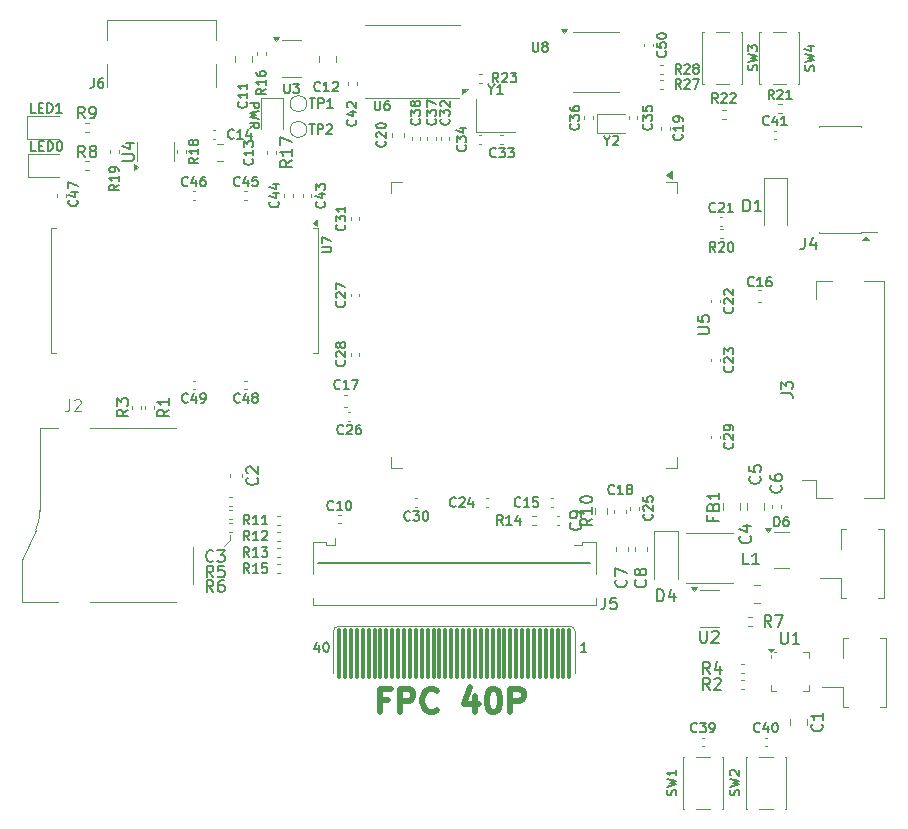
<source format=gbr>
%TF.GenerationSoftware,KiCad,Pcbnew,8.0.4*%
%TF.CreationDate,2025-01-12T23:29:22+07:00*%
%TF.ProjectId,lcd-square-4inch,6c63642d-7371-4756-9172-652d34696e63,rev?*%
%TF.SameCoordinates,Original*%
%TF.FileFunction,Legend,Top*%
%TF.FilePolarity,Positive*%
%FSLAX46Y46*%
G04 Gerber Fmt 4.6, Leading zero omitted, Abs format (unit mm)*
G04 Created by KiCad (PCBNEW 8.0.4) date 2025-01-12 23:29:22*
%MOMM*%
%LPD*%
G01*
G04 APERTURE LIST*
%ADD10C,0.300000*%
%ADD11C,0.050000*%
%ADD12C,0.100000*%
%ADD13C,0.000000*%
%ADD14C,0.200000*%
%ADD15C,0.500000*%
%ADD16C,0.150000*%
%ADD17C,0.120000*%
G04 APERTURE END LIST*
D10*
X154307200Y-110515400D02*
X154307200Y-114515400D01*
X135307200Y-110515400D02*
X135307200Y-114515400D01*
X140807200Y-110515400D02*
X140807200Y-114515400D01*
X146307200Y-110515400D02*
X146307200Y-114515400D01*
X142807200Y-110515400D02*
X142807200Y-114515400D01*
X144307200Y-110515400D02*
X144307200Y-114515400D01*
X140307200Y-110515400D02*
X140307200Y-114515400D01*
D11*
X134807200Y-110210600D02*
X154307200Y-110210600D01*
X154307200Y-110210600D02*
G75*
G02*
X154807200Y-110710600I0J-500000D01*
G01*
D10*
X147807200Y-110515400D02*
X147807200Y-114515400D01*
D11*
X154807200Y-110710600D02*
X154807200Y-114210600D01*
D10*
X153807200Y-110515400D02*
X153807200Y-114515400D01*
X139807200Y-110515400D02*
X139807200Y-114515400D01*
X147307200Y-110515400D02*
X147307200Y-114515400D01*
X144807200Y-110515400D02*
X144807200Y-114515400D01*
X148807200Y-110515400D02*
X148807200Y-114515400D01*
X145307200Y-110515400D02*
X145307200Y-114515400D01*
X138807200Y-110515400D02*
X138807200Y-114515400D01*
X134807200Y-110515400D02*
X134807200Y-114515400D01*
D11*
X134307200Y-110710600D02*
G75*
G02*
X134807200Y-110210600I500000J0D01*
G01*
D10*
X139307200Y-110515400D02*
X139307200Y-114515400D01*
X141807200Y-110515400D02*
X141807200Y-114515400D01*
D12*
X125552200Y-102971600D02*
X125044200Y-103479600D01*
X125552200Y-102489000D02*
X125552200Y-102971600D01*
D11*
X134307200Y-110710600D02*
X134307200Y-114210600D01*
D10*
X145807200Y-110515400D02*
X145807200Y-114515400D01*
X151307200Y-110515400D02*
X151307200Y-114515400D01*
X150807200Y-110515400D02*
X150807200Y-114515400D01*
X138307200Y-110515400D02*
X138307200Y-114515400D01*
X136307200Y-110515400D02*
X136307200Y-114515400D01*
X136807200Y-110515400D02*
X136807200Y-114515400D01*
X146807200Y-110515400D02*
X146807200Y-114515400D01*
X137807200Y-110515400D02*
X137807200Y-114515400D01*
X141307200Y-110515400D02*
X141307200Y-114515400D01*
X135807200Y-110515400D02*
X135807200Y-114515400D01*
X148307200Y-110515400D02*
X148307200Y-114515400D01*
X152307200Y-110515400D02*
X152307200Y-114515400D01*
X151807200Y-110515400D02*
X151807200Y-114515400D01*
X149807200Y-110515400D02*
X149807200Y-114515400D01*
X153307200Y-110515400D02*
X153307200Y-114515400D01*
X137307200Y-110515400D02*
X137307200Y-114515400D01*
X150307200Y-110515400D02*
X150307200Y-114515400D01*
X152807200Y-110515400D02*
X152807200Y-114515400D01*
X142307200Y-110515400D02*
X142307200Y-114515400D01*
D13*
G36*
X179857400Y-77622400D02*
G01*
X179044600Y-77622400D01*
X179451000Y-77216000D01*
X179857400Y-77622400D01*
G37*
D10*
X149307200Y-110515400D02*
X149307200Y-114515400D01*
X143307200Y-110515400D02*
X143307200Y-114515400D01*
X143807200Y-110515400D02*
X143807200Y-114515400D01*
D14*
X133057200Y-104890000D02*
X156057200Y-104890000D01*
X109135606Y-69970295D02*
X108754654Y-69970295D01*
X108754654Y-69970295D02*
X108754654Y-69170295D01*
X109402273Y-69551247D02*
X109668939Y-69551247D01*
X109783225Y-69970295D02*
X109402273Y-69970295D01*
X109402273Y-69970295D02*
X109402273Y-69170295D01*
X109402273Y-69170295D02*
X109783225Y-69170295D01*
X110126083Y-69970295D02*
X110126083Y-69170295D01*
X110126083Y-69170295D02*
X110316559Y-69170295D01*
X110316559Y-69170295D02*
X110430845Y-69208390D01*
X110430845Y-69208390D02*
X110507035Y-69284580D01*
X110507035Y-69284580D02*
X110545130Y-69360771D01*
X110545130Y-69360771D02*
X110583226Y-69513152D01*
X110583226Y-69513152D02*
X110583226Y-69627438D01*
X110583226Y-69627438D02*
X110545130Y-69779819D01*
X110545130Y-69779819D02*
X110507035Y-69856009D01*
X110507035Y-69856009D02*
X110430845Y-69932200D01*
X110430845Y-69932200D02*
X110316559Y-69970295D01*
X110316559Y-69970295D02*
X110126083Y-69970295D01*
X111078464Y-69170295D02*
X111154654Y-69170295D01*
X111154654Y-69170295D02*
X111230845Y-69208390D01*
X111230845Y-69208390D02*
X111268940Y-69246485D01*
X111268940Y-69246485D02*
X111307035Y-69322676D01*
X111307035Y-69322676D02*
X111345130Y-69475057D01*
X111345130Y-69475057D02*
X111345130Y-69665533D01*
X111345130Y-69665533D02*
X111307035Y-69817914D01*
X111307035Y-69817914D02*
X111268940Y-69894104D01*
X111268940Y-69894104D02*
X111230845Y-69932200D01*
X111230845Y-69932200D02*
X111154654Y-69970295D01*
X111154654Y-69970295D02*
X111078464Y-69970295D01*
X111078464Y-69970295D02*
X111002273Y-69932200D01*
X111002273Y-69932200D02*
X110964178Y-69894104D01*
X110964178Y-69894104D02*
X110926083Y-69817914D01*
X110926083Y-69817914D02*
X110887987Y-69665533D01*
X110887987Y-69665533D02*
X110887987Y-69475057D01*
X110887987Y-69475057D02*
X110926083Y-69322676D01*
X110926083Y-69322676D02*
X110964178Y-69246485D01*
X110964178Y-69246485D02*
X111002273Y-69208390D01*
X111002273Y-69208390D02*
X111078464Y-69170295D01*
D15*
X138911204Y-116461419D02*
X138244537Y-116461419D01*
X138244537Y-117509038D02*
X138244537Y-115509038D01*
X138244537Y-115509038D02*
X139196918Y-115509038D01*
X139958823Y-117509038D02*
X139958823Y-115509038D01*
X139958823Y-115509038D02*
X140720728Y-115509038D01*
X140720728Y-115509038D02*
X140911204Y-115604276D01*
X140911204Y-115604276D02*
X141006442Y-115699514D01*
X141006442Y-115699514D02*
X141101680Y-115889990D01*
X141101680Y-115889990D02*
X141101680Y-116175704D01*
X141101680Y-116175704D02*
X141006442Y-116366180D01*
X141006442Y-116366180D02*
X140911204Y-116461419D01*
X140911204Y-116461419D02*
X140720728Y-116556657D01*
X140720728Y-116556657D02*
X139958823Y-116556657D01*
X143101680Y-117318561D02*
X143006442Y-117413800D01*
X143006442Y-117413800D02*
X142720728Y-117509038D01*
X142720728Y-117509038D02*
X142530252Y-117509038D01*
X142530252Y-117509038D02*
X142244537Y-117413800D01*
X142244537Y-117413800D02*
X142054061Y-117223323D01*
X142054061Y-117223323D02*
X141958823Y-117032847D01*
X141958823Y-117032847D02*
X141863585Y-116651895D01*
X141863585Y-116651895D02*
X141863585Y-116366180D01*
X141863585Y-116366180D02*
X141958823Y-115985228D01*
X141958823Y-115985228D02*
X142054061Y-115794752D01*
X142054061Y-115794752D02*
X142244537Y-115604276D01*
X142244537Y-115604276D02*
X142530252Y-115509038D01*
X142530252Y-115509038D02*
X142720728Y-115509038D01*
X142720728Y-115509038D02*
X143006442Y-115604276D01*
X143006442Y-115604276D02*
X143101680Y-115699514D01*
X146339776Y-116175704D02*
X146339776Y-117509038D01*
X145863585Y-115413800D02*
X145387395Y-116842371D01*
X145387395Y-116842371D02*
X146625490Y-116842371D01*
X147768347Y-115509038D02*
X147958824Y-115509038D01*
X147958824Y-115509038D02*
X148149300Y-115604276D01*
X148149300Y-115604276D02*
X148244538Y-115699514D01*
X148244538Y-115699514D02*
X148339776Y-115889990D01*
X148339776Y-115889990D02*
X148435014Y-116270942D01*
X148435014Y-116270942D02*
X148435014Y-116747133D01*
X148435014Y-116747133D02*
X148339776Y-117128085D01*
X148339776Y-117128085D02*
X148244538Y-117318561D01*
X148244538Y-117318561D02*
X148149300Y-117413800D01*
X148149300Y-117413800D02*
X147958824Y-117509038D01*
X147958824Y-117509038D02*
X147768347Y-117509038D01*
X147768347Y-117509038D02*
X147577871Y-117413800D01*
X147577871Y-117413800D02*
X147482633Y-117318561D01*
X147482633Y-117318561D02*
X147387395Y-117128085D01*
X147387395Y-117128085D02*
X147292157Y-116747133D01*
X147292157Y-116747133D02*
X147292157Y-116270942D01*
X147292157Y-116270942D02*
X147387395Y-115889990D01*
X147387395Y-115889990D02*
X147482633Y-115699514D01*
X147482633Y-115699514D02*
X147577871Y-115604276D01*
X147577871Y-115604276D02*
X147768347Y-115509038D01*
X149292157Y-117509038D02*
X149292157Y-115509038D01*
X149292157Y-115509038D02*
X150054062Y-115509038D01*
X150054062Y-115509038D02*
X150244538Y-115604276D01*
X150244538Y-115604276D02*
X150339776Y-115699514D01*
X150339776Y-115699514D02*
X150435014Y-115889990D01*
X150435014Y-115889990D02*
X150435014Y-116175704D01*
X150435014Y-116175704D02*
X150339776Y-116366180D01*
X150339776Y-116366180D02*
X150244538Y-116461419D01*
X150244538Y-116461419D02*
X150054062Y-116556657D01*
X150054062Y-116556657D02*
X149292157Y-116556657D01*
D14*
X109105339Y-66744295D02*
X108724387Y-66744295D01*
X108724387Y-66744295D02*
X108724387Y-65944295D01*
X109372006Y-66325247D02*
X109638672Y-66325247D01*
X109752958Y-66744295D02*
X109372006Y-66744295D01*
X109372006Y-66744295D02*
X109372006Y-65944295D01*
X109372006Y-65944295D02*
X109752958Y-65944295D01*
X110095816Y-66744295D02*
X110095816Y-65944295D01*
X110095816Y-65944295D02*
X110286292Y-65944295D01*
X110286292Y-65944295D02*
X110400578Y-65982390D01*
X110400578Y-65982390D02*
X110476768Y-66058580D01*
X110476768Y-66058580D02*
X110514863Y-66134771D01*
X110514863Y-66134771D02*
X110552959Y-66287152D01*
X110552959Y-66287152D02*
X110552959Y-66401438D01*
X110552959Y-66401438D02*
X110514863Y-66553819D01*
X110514863Y-66553819D02*
X110476768Y-66630009D01*
X110476768Y-66630009D02*
X110400578Y-66706200D01*
X110400578Y-66706200D02*
X110286292Y-66744295D01*
X110286292Y-66744295D02*
X110095816Y-66744295D01*
X111314863Y-66744295D02*
X110857720Y-66744295D01*
X111086292Y-66744295D02*
X111086292Y-65944295D01*
X111086292Y-65944295D02*
X111010101Y-66058580D01*
X111010101Y-66058580D02*
X110933911Y-66134771D01*
X110933911Y-66134771D02*
X110857720Y-66172866D01*
X133100511Y-111854961D02*
X133100511Y-112388295D01*
X132910035Y-111550200D02*
X132719558Y-112121628D01*
X132719558Y-112121628D02*
X133214797Y-112121628D01*
X133671940Y-111588295D02*
X133748130Y-111588295D01*
X133748130Y-111588295D02*
X133824321Y-111626390D01*
X133824321Y-111626390D02*
X133862416Y-111664485D01*
X133862416Y-111664485D02*
X133900511Y-111740676D01*
X133900511Y-111740676D02*
X133938606Y-111893057D01*
X133938606Y-111893057D02*
X133938606Y-112083533D01*
X133938606Y-112083533D02*
X133900511Y-112235914D01*
X133900511Y-112235914D02*
X133862416Y-112312104D01*
X133862416Y-112312104D02*
X133824321Y-112350200D01*
X133824321Y-112350200D02*
X133748130Y-112388295D01*
X133748130Y-112388295D02*
X133671940Y-112388295D01*
X133671940Y-112388295D02*
X133595749Y-112350200D01*
X133595749Y-112350200D02*
X133557654Y-112312104D01*
X133557654Y-112312104D02*
X133519559Y-112235914D01*
X133519559Y-112235914D02*
X133481463Y-112083533D01*
X133481463Y-112083533D02*
X133481463Y-111893057D01*
X133481463Y-111893057D02*
X133519559Y-111740676D01*
X133519559Y-111740676D02*
X133557654Y-111664485D01*
X133557654Y-111664485D02*
X133595749Y-111626390D01*
X133595749Y-111626390D02*
X133671940Y-111588295D01*
X127235304Y-65904854D02*
X128035304Y-65904854D01*
X128035304Y-65904854D02*
X128035304Y-66209616D01*
X128035304Y-66209616D02*
X127997209Y-66285806D01*
X127997209Y-66285806D02*
X127959114Y-66323901D01*
X127959114Y-66323901D02*
X127882923Y-66361997D01*
X127882923Y-66361997D02*
X127768638Y-66361997D01*
X127768638Y-66361997D02*
X127692447Y-66323901D01*
X127692447Y-66323901D02*
X127654352Y-66285806D01*
X127654352Y-66285806D02*
X127616257Y-66209616D01*
X127616257Y-66209616D02*
X127616257Y-65904854D01*
X128035304Y-66628663D02*
X127235304Y-66819139D01*
X127235304Y-66819139D02*
X127806733Y-66971520D01*
X127806733Y-66971520D02*
X127235304Y-67123901D01*
X127235304Y-67123901D02*
X128035304Y-67314378D01*
X127235304Y-68076283D02*
X127616257Y-67809616D01*
X127235304Y-67619140D02*
X128035304Y-67619140D01*
X128035304Y-67619140D02*
X128035304Y-67923902D01*
X128035304Y-67923902D02*
X127997209Y-68000092D01*
X127997209Y-68000092D02*
X127959114Y-68038187D01*
X127959114Y-68038187D02*
X127882923Y-68076283D01*
X127882923Y-68076283D02*
X127768638Y-68076283D01*
X127768638Y-68076283D02*
X127692447Y-68038187D01*
X127692447Y-68038187D02*
X127654352Y-68000092D01*
X127654352Y-68000092D02*
X127616257Y-67923902D01*
X127616257Y-67923902D02*
X127616257Y-67619140D01*
X155731901Y-112407095D02*
X155274758Y-112407095D01*
X155503330Y-112407095D02*
X155503330Y-111607095D01*
X155503330Y-111607095D02*
X155427139Y-111721380D01*
X155427139Y-111721380D02*
X155350949Y-111797571D01*
X155350949Y-111797571D02*
X155274758Y-111835666D01*
D16*
X171672324Y-101746695D02*
X171672324Y-100946695D01*
X171672324Y-100946695D02*
X171862800Y-100946695D01*
X171862800Y-100946695D02*
X171977086Y-100984790D01*
X171977086Y-100984790D02*
X172053276Y-101060980D01*
X172053276Y-101060980D02*
X172091371Y-101137171D01*
X172091371Y-101137171D02*
X172129467Y-101289552D01*
X172129467Y-101289552D02*
X172129467Y-101403838D01*
X172129467Y-101403838D02*
X172091371Y-101556219D01*
X172091371Y-101556219D02*
X172053276Y-101632409D01*
X172053276Y-101632409D02*
X171977086Y-101708600D01*
X171977086Y-101708600D02*
X171862800Y-101746695D01*
X171862800Y-101746695D02*
X171672324Y-101746695D01*
X172815181Y-100946695D02*
X172662800Y-100946695D01*
X172662800Y-100946695D02*
X172586609Y-100984790D01*
X172586609Y-100984790D02*
X172548514Y-101022885D01*
X172548514Y-101022885D02*
X172472324Y-101137171D01*
X172472324Y-101137171D02*
X172434228Y-101289552D01*
X172434228Y-101289552D02*
X172434228Y-101594314D01*
X172434228Y-101594314D02*
X172472324Y-101670504D01*
X172472324Y-101670504D02*
X172510419Y-101708600D01*
X172510419Y-101708600D02*
X172586609Y-101746695D01*
X172586609Y-101746695D02*
X172738990Y-101746695D01*
X172738990Y-101746695D02*
X172815181Y-101708600D01*
X172815181Y-101708600D02*
X172853276Y-101670504D01*
X172853276Y-101670504D02*
X172891371Y-101594314D01*
X172891371Y-101594314D02*
X172891371Y-101403838D01*
X172891371Y-101403838D02*
X172853276Y-101327647D01*
X172853276Y-101327647D02*
X172815181Y-101289552D01*
X172815181Y-101289552D02*
X172738990Y-101251457D01*
X172738990Y-101251457D02*
X172586609Y-101251457D01*
X172586609Y-101251457D02*
X172510419Y-101289552D01*
X172510419Y-101289552D02*
X172472324Y-101327647D01*
X172472324Y-101327647D02*
X172434228Y-101403838D01*
X160735180Y-106313266D02*
X160782800Y-106360885D01*
X160782800Y-106360885D02*
X160830419Y-106503742D01*
X160830419Y-106503742D02*
X160830419Y-106598980D01*
X160830419Y-106598980D02*
X160782800Y-106741837D01*
X160782800Y-106741837D02*
X160687561Y-106837075D01*
X160687561Y-106837075D02*
X160592323Y-106884694D01*
X160592323Y-106884694D02*
X160401847Y-106932313D01*
X160401847Y-106932313D02*
X160258990Y-106932313D01*
X160258990Y-106932313D02*
X160068514Y-106884694D01*
X160068514Y-106884694D02*
X159973276Y-106837075D01*
X159973276Y-106837075D02*
X159878038Y-106741837D01*
X159878038Y-106741837D02*
X159830419Y-106598980D01*
X159830419Y-106598980D02*
X159830419Y-106503742D01*
X159830419Y-106503742D02*
X159878038Y-106360885D01*
X159878038Y-106360885D02*
X159925657Y-106313266D01*
X160258990Y-105741837D02*
X160211371Y-105837075D01*
X160211371Y-105837075D02*
X160163752Y-105884694D01*
X160163752Y-105884694D02*
X160068514Y-105932313D01*
X160068514Y-105932313D02*
X160020895Y-105932313D01*
X160020895Y-105932313D02*
X159925657Y-105884694D01*
X159925657Y-105884694D02*
X159878038Y-105837075D01*
X159878038Y-105837075D02*
X159830419Y-105741837D01*
X159830419Y-105741837D02*
X159830419Y-105551361D01*
X159830419Y-105551361D02*
X159878038Y-105456123D01*
X159878038Y-105456123D02*
X159925657Y-105408504D01*
X159925657Y-105408504D02*
X160020895Y-105360885D01*
X160020895Y-105360885D02*
X160068514Y-105360885D01*
X160068514Y-105360885D02*
X160163752Y-105408504D01*
X160163752Y-105408504D02*
X160211371Y-105456123D01*
X160211371Y-105456123D02*
X160258990Y-105551361D01*
X160258990Y-105551361D02*
X160258990Y-105741837D01*
X160258990Y-105741837D02*
X160306609Y-105837075D01*
X160306609Y-105837075D02*
X160354228Y-105884694D01*
X160354228Y-105884694D02*
X160449466Y-105932313D01*
X160449466Y-105932313D02*
X160639942Y-105932313D01*
X160639942Y-105932313D02*
X160735180Y-105884694D01*
X160735180Y-105884694D02*
X160782800Y-105837075D01*
X160782800Y-105837075D02*
X160830419Y-105741837D01*
X160830419Y-105741837D02*
X160830419Y-105551361D01*
X160830419Y-105551361D02*
X160782800Y-105456123D01*
X160782800Y-105456123D02*
X160735180Y-105408504D01*
X160735180Y-105408504D02*
X160639942Y-105360885D01*
X160639942Y-105360885D02*
X160449466Y-105360885D01*
X160449466Y-105360885D02*
X160354228Y-105408504D01*
X160354228Y-105408504D02*
X160306609Y-105456123D01*
X160306609Y-105456123D02*
X160258990Y-105551361D01*
X150158514Y-100057304D02*
X150120418Y-100095400D01*
X150120418Y-100095400D02*
X150006133Y-100133495D01*
X150006133Y-100133495D02*
X149929942Y-100133495D01*
X149929942Y-100133495D02*
X149815656Y-100095400D01*
X149815656Y-100095400D02*
X149739466Y-100019209D01*
X149739466Y-100019209D02*
X149701371Y-99943019D01*
X149701371Y-99943019D02*
X149663275Y-99790638D01*
X149663275Y-99790638D02*
X149663275Y-99676352D01*
X149663275Y-99676352D02*
X149701371Y-99523971D01*
X149701371Y-99523971D02*
X149739466Y-99447780D01*
X149739466Y-99447780D02*
X149815656Y-99371590D01*
X149815656Y-99371590D02*
X149929942Y-99333495D01*
X149929942Y-99333495D02*
X150006133Y-99333495D01*
X150006133Y-99333495D02*
X150120418Y-99371590D01*
X150120418Y-99371590D02*
X150158514Y-99409685D01*
X150920418Y-100133495D02*
X150463275Y-100133495D01*
X150691847Y-100133495D02*
X150691847Y-99333495D01*
X150691847Y-99333495D02*
X150615656Y-99447780D01*
X150615656Y-99447780D02*
X150539466Y-99523971D01*
X150539466Y-99523971D02*
X150463275Y-99562066D01*
X151644228Y-99333495D02*
X151263276Y-99333495D01*
X151263276Y-99333495D02*
X151225180Y-99714447D01*
X151225180Y-99714447D02*
X151263276Y-99676352D01*
X151263276Y-99676352D02*
X151339466Y-99638257D01*
X151339466Y-99638257D02*
X151529942Y-99638257D01*
X151529942Y-99638257D02*
X151606133Y-99676352D01*
X151606133Y-99676352D02*
X151644228Y-99714447D01*
X151644228Y-99714447D02*
X151682323Y-99790638D01*
X151682323Y-99790638D02*
X151682323Y-99981114D01*
X151682323Y-99981114D02*
X151644228Y-100057304D01*
X151644228Y-100057304D02*
X151606133Y-100095400D01*
X151606133Y-100095400D02*
X151529942Y-100133495D01*
X151529942Y-100133495D02*
X151339466Y-100133495D01*
X151339466Y-100133495D02*
X151263276Y-100095400D01*
X151263276Y-100095400D02*
X151225180Y-100057304D01*
X159084180Y-106313266D02*
X159131800Y-106360885D01*
X159131800Y-106360885D02*
X159179419Y-106503742D01*
X159179419Y-106503742D02*
X159179419Y-106598980D01*
X159179419Y-106598980D02*
X159131800Y-106741837D01*
X159131800Y-106741837D02*
X159036561Y-106837075D01*
X159036561Y-106837075D02*
X158941323Y-106884694D01*
X158941323Y-106884694D02*
X158750847Y-106932313D01*
X158750847Y-106932313D02*
X158607990Y-106932313D01*
X158607990Y-106932313D02*
X158417514Y-106884694D01*
X158417514Y-106884694D02*
X158322276Y-106837075D01*
X158322276Y-106837075D02*
X158227038Y-106741837D01*
X158227038Y-106741837D02*
X158179419Y-106598980D01*
X158179419Y-106598980D02*
X158179419Y-106503742D01*
X158179419Y-106503742D02*
X158227038Y-106360885D01*
X158227038Y-106360885D02*
X158274657Y-106313266D01*
X158179419Y-105979932D02*
X158179419Y-105313266D01*
X158179419Y-105313266D02*
X159179419Y-105741837D01*
X148076914Y-70466304D02*
X148038818Y-70504400D01*
X148038818Y-70504400D02*
X147924533Y-70542495D01*
X147924533Y-70542495D02*
X147848342Y-70542495D01*
X147848342Y-70542495D02*
X147734056Y-70504400D01*
X147734056Y-70504400D02*
X147657866Y-70428209D01*
X147657866Y-70428209D02*
X147619771Y-70352019D01*
X147619771Y-70352019D02*
X147581675Y-70199638D01*
X147581675Y-70199638D02*
X147581675Y-70085352D01*
X147581675Y-70085352D02*
X147619771Y-69932971D01*
X147619771Y-69932971D02*
X147657866Y-69856780D01*
X147657866Y-69856780D02*
X147734056Y-69780590D01*
X147734056Y-69780590D02*
X147848342Y-69742495D01*
X147848342Y-69742495D02*
X147924533Y-69742495D01*
X147924533Y-69742495D02*
X148038818Y-69780590D01*
X148038818Y-69780590D02*
X148076914Y-69818685D01*
X148343580Y-69742495D02*
X148838818Y-69742495D01*
X148838818Y-69742495D02*
X148572152Y-70047257D01*
X148572152Y-70047257D02*
X148686437Y-70047257D01*
X148686437Y-70047257D02*
X148762628Y-70085352D01*
X148762628Y-70085352D02*
X148800723Y-70123447D01*
X148800723Y-70123447D02*
X148838818Y-70199638D01*
X148838818Y-70199638D02*
X148838818Y-70390114D01*
X148838818Y-70390114D02*
X148800723Y-70466304D01*
X148800723Y-70466304D02*
X148762628Y-70504400D01*
X148762628Y-70504400D02*
X148686437Y-70542495D01*
X148686437Y-70542495D02*
X148457866Y-70542495D01*
X148457866Y-70542495D02*
X148381675Y-70504400D01*
X148381675Y-70504400D02*
X148343580Y-70466304D01*
X149105485Y-69742495D02*
X149600723Y-69742495D01*
X149600723Y-69742495D02*
X149334057Y-70047257D01*
X149334057Y-70047257D02*
X149448342Y-70047257D01*
X149448342Y-70047257D02*
X149524533Y-70085352D01*
X149524533Y-70085352D02*
X149562628Y-70123447D01*
X149562628Y-70123447D02*
X149600723Y-70199638D01*
X149600723Y-70199638D02*
X149600723Y-70390114D01*
X149600723Y-70390114D02*
X149562628Y-70466304D01*
X149562628Y-70466304D02*
X149524533Y-70504400D01*
X149524533Y-70504400D02*
X149448342Y-70542495D01*
X149448342Y-70542495D02*
X149219771Y-70542495D01*
X149219771Y-70542495D02*
X149143580Y-70504400D01*
X149143580Y-70504400D02*
X149105485Y-70466304D01*
X116441819Y-70835004D02*
X117251342Y-70835004D01*
X117251342Y-70835004D02*
X117346580Y-70787385D01*
X117346580Y-70787385D02*
X117394200Y-70739766D01*
X117394200Y-70739766D02*
X117441819Y-70644528D01*
X117441819Y-70644528D02*
X117441819Y-70454052D01*
X117441819Y-70454052D02*
X117394200Y-70358814D01*
X117394200Y-70358814D02*
X117346580Y-70311195D01*
X117346580Y-70311195D02*
X117251342Y-70263576D01*
X117251342Y-70263576D02*
X116441819Y-70263576D01*
X116775152Y-69358814D02*
X117441819Y-69358814D01*
X116394200Y-69596909D02*
X117108485Y-69835004D01*
X117108485Y-69835004D02*
X117108485Y-69215957D01*
X170427714Y-119141104D02*
X170389618Y-119179200D01*
X170389618Y-119179200D02*
X170275333Y-119217295D01*
X170275333Y-119217295D02*
X170199142Y-119217295D01*
X170199142Y-119217295D02*
X170084856Y-119179200D01*
X170084856Y-119179200D02*
X170008666Y-119103009D01*
X170008666Y-119103009D02*
X169970571Y-119026819D01*
X169970571Y-119026819D02*
X169932475Y-118874438D01*
X169932475Y-118874438D02*
X169932475Y-118760152D01*
X169932475Y-118760152D02*
X169970571Y-118607771D01*
X169970571Y-118607771D02*
X170008666Y-118531580D01*
X170008666Y-118531580D02*
X170084856Y-118455390D01*
X170084856Y-118455390D02*
X170199142Y-118417295D01*
X170199142Y-118417295D02*
X170275333Y-118417295D01*
X170275333Y-118417295D02*
X170389618Y-118455390D01*
X170389618Y-118455390D02*
X170427714Y-118493485D01*
X171113428Y-118683961D02*
X171113428Y-119217295D01*
X170922952Y-118379200D02*
X170732475Y-118950628D01*
X170732475Y-118950628D02*
X171227714Y-118950628D01*
X171684857Y-118417295D02*
X171761047Y-118417295D01*
X171761047Y-118417295D02*
X171837238Y-118455390D01*
X171837238Y-118455390D02*
X171875333Y-118493485D01*
X171875333Y-118493485D02*
X171913428Y-118569676D01*
X171913428Y-118569676D02*
X171951523Y-118722057D01*
X171951523Y-118722057D02*
X171951523Y-118912533D01*
X171951523Y-118912533D02*
X171913428Y-119064914D01*
X171913428Y-119064914D02*
X171875333Y-119141104D01*
X171875333Y-119141104D02*
X171837238Y-119179200D01*
X171837238Y-119179200D02*
X171761047Y-119217295D01*
X171761047Y-119217295D02*
X171684857Y-119217295D01*
X171684857Y-119217295D02*
X171608666Y-119179200D01*
X171608666Y-119179200D02*
X171570571Y-119141104D01*
X171570571Y-119141104D02*
X171532476Y-119064914D01*
X171532476Y-119064914D02*
X171494380Y-118912533D01*
X171494380Y-118912533D02*
X171494380Y-118722057D01*
X171494380Y-118722057D02*
X171532476Y-118569676D01*
X171532476Y-118569676D02*
X171570571Y-118493485D01*
X171570571Y-118493485D02*
X171608666Y-118455390D01*
X171608666Y-118455390D02*
X171684857Y-118417295D01*
X161220504Y-67689485D02*
X161258600Y-67727581D01*
X161258600Y-67727581D02*
X161296695Y-67841866D01*
X161296695Y-67841866D02*
X161296695Y-67918057D01*
X161296695Y-67918057D02*
X161258600Y-68032343D01*
X161258600Y-68032343D02*
X161182409Y-68108533D01*
X161182409Y-68108533D02*
X161106219Y-68146628D01*
X161106219Y-68146628D02*
X160953838Y-68184724D01*
X160953838Y-68184724D02*
X160839552Y-68184724D01*
X160839552Y-68184724D02*
X160687171Y-68146628D01*
X160687171Y-68146628D02*
X160610980Y-68108533D01*
X160610980Y-68108533D02*
X160534790Y-68032343D01*
X160534790Y-68032343D02*
X160496695Y-67918057D01*
X160496695Y-67918057D02*
X160496695Y-67841866D01*
X160496695Y-67841866D02*
X160534790Y-67727581D01*
X160534790Y-67727581D02*
X160572885Y-67689485D01*
X160496695Y-67422819D02*
X160496695Y-66927581D01*
X160496695Y-66927581D02*
X160801457Y-67194247D01*
X160801457Y-67194247D02*
X160801457Y-67079962D01*
X160801457Y-67079962D02*
X160839552Y-67003771D01*
X160839552Y-67003771D02*
X160877647Y-66965676D01*
X160877647Y-66965676D02*
X160953838Y-66927581D01*
X160953838Y-66927581D02*
X161144314Y-66927581D01*
X161144314Y-66927581D02*
X161220504Y-66965676D01*
X161220504Y-66965676D02*
X161258600Y-67003771D01*
X161258600Y-67003771D02*
X161296695Y-67079962D01*
X161296695Y-67079962D02*
X161296695Y-67308533D01*
X161296695Y-67308533D02*
X161258600Y-67384724D01*
X161258600Y-67384724D02*
X161220504Y-67422819D01*
X160496695Y-66203771D02*
X160496695Y-66584723D01*
X160496695Y-66584723D02*
X160877647Y-66622819D01*
X160877647Y-66622819D02*
X160839552Y-66584723D01*
X160839552Y-66584723D02*
X160801457Y-66508533D01*
X160801457Y-66508533D02*
X160801457Y-66318057D01*
X160801457Y-66318057D02*
X160839552Y-66241866D01*
X160839552Y-66241866D02*
X160877647Y-66203771D01*
X160877647Y-66203771D02*
X160953838Y-66165676D01*
X160953838Y-66165676D02*
X161144314Y-66165676D01*
X161144314Y-66165676D02*
X161220504Y-66203771D01*
X161220504Y-66203771D02*
X161258600Y-66241866D01*
X161258600Y-66241866D02*
X161296695Y-66318057D01*
X161296695Y-66318057D02*
X161296695Y-66508533D01*
X161296695Y-66508533D02*
X161258600Y-66584723D01*
X161258600Y-66584723D02*
X161220504Y-66622819D01*
X116964619Y-91886066D02*
X116488428Y-92219399D01*
X116964619Y-92457494D02*
X115964619Y-92457494D01*
X115964619Y-92457494D02*
X115964619Y-92076542D01*
X115964619Y-92076542D02*
X116012238Y-91981304D01*
X116012238Y-91981304D02*
X116059857Y-91933685D01*
X116059857Y-91933685D02*
X116155095Y-91886066D01*
X116155095Y-91886066D02*
X116297952Y-91886066D01*
X116297952Y-91886066D02*
X116393190Y-91933685D01*
X116393190Y-91933685D02*
X116440809Y-91981304D01*
X116440809Y-91981304D02*
X116488428Y-92076542D01*
X116488428Y-92076542D02*
X116488428Y-92457494D01*
X115964619Y-91552732D02*
X115964619Y-90933685D01*
X115964619Y-90933685D02*
X116345571Y-91267018D01*
X116345571Y-91267018D02*
X116345571Y-91124161D01*
X116345571Y-91124161D02*
X116393190Y-91028923D01*
X116393190Y-91028923D02*
X116440809Y-90981304D01*
X116440809Y-90981304D02*
X116536047Y-90933685D01*
X116536047Y-90933685D02*
X116774142Y-90933685D01*
X116774142Y-90933685D02*
X116869380Y-90981304D01*
X116869380Y-90981304D02*
X116917000Y-91028923D01*
X116917000Y-91028923D02*
X116964619Y-91124161D01*
X116964619Y-91124161D02*
X116964619Y-91409875D01*
X116964619Y-91409875D02*
X116917000Y-91505113D01*
X116917000Y-91505113D02*
X116869380Y-91552732D01*
X166640514Y-75085104D02*
X166602418Y-75123200D01*
X166602418Y-75123200D02*
X166488133Y-75161295D01*
X166488133Y-75161295D02*
X166411942Y-75161295D01*
X166411942Y-75161295D02*
X166297656Y-75123200D01*
X166297656Y-75123200D02*
X166221466Y-75047009D01*
X166221466Y-75047009D02*
X166183371Y-74970819D01*
X166183371Y-74970819D02*
X166145275Y-74818438D01*
X166145275Y-74818438D02*
X166145275Y-74704152D01*
X166145275Y-74704152D02*
X166183371Y-74551771D01*
X166183371Y-74551771D02*
X166221466Y-74475580D01*
X166221466Y-74475580D02*
X166297656Y-74399390D01*
X166297656Y-74399390D02*
X166411942Y-74361295D01*
X166411942Y-74361295D02*
X166488133Y-74361295D01*
X166488133Y-74361295D02*
X166602418Y-74399390D01*
X166602418Y-74399390D02*
X166640514Y-74437485D01*
X166945275Y-74437485D02*
X166983371Y-74399390D01*
X166983371Y-74399390D02*
X167059561Y-74361295D01*
X167059561Y-74361295D02*
X167250037Y-74361295D01*
X167250037Y-74361295D02*
X167326228Y-74399390D01*
X167326228Y-74399390D02*
X167364323Y-74437485D01*
X167364323Y-74437485D02*
X167402418Y-74513676D01*
X167402418Y-74513676D02*
X167402418Y-74589866D01*
X167402418Y-74589866D02*
X167364323Y-74704152D01*
X167364323Y-74704152D02*
X166907180Y-75161295D01*
X166907180Y-75161295D02*
X167402418Y-75161295D01*
X168164323Y-75161295D02*
X167707180Y-75161295D01*
X167935752Y-75161295D02*
X167935752Y-74361295D01*
X167935752Y-74361295D02*
X167859561Y-74475580D01*
X167859561Y-74475580D02*
X167783371Y-74551771D01*
X167783371Y-74551771D02*
X167707180Y-74589866D01*
X175009200Y-63195067D02*
X175047295Y-63080781D01*
X175047295Y-63080781D02*
X175047295Y-62890305D01*
X175047295Y-62890305D02*
X175009200Y-62814114D01*
X175009200Y-62814114D02*
X174971104Y-62776019D01*
X174971104Y-62776019D02*
X174894914Y-62737924D01*
X174894914Y-62737924D02*
X174818723Y-62737924D01*
X174818723Y-62737924D02*
X174742533Y-62776019D01*
X174742533Y-62776019D02*
X174704438Y-62814114D01*
X174704438Y-62814114D02*
X174666342Y-62890305D01*
X174666342Y-62890305D02*
X174628247Y-63042686D01*
X174628247Y-63042686D02*
X174590152Y-63118876D01*
X174590152Y-63118876D02*
X174552057Y-63156971D01*
X174552057Y-63156971D02*
X174475866Y-63195067D01*
X174475866Y-63195067D02*
X174399676Y-63195067D01*
X174399676Y-63195067D02*
X174323485Y-63156971D01*
X174323485Y-63156971D02*
X174285390Y-63118876D01*
X174285390Y-63118876D02*
X174247295Y-63042686D01*
X174247295Y-63042686D02*
X174247295Y-62852209D01*
X174247295Y-62852209D02*
X174285390Y-62737924D01*
X174247295Y-62471257D02*
X175047295Y-62280781D01*
X175047295Y-62280781D02*
X174475866Y-62128400D01*
X174475866Y-62128400D02*
X175047295Y-61976019D01*
X175047295Y-61976019D02*
X174247295Y-61785543D01*
X174513961Y-61137923D02*
X175047295Y-61137923D01*
X174209200Y-61328399D02*
X174780628Y-61518876D01*
X174780628Y-61518876D02*
X174780628Y-61023637D01*
X172215980Y-98312266D02*
X172263600Y-98359885D01*
X172263600Y-98359885D02*
X172311219Y-98502742D01*
X172311219Y-98502742D02*
X172311219Y-98597980D01*
X172311219Y-98597980D02*
X172263600Y-98740837D01*
X172263600Y-98740837D02*
X172168361Y-98836075D01*
X172168361Y-98836075D02*
X172073123Y-98883694D01*
X172073123Y-98883694D02*
X171882647Y-98931313D01*
X171882647Y-98931313D02*
X171739790Y-98931313D01*
X171739790Y-98931313D02*
X171549314Y-98883694D01*
X171549314Y-98883694D02*
X171454076Y-98836075D01*
X171454076Y-98836075D02*
X171358838Y-98740837D01*
X171358838Y-98740837D02*
X171311219Y-98597980D01*
X171311219Y-98597980D02*
X171311219Y-98502742D01*
X171311219Y-98502742D02*
X171358838Y-98359885D01*
X171358838Y-98359885D02*
X171406457Y-98312266D01*
X171311219Y-97455123D02*
X171311219Y-97645599D01*
X171311219Y-97645599D02*
X171358838Y-97740837D01*
X171358838Y-97740837D02*
X171406457Y-97788456D01*
X171406457Y-97788456D02*
X171549314Y-97883694D01*
X171549314Y-97883694D02*
X171739790Y-97931313D01*
X171739790Y-97931313D02*
X172120742Y-97931313D01*
X172120742Y-97931313D02*
X172215980Y-97883694D01*
X172215980Y-97883694D02*
X172263600Y-97836075D01*
X172263600Y-97836075D02*
X172311219Y-97740837D01*
X172311219Y-97740837D02*
X172311219Y-97550361D01*
X172311219Y-97550361D02*
X172263600Y-97455123D01*
X172263600Y-97455123D02*
X172215980Y-97407504D01*
X172215980Y-97407504D02*
X172120742Y-97359885D01*
X172120742Y-97359885D02*
X171882647Y-97359885D01*
X171882647Y-97359885D02*
X171787409Y-97407504D01*
X171787409Y-97407504D02*
X171739790Y-97455123D01*
X171739790Y-97455123D02*
X171692171Y-97550361D01*
X171692171Y-97550361D02*
X171692171Y-97740837D01*
X171692171Y-97740837D02*
X171739790Y-97836075D01*
X171739790Y-97836075D02*
X171787409Y-97883694D01*
X171787409Y-97883694D02*
X171882647Y-97931313D01*
X127867580Y-97651866D02*
X127915200Y-97699485D01*
X127915200Y-97699485D02*
X127962819Y-97842342D01*
X127962819Y-97842342D02*
X127962819Y-97937580D01*
X127962819Y-97937580D02*
X127915200Y-98080437D01*
X127915200Y-98080437D02*
X127819961Y-98175675D01*
X127819961Y-98175675D02*
X127724723Y-98223294D01*
X127724723Y-98223294D02*
X127534247Y-98270913D01*
X127534247Y-98270913D02*
X127391390Y-98270913D01*
X127391390Y-98270913D02*
X127200914Y-98223294D01*
X127200914Y-98223294D02*
X127105676Y-98175675D01*
X127105676Y-98175675D02*
X127010438Y-98080437D01*
X127010438Y-98080437D02*
X126962819Y-97937580D01*
X126962819Y-97937580D02*
X126962819Y-97842342D01*
X126962819Y-97842342D02*
X127010438Y-97699485D01*
X127010438Y-97699485D02*
X127058057Y-97651866D01*
X127058057Y-97270913D02*
X127010438Y-97223294D01*
X127010438Y-97223294D02*
X126962819Y-97128056D01*
X126962819Y-97128056D02*
X126962819Y-96889961D01*
X126962819Y-96889961D02*
X127010438Y-96794723D01*
X127010438Y-96794723D02*
X127058057Y-96747104D01*
X127058057Y-96747104D02*
X127153295Y-96699485D01*
X127153295Y-96699485D02*
X127248533Y-96699485D01*
X127248533Y-96699485D02*
X127391390Y-96747104D01*
X127391390Y-96747104D02*
X127962819Y-97318532D01*
X127962819Y-97318532D02*
X127962819Y-96699485D01*
X126955904Y-65831785D02*
X126994000Y-65869881D01*
X126994000Y-65869881D02*
X127032095Y-65984166D01*
X127032095Y-65984166D02*
X127032095Y-66060357D01*
X127032095Y-66060357D02*
X126994000Y-66174643D01*
X126994000Y-66174643D02*
X126917809Y-66250833D01*
X126917809Y-66250833D02*
X126841619Y-66288928D01*
X126841619Y-66288928D02*
X126689238Y-66327024D01*
X126689238Y-66327024D02*
X126574952Y-66327024D01*
X126574952Y-66327024D02*
X126422571Y-66288928D01*
X126422571Y-66288928D02*
X126346380Y-66250833D01*
X126346380Y-66250833D02*
X126270190Y-66174643D01*
X126270190Y-66174643D02*
X126232095Y-66060357D01*
X126232095Y-66060357D02*
X126232095Y-65984166D01*
X126232095Y-65984166D02*
X126270190Y-65869881D01*
X126270190Y-65869881D02*
X126308285Y-65831785D01*
X127032095Y-65069881D02*
X127032095Y-65527024D01*
X127032095Y-65298452D02*
X126232095Y-65298452D01*
X126232095Y-65298452D02*
X126346380Y-65374643D01*
X126346380Y-65374643D02*
X126422571Y-65450833D01*
X126422571Y-65450833D02*
X126460666Y-65527024D01*
X127032095Y-64307976D02*
X127032095Y-64765119D01*
X127032095Y-64536547D02*
X126232095Y-64536547D01*
X126232095Y-64536547D02*
X126346380Y-64612738D01*
X126346380Y-64612738D02*
X126422571Y-64688928D01*
X126422571Y-64688928D02*
X126460666Y-64765119D01*
X122891895Y-70561985D02*
X122510942Y-70828652D01*
X122891895Y-71019128D02*
X122091895Y-71019128D01*
X122091895Y-71019128D02*
X122091895Y-70714366D01*
X122091895Y-70714366D02*
X122129990Y-70638176D01*
X122129990Y-70638176D02*
X122168085Y-70600081D01*
X122168085Y-70600081D02*
X122244276Y-70561985D01*
X122244276Y-70561985D02*
X122358561Y-70561985D01*
X122358561Y-70561985D02*
X122434752Y-70600081D01*
X122434752Y-70600081D02*
X122472847Y-70638176D01*
X122472847Y-70638176D02*
X122510942Y-70714366D01*
X122510942Y-70714366D02*
X122510942Y-71019128D01*
X122891895Y-69800081D02*
X122891895Y-70257224D01*
X122891895Y-70028652D02*
X122091895Y-70028652D01*
X122091895Y-70028652D02*
X122206180Y-70104843D01*
X122206180Y-70104843D02*
X122282371Y-70181033D01*
X122282371Y-70181033D02*
X122320466Y-70257224D01*
X122434752Y-69342938D02*
X122396657Y-69419128D01*
X122396657Y-69419128D02*
X122358561Y-69457223D01*
X122358561Y-69457223D02*
X122282371Y-69495319D01*
X122282371Y-69495319D02*
X122244276Y-69495319D01*
X122244276Y-69495319D02*
X122168085Y-69457223D01*
X122168085Y-69457223D02*
X122129990Y-69419128D01*
X122129990Y-69419128D02*
X122091895Y-69342938D01*
X122091895Y-69342938D02*
X122091895Y-69190557D01*
X122091895Y-69190557D02*
X122129990Y-69114366D01*
X122129990Y-69114366D02*
X122168085Y-69076271D01*
X122168085Y-69076271D02*
X122244276Y-69038176D01*
X122244276Y-69038176D02*
X122282371Y-69038176D01*
X122282371Y-69038176D02*
X122358561Y-69076271D01*
X122358561Y-69076271D02*
X122396657Y-69114366D01*
X122396657Y-69114366D02*
X122434752Y-69190557D01*
X122434752Y-69190557D02*
X122434752Y-69342938D01*
X122434752Y-69342938D02*
X122472847Y-69419128D01*
X122472847Y-69419128D02*
X122510942Y-69457223D01*
X122510942Y-69457223D02*
X122587133Y-69495319D01*
X122587133Y-69495319D02*
X122739514Y-69495319D01*
X122739514Y-69495319D02*
X122815704Y-69457223D01*
X122815704Y-69457223D02*
X122853800Y-69419128D01*
X122853800Y-69419128D02*
X122891895Y-69342938D01*
X122891895Y-69342938D02*
X122891895Y-69190557D01*
X122891895Y-69190557D02*
X122853800Y-69114366D01*
X122853800Y-69114366D02*
X122815704Y-69076271D01*
X122815704Y-69076271D02*
X122739514Y-69038176D01*
X122739514Y-69038176D02*
X122587133Y-69038176D01*
X122587133Y-69038176D02*
X122510942Y-69076271D01*
X122510942Y-69076271D02*
X122472847Y-69114366D01*
X122472847Y-69114366D02*
X122434752Y-69190557D01*
X165380895Y-110619319D02*
X165380895Y-111428842D01*
X165380895Y-111428842D02*
X165428514Y-111524080D01*
X165428514Y-111524080D02*
X165476133Y-111571700D01*
X165476133Y-111571700D02*
X165571371Y-111619319D01*
X165571371Y-111619319D02*
X165761847Y-111619319D01*
X165761847Y-111619319D02*
X165857085Y-111571700D01*
X165857085Y-111571700D02*
X165904704Y-111524080D01*
X165904704Y-111524080D02*
X165952323Y-111428842D01*
X165952323Y-111428842D02*
X165952323Y-110619319D01*
X166380895Y-110714557D02*
X166428514Y-110666938D01*
X166428514Y-110666938D02*
X166523752Y-110619319D01*
X166523752Y-110619319D02*
X166761847Y-110619319D01*
X166761847Y-110619319D02*
X166857085Y-110666938D01*
X166857085Y-110666938D02*
X166904704Y-110714557D01*
X166904704Y-110714557D02*
X166952323Y-110809795D01*
X166952323Y-110809795D02*
X166952323Y-110905033D01*
X166952323Y-110905033D02*
X166904704Y-111047890D01*
X166904704Y-111047890D02*
X166333276Y-111619319D01*
X166333276Y-111619319D02*
X166952323Y-111619319D01*
X168120904Y-83223285D02*
X168159000Y-83261381D01*
X168159000Y-83261381D02*
X168197095Y-83375666D01*
X168197095Y-83375666D02*
X168197095Y-83451857D01*
X168197095Y-83451857D02*
X168159000Y-83566143D01*
X168159000Y-83566143D02*
X168082809Y-83642333D01*
X168082809Y-83642333D02*
X168006619Y-83680428D01*
X168006619Y-83680428D02*
X167854238Y-83718524D01*
X167854238Y-83718524D02*
X167739952Y-83718524D01*
X167739952Y-83718524D02*
X167587571Y-83680428D01*
X167587571Y-83680428D02*
X167511380Y-83642333D01*
X167511380Y-83642333D02*
X167435190Y-83566143D01*
X167435190Y-83566143D02*
X167397095Y-83451857D01*
X167397095Y-83451857D02*
X167397095Y-83375666D01*
X167397095Y-83375666D02*
X167435190Y-83261381D01*
X167435190Y-83261381D02*
X167473285Y-83223285D01*
X167473285Y-82918524D02*
X167435190Y-82880428D01*
X167435190Y-82880428D02*
X167397095Y-82804238D01*
X167397095Y-82804238D02*
X167397095Y-82613762D01*
X167397095Y-82613762D02*
X167435190Y-82537571D01*
X167435190Y-82537571D02*
X167473285Y-82499476D01*
X167473285Y-82499476D02*
X167549476Y-82461381D01*
X167549476Y-82461381D02*
X167625666Y-82461381D01*
X167625666Y-82461381D02*
X167739952Y-82499476D01*
X167739952Y-82499476D02*
X168197095Y-82956619D01*
X168197095Y-82956619D02*
X168197095Y-82461381D01*
X167473285Y-82156619D02*
X167435190Y-82118523D01*
X167435190Y-82118523D02*
X167397095Y-82042333D01*
X167397095Y-82042333D02*
X167397095Y-81851857D01*
X167397095Y-81851857D02*
X167435190Y-81775666D01*
X167435190Y-81775666D02*
X167473285Y-81737571D01*
X167473285Y-81737571D02*
X167549476Y-81699476D01*
X167549476Y-81699476D02*
X167625666Y-81699476D01*
X167625666Y-81699476D02*
X167739952Y-81737571D01*
X167739952Y-81737571D02*
X168197095Y-82194714D01*
X168197095Y-82194714D02*
X168197095Y-81699476D01*
X168120904Y-94723285D02*
X168159000Y-94761381D01*
X168159000Y-94761381D02*
X168197095Y-94875666D01*
X168197095Y-94875666D02*
X168197095Y-94951857D01*
X168197095Y-94951857D02*
X168159000Y-95066143D01*
X168159000Y-95066143D02*
X168082809Y-95142333D01*
X168082809Y-95142333D02*
X168006619Y-95180428D01*
X168006619Y-95180428D02*
X167854238Y-95218524D01*
X167854238Y-95218524D02*
X167739952Y-95218524D01*
X167739952Y-95218524D02*
X167587571Y-95180428D01*
X167587571Y-95180428D02*
X167511380Y-95142333D01*
X167511380Y-95142333D02*
X167435190Y-95066143D01*
X167435190Y-95066143D02*
X167397095Y-94951857D01*
X167397095Y-94951857D02*
X167397095Y-94875666D01*
X167397095Y-94875666D02*
X167435190Y-94761381D01*
X167435190Y-94761381D02*
X167473285Y-94723285D01*
X167473285Y-94418524D02*
X167435190Y-94380428D01*
X167435190Y-94380428D02*
X167397095Y-94304238D01*
X167397095Y-94304238D02*
X167397095Y-94113762D01*
X167397095Y-94113762D02*
X167435190Y-94037571D01*
X167435190Y-94037571D02*
X167473285Y-93999476D01*
X167473285Y-93999476D02*
X167549476Y-93961381D01*
X167549476Y-93961381D02*
X167625666Y-93961381D01*
X167625666Y-93961381D02*
X167739952Y-93999476D01*
X167739952Y-93999476D02*
X168197095Y-94456619D01*
X168197095Y-94456619D02*
X168197095Y-93961381D01*
X168197095Y-93580428D02*
X168197095Y-93428047D01*
X168197095Y-93428047D02*
X168159000Y-93351857D01*
X168159000Y-93351857D02*
X168120904Y-93313761D01*
X168120904Y-93313761D02*
X168006619Y-93237571D01*
X168006619Y-93237571D02*
X167854238Y-93199476D01*
X167854238Y-93199476D02*
X167549476Y-93199476D01*
X167549476Y-93199476D02*
X167473285Y-93237571D01*
X167473285Y-93237571D02*
X167435190Y-93275666D01*
X167435190Y-93275666D02*
X167397095Y-93351857D01*
X167397095Y-93351857D02*
X167397095Y-93504238D01*
X167397095Y-93504238D02*
X167435190Y-93580428D01*
X167435190Y-93580428D02*
X167473285Y-93618523D01*
X167473285Y-93618523D02*
X167549476Y-93656619D01*
X167549476Y-93656619D02*
X167739952Y-93656619D01*
X167739952Y-93656619D02*
X167816142Y-93618523D01*
X167816142Y-93618523D02*
X167854238Y-93580428D01*
X167854238Y-93580428D02*
X167892333Y-93504238D01*
X167892333Y-93504238D02*
X167892333Y-93351857D01*
X167892333Y-93351857D02*
X167854238Y-93275666D01*
X167854238Y-93275666D02*
X167816142Y-93237571D01*
X167816142Y-93237571D02*
X167739952Y-93199476D01*
X130175076Y-64296695D02*
X130175076Y-64944314D01*
X130175076Y-64944314D02*
X130213171Y-65020504D01*
X130213171Y-65020504D02*
X130251266Y-65058600D01*
X130251266Y-65058600D02*
X130327457Y-65096695D01*
X130327457Y-65096695D02*
X130479838Y-65096695D01*
X130479838Y-65096695D02*
X130556028Y-65058600D01*
X130556028Y-65058600D02*
X130594123Y-65020504D01*
X130594123Y-65020504D02*
X130632219Y-64944314D01*
X130632219Y-64944314D02*
X130632219Y-64296695D01*
X130936980Y-64296695D02*
X131432218Y-64296695D01*
X131432218Y-64296695D02*
X131165552Y-64601457D01*
X131165552Y-64601457D02*
X131279837Y-64601457D01*
X131279837Y-64601457D02*
X131356028Y-64639552D01*
X131356028Y-64639552D02*
X131394123Y-64677647D01*
X131394123Y-64677647D02*
X131432218Y-64753838D01*
X131432218Y-64753838D02*
X131432218Y-64944314D01*
X131432218Y-64944314D02*
X131394123Y-65020504D01*
X131394123Y-65020504D02*
X131356028Y-65058600D01*
X131356028Y-65058600D02*
X131279837Y-65096695D01*
X131279837Y-65096695D02*
X131051266Y-65096695D01*
X131051266Y-65096695D02*
X130975075Y-65058600D01*
X130975075Y-65058600D02*
X130936980Y-65020504D01*
X130807619Y-70772257D02*
X130331428Y-71105590D01*
X130807619Y-71343685D02*
X129807619Y-71343685D01*
X129807619Y-71343685D02*
X129807619Y-70962733D01*
X129807619Y-70962733D02*
X129855238Y-70867495D01*
X129855238Y-70867495D02*
X129902857Y-70819876D01*
X129902857Y-70819876D02*
X129998095Y-70772257D01*
X129998095Y-70772257D02*
X130140952Y-70772257D01*
X130140952Y-70772257D02*
X130236190Y-70819876D01*
X130236190Y-70819876D02*
X130283809Y-70867495D01*
X130283809Y-70867495D02*
X130331428Y-70962733D01*
X130331428Y-70962733D02*
X130331428Y-71343685D01*
X130807619Y-69819876D02*
X130807619Y-70391304D01*
X130807619Y-70105590D02*
X129807619Y-70105590D01*
X129807619Y-70105590D02*
X129950476Y-70200828D01*
X129950476Y-70200828D02*
X130045714Y-70296066D01*
X130045714Y-70296066D02*
X130093333Y-70391304D01*
X129807619Y-69486542D02*
X129807619Y-68819876D01*
X129807619Y-68819876D02*
X130807619Y-69248447D01*
X172209495Y-110721419D02*
X172209495Y-111530942D01*
X172209495Y-111530942D02*
X172257114Y-111626180D01*
X172257114Y-111626180D02*
X172304733Y-111673800D01*
X172304733Y-111673800D02*
X172399971Y-111721419D01*
X172399971Y-111721419D02*
X172590447Y-111721419D01*
X172590447Y-111721419D02*
X172685685Y-111673800D01*
X172685685Y-111673800D02*
X172733304Y-111626180D01*
X172733304Y-111626180D02*
X172780923Y-111530942D01*
X172780923Y-111530942D02*
X172780923Y-110721419D01*
X173780923Y-111721419D02*
X173209495Y-111721419D01*
X173495209Y-111721419D02*
X173495209Y-110721419D01*
X173495209Y-110721419D02*
X173399971Y-110864276D01*
X173399971Y-110864276D02*
X173304733Y-110959514D01*
X173304733Y-110959514D02*
X173209495Y-111007133D01*
X127210914Y-102969828D02*
X126944247Y-102588875D01*
X126753771Y-102969828D02*
X126753771Y-102169828D01*
X126753771Y-102169828D02*
X127058533Y-102169828D01*
X127058533Y-102169828D02*
X127134723Y-102207923D01*
X127134723Y-102207923D02*
X127172818Y-102246018D01*
X127172818Y-102246018D02*
X127210914Y-102322209D01*
X127210914Y-102322209D02*
X127210914Y-102436494D01*
X127210914Y-102436494D02*
X127172818Y-102512685D01*
X127172818Y-102512685D02*
X127134723Y-102550780D01*
X127134723Y-102550780D02*
X127058533Y-102588875D01*
X127058533Y-102588875D02*
X126753771Y-102588875D01*
X127972818Y-102969828D02*
X127515675Y-102969828D01*
X127744247Y-102969828D02*
X127744247Y-102169828D01*
X127744247Y-102169828D02*
X127668056Y-102284113D01*
X127668056Y-102284113D02*
X127591866Y-102360304D01*
X127591866Y-102360304D02*
X127515675Y-102398399D01*
X128277580Y-102246018D02*
X128315676Y-102207923D01*
X128315676Y-102207923D02*
X128391866Y-102169828D01*
X128391866Y-102169828D02*
X128582342Y-102169828D01*
X128582342Y-102169828D02*
X128658533Y-102207923D01*
X128658533Y-102207923D02*
X128696628Y-102246018D01*
X128696628Y-102246018D02*
X128734723Y-102322209D01*
X128734723Y-102322209D02*
X128734723Y-102398399D01*
X128734723Y-102398399D02*
X128696628Y-102512685D01*
X128696628Y-102512685D02*
X128239485Y-102969828D01*
X128239485Y-102969828D02*
X128734723Y-102969828D01*
X134317914Y-100336704D02*
X134279818Y-100374800D01*
X134279818Y-100374800D02*
X134165533Y-100412895D01*
X134165533Y-100412895D02*
X134089342Y-100412895D01*
X134089342Y-100412895D02*
X133975056Y-100374800D01*
X133975056Y-100374800D02*
X133898866Y-100298609D01*
X133898866Y-100298609D02*
X133860771Y-100222419D01*
X133860771Y-100222419D02*
X133822675Y-100070038D01*
X133822675Y-100070038D02*
X133822675Y-99955752D01*
X133822675Y-99955752D02*
X133860771Y-99803371D01*
X133860771Y-99803371D02*
X133898866Y-99727180D01*
X133898866Y-99727180D02*
X133975056Y-99650990D01*
X133975056Y-99650990D02*
X134089342Y-99612895D01*
X134089342Y-99612895D02*
X134165533Y-99612895D01*
X134165533Y-99612895D02*
X134279818Y-99650990D01*
X134279818Y-99650990D02*
X134317914Y-99689085D01*
X135079818Y-100412895D02*
X134622675Y-100412895D01*
X134851247Y-100412895D02*
X134851247Y-99612895D01*
X134851247Y-99612895D02*
X134775056Y-99727180D01*
X134775056Y-99727180D02*
X134698866Y-99803371D01*
X134698866Y-99803371D02*
X134622675Y-99841466D01*
X135575057Y-99612895D02*
X135651247Y-99612895D01*
X135651247Y-99612895D02*
X135727438Y-99650990D01*
X135727438Y-99650990D02*
X135765533Y-99689085D01*
X135765533Y-99689085D02*
X135803628Y-99765276D01*
X135803628Y-99765276D02*
X135841723Y-99917657D01*
X135841723Y-99917657D02*
X135841723Y-100108133D01*
X135841723Y-100108133D02*
X135803628Y-100260514D01*
X135803628Y-100260514D02*
X135765533Y-100336704D01*
X135765533Y-100336704D02*
X135727438Y-100374800D01*
X135727438Y-100374800D02*
X135651247Y-100412895D01*
X135651247Y-100412895D02*
X135575057Y-100412895D01*
X135575057Y-100412895D02*
X135498866Y-100374800D01*
X135498866Y-100374800D02*
X135460771Y-100336704D01*
X135460771Y-100336704D02*
X135422676Y-100260514D01*
X135422676Y-100260514D02*
X135384580Y-100108133D01*
X135384580Y-100108133D02*
X135384580Y-99917657D01*
X135384580Y-99917657D02*
X135422676Y-99765276D01*
X135422676Y-99765276D02*
X135460771Y-99689085D01*
X135460771Y-99689085D02*
X135498866Y-99650990D01*
X135498866Y-99650990D02*
X135575057Y-99612895D01*
X145499104Y-69500685D02*
X145537200Y-69538781D01*
X145537200Y-69538781D02*
X145575295Y-69653066D01*
X145575295Y-69653066D02*
X145575295Y-69729257D01*
X145575295Y-69729257D02*
X145537200Y-69843543D01*
X145537200Y-69843543D02*
X145461009Y-69919733D01*
X145461009Y-69919733D02*
X145384819Y-69957828D01*
X145384819Y-69957828D02*
X145232438Y-69995924D01*
X145232438Y-69995924D02*
X145118152Y-69995924D01*
X145118152Y-69995924D02*
X144965771Y-69957828D01*
X144965771Y-69957828D02*
X144889580Y-69919733D01*
X144889580Y-69919733D02*
X144813390Y-69843543D01*
X144813390Y-69843543D02*
X144775295Y-69729257D01*
X144775295Y-69729257D02*
X144775295Y-69653066D01*
X144775295Y-69653066D02*
X144813390Y-69538781D01*
X144813390Y-69538781D02*
X144851485Y-69500685D01*
X144775295Y-69234019D02*
X144775295Y-68738781D01*
X144775295Y-68738781D02*
X145080057Y-69005447D01*
X145080057Y-69005447D02*
X145080057Y-68891162D01*
X145080057Y-68891162D02*
X145118152Y-68814971D01*
X145118152Y-68814971D02*
X145156247Y-68776876D01*
X145156247Y-68776876D02*
X145232438Y-68738781D01*
X145232438Y-68738781D02*
X145422914Y-68738781D01*
X145422914Y-68738781D02*
X145499104Y-68776876D01*
X145499104Y-68776876D02*
X145537200Y-68814971D01*
X145537200Y-68814971D02*
X145575295Y-68891162D01*
X145575295Y-68891162D02*
X145575295Y-69119733D01*
X145575295Y-69119733D02*
X145537200Y-69195924D01*
X145537200Y-69195924D02*
X145499104Y-69234019D01*
X145041961Y-68053066D02*
X145575295Y-68053066D01*
X144737200Y-68243542D02*
X145308628Y-68434019D01*
X145308628Y-68434019D02*
X145308628Y-67938780D01*
X162431304Y-61553885D02*
X162469400Y-61591981D01*
X162469400Y-61591981D02*
X162507495Y-61706266D01*
X162507495Y-61706266D02*
X162507495Y-61782457D01*
X162507495Y-61782457D02*
X162469400Y-61896743D01*
X162469400Y-61896743D02*
X162393209Y-61972933D01*
X162393209Y-61972933D02*
X162317019Y-62011028D01*
X162317019Y-62011028D02*
X162164638Y-62049124D01*
X162164638Y-62049124D02*
X162050352Y-62049124D01*
X162050352Y-62049124D02*
X161897971Y-62011028D01*
X161897971Y-62011028D02*
X161821780Y-61972933D01*
X161821780Y-61972933D02*
X161745590Y-61896743D01*
X161745590Y-61896743D02*
X161707495Y-61782457D01*
X161707495Y-61782457D02*
X161707495Y-61706266D01*
X161707495Y-61706266D02*
X161745590Y-61591981D01*
X161745590Y-61591981D02*
X161783685Y-61553885D01*
X161707495Y-60830076D02*
X161707495Y-61211028D01*
X161707495Y-61211028D02*
X162088447Y-61249124D01*
X162088447Y-61249124D02*
X162050352Y-61211028D01*
X162050352Y-61211028D02*
X162012257Y-61134838D01*
X162012257Y-61134838D02*
X162012257Y-60944362D01*
X162012257Y-60944362D02*
X162050352Y-60868171D01*
X162050352Y-60868171D02*
X162088447Y-60830076D01*
X162088447Y-60830076D02*
X162164638Y-60791981D01*
X162164638Y-60791981D02*
X162355114Y-60791981D01*
X162355114Y-60791981D02*
X162431304Y-60830076D01*
X162431304Y-60830076D02*
X162469400Y-60868171D01*
X162469400Y-60868171D02*
X162507495Y-60944362D01*
X162507495Y-60944362D02*
X162507495Y-61134838D01*
X162507495Y-61134838D02*
X162469400Y-61211028D01*
X162469400Y-61211028D02*
X162431304Y-61249124D01*
X161707495Y-60296742D02*
X161707495Y-60220552D01*
X161707495Y-60220552D02*
X161745590Y-60144361D01*
X161745590Y-60144361D02*
X161783685Y-60106266D01*
X161783685Y-60106266D02*
X161859876Y-60068171D01*
X161859876Y-60068171D02*
X162012257Y-60030076D01*
X162012257Y-60030076D02*
X162202733Y-60030076D01*
X162202733Y-60030076D02*
X162355114Y-60068171D01*
X162355114Y-60068171D02*
X162431304Y-60106266D01*
X162431304Y-60106266D02*
X162469400Y-60144361D01*
X162469400Y-60144361D02*
X162507495Y-60220552D01*
X162507495Y-60220552D02*
X162507495Y-60296742D01*
X162507495Y-60296742D02*
X162469400Y-60372933D01*
X162469400Y-60372933D02*
X162431304Y-60411028D01*
X162431304Y-60411028D02*
X162355114Y-60449123D01*
X162355114Y-60449123D02*
X162202733Y-60487219D01*
X162202733Y-60487219D02*
X162012257Y-60487219D01*
X162012257Y-60487219D02*
X161859876Y-60449123D01*
X161859876Y-60449123D02*
X161783685Y-60411028D01*
X161783685Y-60411028D02*
X161745590Y-60372933D01*
X161745590Y-60372933D02*
X161707495Y-60296742D01*
X128581495Y-64717285D02*
X128200542Y-64983952D01*
X128581495Y-65174428D02*
X127781495Y-65174428D01*
X127781495Y-65174428D02*
X127781495Y-64869666D01*
X127781495Y-64869666D02*
X127819590Y-64793476D01*
X127819590Y-64793476D02*
X127857685Y-64755381D01*
X127857685Y-64755381D02*
X127933876Y-64717285D01*
X127933876Y-64717285D02*
X128048161Y-64717285D01*
X128048161Y-64717285D02*
X128124352Y-64755381D01*
X128124352Y-64755381D02*
X128162447Y-64793476D01*
X128162447Y-64793476D02*
X128200542Y-64869666D01*
X128200542Y-64869666D02*
X128200542Y-65174428D01*
X128581495Y-63955381D02*
X128581495Y-64412524D01*
X128581495Y-64183952D02*
X127781495Y-64183952D01*
X127781495Y-64183952D02*
X127895780Y-64260143D01*
X127895780Y-64260143D02*
X127971971Y-64336333D01*
X127971971Y-64336333D02*
X128010066Y-64412524D01*
X127781495Y-63269666D02*
X127781495Y-63422047D01*
X127781495Y-63422047D02*
X127819590Y-63498238D01*
X127819590Y-63498238D02*
X127857685Y-63536333D01*
X127857685Y-63536333D02*
X127971971Y-63612523D01*
X127971971Y-63612523D02*
X128124352Y-63650619D01*
X128124352Y-63650619D02*
X128429114Y-63650619D01*
X128429114Y-63650619D02*
X128505304Y-63612523D01*
X128505304Y-63612523D02*
X128543400Y-63574428D01*
X128543400Y-63574428D02*
X128581495Y-63498238D01*
X128581495Y-63498238D02*
X128581495Y-63345857D01*
X128581495Y-63345857D02*
X128543400Y-63269666D01*
X128543400Y-63269666D02*
X128505304Y-63231571D01*
X128505304Y-63231571D02*
X128429114Y-63193476D01*
X128429114Y-63193476D02*
X128238638Y-63193476D01*
X128238638Y-63193476D02*
X128162447Y-63231571D01*
X128162447Y-63231571D02*
X128124352Y-63269666D01*
X128124352Y-63269666D02*
X128086257Y-63345857D01*
X128086257Y-63345857D02*
X128086257Y-63498238D01*
X128086257Y-63498238D02*
X128124352Y-63574428D01*
X128124352Y-63574428D02*
X128162447Y-63612523D01*
X128162447Y-63612523D02*
X128238638Y-63650619D01*
X126390914Y-91235104D02*
X126352818Y-91273200D01*
X126352818Y-91273200D02*
X126238533Y-91311295D01*
X126238533Y-91311295D02*
X126162342Y-91311295D01*
X126162342Y-91311295D02*
X126048056Y-91273200D01*
X126048056Y-91273200D02*
X125971866Y-91197009D01*
X125971866Y-91197009D02*
X125933771Y-91120819D01*
X125933771Y-91120819D02*
X125895675Y-90968438D01*
X125895675Y-90968438D02*
X125895675Y-90854152D01*
X125895675Y-90854152D02*
X125933771Y-90701771D01*
X125933771Y-90701771D02*
X125971866Y-90625580D01*
X125971866Y-90625580D02*
X126048056Y-90549390D01*
X126048056Y-90549390D02*
X126162342Y-90511295D01*
X126162342Y-90511295D02*
X126238533Y-90511295D01*
X126238533Y-90511295D02*
X126352818Y-90549390D01*
X126352818Y-90549390D02*
X126390914Y-90587485D01*
X127076628Y-90777961D02*
X127076628Y-91311295D01*
X126886152Y-90473200D02*
X126695675Y-91044628D01*
X126695675Y-91044628D02*
X127190914Y-91044628D01*
X127609961Y-90854152D02*
X127533771Y-90816057D01*
X127533771Y-90816057D02*
X127495676Y-90777961D01*
X127495676Y-90777961D02*
X127457580Y-90701771D01*
X127457580Y-90701771D02*
X127457580Y-90663676D01*
X127457580Y-90663676D02*
X127495676Y-90587485D01*
X127495676Y-90587485D02*
X127533771Y-90549390D01*
X127533771Y-90549390D02*
X127609961Y-90511295D01*
X127609961Y-90511295D02*
X127762342Y-90511295D01*
X127762342Y-90511295D02*
X127838533Y-90549390D01*
X127838533Y-90549390D02*
X127876628Y-90587485D01*
X127876628Y-90587485D02*
X127914723Y-90663676D01*
X127914723Y-90663676D02*
X127914723Y-90701771D01*
X127914723Y-90701771D02*
X127876628Y-90777961D01*
X127876628Y-90777961D02*
X127838533Y-90816057D01*
X127838533Y-90816057D02*
X127762342Y-90854152D01*
X127762342Y-90854152D02*
X127609961Y-90854152D01*
X127609961Y-90854152D02*
X127533771Y-90892247D01*
X127533771Y-90892247D02*
X127495676Y-90930342D01*
X127495676Y-90930342D02*
X127457580Y-91006533D01*
X127457580Y-91006533D02*
X127457580Y-91158914D01*
X127457580Y-91158914D02*
X127495676Y-91235104D01*
X127495676Y-91235104D02*
X127533771Y-91273200D01*
X127533771Y-91273200D02*
X127609961Y-91311295D01*
X127609961Y-91311295D02*
X127762342Y-91311295D01*
X127762342Y-91311295D02*
X127838533Y-91273200D01*
X127838533Y-91273200D02*
X127876628Y-91235104D01*
X127876628Y-91235104D02*
X127914723Y-91158914D01*
X127914723Y-91158914D02*
X127914723Y-91006533D01*
X127914723Y-91006533D02*
X127876628Y-90930342D01*
X127876628Y-90930342D02*
X127838533Y-90892247D01*
X127838533Y-90892247D02*
X127762342Y-90854152D01*
X113271733Y-67231219D02*
X112938400Y-66755028D01*
X112700305Y-67231219D02*
X112700305Y-66231219D01*
X112700305Y-66231219D02*
X113081257Y-66231219D01*
X113081257Y-66231219D02*
X113176495Y-66278838D01*
X113176495Y-66278838D02*
X113224114Y-66326457D01*
X113224114Y-66326457D02*
X113271733Y-66421695D01*
X113271733Y-66421695D02*
X113271733Y-66564552D01*
X113271733Y-66564552D02*
X113224114Y-66659790D01*
X113224114Y-66659790D02*
X113176495Y-66707409D01*
X113176495Y-66707409D02*
X113081257Y-66755028D01*
X113081257Y-66755028D02*
X112700305Y-66755028D01*
X113747924Y-67231219D02*
X113938400Y-67231219D01*
X113938400Y-67231219D02*
X114033638Y-67183600D01*
X114033638Y-67183600D02*
X114081257Y-67135980D01*
X114081257Y-67135980D02*
X114176495Y-66993123D01*
X114176495Y-66993123D02*
X114224114Y-66802647D01*
X114224114Y-66802647D02*
X114224114Y-66421695D01*
X114224114Y-66421695D02*
X114176495Y-66326457D01*
X114176495Y-66326457D02*
X114128876Y-66278838D01*
X114128876Y-66278838D02*
X114033638Y-66231219D01*
X114033638Y-66231219D02*
X113843162Y-66231219D01*
X113843162Y-66231219D02*
X113747924Y-66278838D01*
X113747924Y-66278838D02*
X113700305Y-66326457D01*
X113700305Y-66326457D02*
X113652686Y-66421695D01*
X113652686Y-66421695D02*
X113652686Y-66659790D01*
X113652686Y-66659790D02*
X113700305Y-66755028D01*
X113700305Y-66755028D02*
X113747924Y-66802647D01*
X113747924Y-66802647D02*
X113843162Y-66850266D01*
X113843162Y-66850266D02*
X114033638Y-66850266D01*
X114033638Y-66850266D02*
X114128876Y-66802647D01*
X114128876Y-66802647D02*
X114176495Y-66755028D01*
X114176495Y-66755028D02*
X114224114Y-66659790D01*
X144100904Y-67268085D02*
X144139000Y-67306181D01*
X144139000Y-67306181D02*
X144177095Y-67420466D01*
X144177095Y-67420466D02*
X144177095Y-67496657D01*
X144177095Y-67496657D02*
X144139000Y-67610943D01*
X144139000Y-67610943D02*
X144062809Y-67687133D01*
X144062809Y-67687133D02*
X143986619Y-67725228D01*
X143986619Y-67725228D02*
X143834238Y-67763324D01*
X143834238Y-67763324D02*
X143719952Y-67763324D01*
X143719952Y-67763324D02*
X143567571Y-67725228D01*
X143567571Y-67725228D02*
X143491380Y-67687133D01*
X143491380Y-67687133D02*
X143415190Y-67610943D01*
X143415190Y-67610943D02*
X143377095Y-67496657D01*
X143377095Y-67496657D02*
X143377095Y-67420466D01*
X143377095Y-67420466D02*
X143415190Y-67306181D01*
X143415190Y-67306181D02*
X143453285Y-67268085D01*
X143377095Y-67001419D02*
X143377095Y-66506181D01*
X143377095Y-66506181D02*
X143681857Y-66772847D01*
X143681857Y-66772847D02*
X143681857Y-66658562D01*
X143681857Y-66658562D02*
X143719952Y-66582371D01*
X143719952Y-66582371D02*
X143758047Y-66544276D01*
X143758047Y-66544276D02*
X143834238Y-66506181D01*
X143834238Y-66506181D02*
X144024714Y-66506181D01*
X144024714Y-66506181D02*
X144100904Y-66544276D01*
X144100904Y-66544276D02*
X144139000Y-66582371D01*
X144139000Y-66582371D02*
X144177095Y-66658562D01*
X144177095Y-66658562D02*
X144177095Y-66887133D01*
X144177095Y-66887133D02*
X144139000Y-66963324D01*
X144139000Y-66963324D02*
X144100904Y-67001419D01*
X143453285Y-66201419D02*
X143415190Y-66163323D01*
X143415190Y-66163323D02*
X143377095Y-66087133D01*
X143377095Y-66087133D02*
X143377095Y-65896657D01*
X143377095Y-65896657D02*
X143415190Y-65820466D01*
X143415190Y-65820466D02*
X143453285Y-65782371D01*
X143453285Y-65782371D02*
X143529476Y-65744276D01*
X143529476Y-65744276D02*
X143605666Y-65744276D01*
X143605666Y-65744276D02*
X143719952Y-65782371D01*
X143719952Y-65782371D02*
X144177095Y-66239514D01*
X144177095Y-66239514D02*
X144177095Y-65744276D01*
X155223380Y-101461866D02*
X155271000Y-101509485D01*
X155271000Y-101509485D02*
X155318619Y-101652342D01*
X155318619Y-101652342D02*
X155318619Y-101747580D01*
X155318619Y-101747580D02*
X155271000Y-101890437D01*
X155271000Y-101890437D02*
X155175761Y-101985675D01*
X155175761Y-101985675D02*
X155080523Y-102033294D01*
X155080523Y-102033294D02*
X154890047Y-102080913D01*
X154890047Y-102080913D02*
X154747190Y-102080913D01*
X154747190Y-102080913D02*
X154556714Y-102033294D01*
X154556714Y-102033294D02*
X154461476Y-101985675D01*
X154461476Y-101985675D02*
X154366238Y-101890437D01*
X154366238Y-101890437D02*
X154318619Y-101747580D01*
X154318619Y-101747580D02*
X154318619Y-101652342D01*
X154318619Y-101652342D02*
X154366238Y-101509485D01*
X154366238Y-101509485D02*
X154413857Y-101461866D01*
X155318619Y-100985675D02*
X155318619Y-100795199D01*
X155318619Y-100795199D02*
X155271000Y-100699961D01*
X155271000Y-100699961D02*
X155223380Y-100652342D01*
X155223380Y-100652342D02*
X155080523Y-100557104D01*
X155080523Y-100557104D02*
X154890047Y-100509485D01*
X154890047Y-100509485D02*
X154509095Y-100509485D01*
X154509095Y-100509485D02*
X154413857Y-100557104D01*
X154413857Y-100557104D02*
X154366238Y-100604723D01*
X154366238Y-100604723D02*
X154318619Y-100699961D01*
X154318619Y-100699961D02*
X154318619Y-100890437D01*
X154318619Y-100890437D02*
X154366238Y-100985675D01*
X154366238Y-100985675D02*
X154413857Y-101033294D01*
X154413857Y-101033294D02*
X154509095Y-101080913D01*
X154509095Y-101080913D02*
X154747190Y-101080913D01*
X154747190Y-101080913D02*
X154842428Y-101033294D01*
X154842428Y-101033294D02*
X154890047Y-100985675D01*
X154890047Y-100985675D02*
X154937666Y-100890437D01*
X154937666Y-100890437D02*
X154937666Y-100699961D01*
X154937666Y-100699961D02*
X154890047Y-100604723D01*
X154890047Y-100604723D02*
X154842428Y-100557104D01*
X154842428Y-100557104D02*
X154747190Y-100509485D01*
X127210914Y-105696095D02*
X126944247Y-105315142D01*
X126753771Y-105696095D02*
X126753771Y-104896095D01*
X126753771Y-104896095D02*
X127058533Y-104896095D01*
X127058533Y-104896095D02*
X127134723Y-104934190D01*
X127134723Y-104934190D02*
X127172818Y-104972285D01*
X127172818Y-104972285D02*
X127210914Y-105048476D01*
X127210914Y-105048476D02*
X127210914Y-105162761D01*
X127210914Y-105162761D02*
X127172818Y-105238952D01*
X127172818Y-105238952D02*
X127134723Y-105277047D01*
X127134723Y-105277047D02*
X127058533Y-105315142D01*
X127058533Y-105315142D02*
X126753771Y-105315142D01*
X127972818Y-105696095D02*
X127515675Y-105696095D01*
X127744247Y-105696095D02*
X127744247Y-104896095D01*
X127744247Y-104896095D02*
X127668056Y-105010380D01*
X127668056Y-105010380D02*
X127591866Y-105086571D01*
X127591866Y-105086571D02*
X127515675Y-105124666D01*
X128696628Y-104896095D02*
X128315676Y-104896095D01*
X128315676Y-104896095D02*
X128277580Y-105277047D01*
X128277580Y-105277047D02*
X128315676Y-105238952D01*
X128315676Y-105238952D02*
X128391866Y-105200857D01*
X128391866Y-105200857D02*
X128582342Y-105200857D01*
X128582342Y-105200857D02*
X128658533Y-105238952D01*
X128658533Y-105238952D02*
X128696628Y-105277047D01*
X128696628Y-105277047D02*
X128734723Y-105353238D01*
X128734723Y-105353238D02*
X128734723Y-105543714D01*
X128734723Y-105543714D02*
X128696628Y-105619904D01*
X128696628Y-105619904D02*
X128658533Y-105658000D01*
X128658533Y-105658000D02*
X128582342Y-105696095D01*
X128582342Y-105696095D02*
X128391866Y-105696095D01*
X128391866Y-105696095D02*
X128315676Y-105658000D01*
X128315676Y-105658000D02*
X128277580Y-105619904D01*
X166670514Y-78519695D02*
X166403847Y-78138742D01*
X166213371Y-78519695D02*
X166213371Y-77719695D01*
X166213371Y-77719695D02*
X166518133Y-77719695D01*
X166518133Y-77719695D02*
X166594323Y-77757790D01*
X166594323Y-77757790D02*
X166632418Y-77795885D01*
X166632418Y-77795885D02*
X166670514Y-77872076D01*
X166670514Y-77872076D02*
X166670514Y-77986361D01*
X166670514Y-77986361D02*
X166632418Y-78062552D01*
X166632418Y-78062552D02*
X166594323Y-78100647D01*
X166594323Y-78100647D02*
X166518133Y-78138742D01*
X166518133Y-78138742D02*
X166213371Y-78138742D01*
X166975275Y-77795885D02*
X167013371Y-77757790D01*
X167013371Y-77757790D02*
X167089561Y-77719695D01*
X167089561Y-77719695D02*
X167280037Y-77719695D01*
X167280037Y-77719695D02*
X167356228Y-77757790D01*
X167356228Y-77757790D02*
X167394323Y-77795885D01*
X167394323Y-77795885D02*
X167432418Y-77872076D01*
X167432418Y-77872076D02*
X167432418Y-77948266D01*
X167432418Y-77948266D02*
X167394323Y-78062552D01*
X167394323Y-78062552D02*
X166937180Y-78519695D01*
X166937180Y-78519695D02*
X167432418Y-78519695D01*
X167927657Y-77719695D02*
X168003847Y-77719695D01*
X168003847Y-77719695D02*
X168080038Y-77757790D01*
X168080038Y-77757790D02*
X168118133Y-77795885D01*
X168118133Y-77795885D02*
X168156228Y-77872076D01*
X168156228Y-77872076D02*
X168194323Y-78024457D01*
X168194323Y-78024457D02*
X168194323Y-78214933D01*
X168194323Y-78214933D02*
X168156228Y-78367314D01*
X168156228Y-78367314D02*
X168118133Y-78443504D01*
X168118133Y-78443504D02*
X168080038Y-78481600D01*
X168080038Y-78481600D02*
X168003847Y-78519695D01*
X168003847Y-78519695D02*
X167927657Y-78519695D01*
X167927657Y-78519695D02*
X167851466Y-78481600D01*
X167851466Y-78481600D02*
X167813371Y-78443504D01*
X167813371Y-78443504D02*
X167775276Y-78367314D01*
X167775276Y-78367314D02*
X167737180Y-78214933D01*
X167737180Y-78214933D02*
X167737180Y-78024457D01*
X167737180Y-78024457D02*
X167775276Y-77872076D01*
X167775276Y-77872076D02*
X167813371Y-77795885D01*
X167813371Y-77795885D02*
X167851466Y-77757790D01*
X167851466Y-77757790D02*
X167927657Y-77719695D01*
X127210914Y-101606695D02*
X126944247Y-101225742D01*
X126753771Y-101606695D02*
X126753771Y-100806695D01*
X126753771Y-100806695D02*
X127058533Y-100806695D01*
X127058533Y-100806695D02*
X127134723Y-100844790D01*
X127134723Y-100844790D02*
X127172818Y-100882885D01*
X127172818Y-100882885D02*
X127210914Y-100959076D01*
X127210914Y-100959076D02*
X127210914Y-101073361D01*
X127210914Y-101073361D02*
X127172818Y-101149552D01*
X127172818Y-101149552D02*
X127134723Y-101187647D01*
X127134723Y-101187647D02*
X127058533Y-101225742D01*
X127058533Y-101225742D02*
X126753771Y-101225742D01*
X127972818Y-101606695D02*
X127515675Y-101606695D01*
X127744247Y-101606695D02*
X127744247Y-100806695D01*
X127744247Y-100806695D02*
X127668056Y-100920980D01*
X127668056Y-100920980D02*
X127591866Y-100997171D01*
X127591866Y-100997171D02*
X127515675Y-101035266D01*
X128734723Y-101606695D02*
X128277580Y-101606695D01*
X128506152Y-101606695D02*
X128506152Y-100806695D01*
X128506152Y-100806695D02*
X128429961Y-100920980D01*
X128429961Y-100920980D02*
X128353771Y-100997171D01*
X128353771Y-100997171D02*
X128277580Y-101035266D01*
X169505333Y-105001219D02*
X169029143Y-105001219D01*
X169029143Y-105001219D02*
X169029143Y-104001219D01*
X170362476Y-105001219D02*
X169791048Y-105001219D01*
X170076762Y-105001219D02*
X170076762Y-104001219D01*
X170076762Y-104001219D02*
X169981524Y-104144076D01*
X169981524Y-104144076D02*
X169886286Y-104239314D01*
X169886286Y-104239314D02*
X169791048Y-104286933D01*
X170423280Y-97550266D02*
X170470900Y-97597885D01*
X170470900Y-97597885D02*
X170518519Y-97740742D01*
X170518519Y-97740742D02*
X170518519Y-97835980D01*
X170518519Y-97835980D02*
X170470900Y-97978837D01*
X170470900Y-97978837D02*
X170375661Y-98074075D01*
X170375661Y-98074075D02*
X170280423Y-98121694D01*
X170280423Y-98121694D02*
X170089947Y-98169313D01*
X170089947Y-98169313D02*
X169947090Y-98169313D01*
X169947090Y-98169313D02*
X169756614Y-98121694D01*
X169756614Y-98121694D02*
X169661376Y-98074075D01*
X169661376Y-98074075D02*
X169566138Y-97978837D01*
X169566138Y-97978837D02*
X169518519Y-97835980D01*
X169518519Y-97835980D02*
X169518519Y-97740742D01*
X169518519Y-97740742D02*
X169566138Y-97597885D01*
X169566138Y-97597885D02*
X169613757Y-97550266D01*
X169518519Y-96645504D02*
X169518519Y-97121694D01*
X169518519Y-97121694D02*
X169994709Y-97169313D01*
X169994709Y-97169313D02*
X169947090Y-97121694D01*
X169947090Y-97121694D02*
X169899471Y-97026456D01*
X169899471Y-97026456D02*
X169899471Y-96788361D01*
X169899471Y-96788361D02*
X169947090Y-96693123D01*
X169947090Y-96693123D02*
X169994709Y-96645504D01*
X169994709Y-96645504D02*
X170089947Y-96597885D01*
X170089947Y-96597885D02*
X170328042Y-96597885D01*
X170328042Y-96597885D02*
X170423280Y-96645504D01*
X170423280Y-96645504D02*
X170470900Y-96693123D01*
X170470900Y-96693123D02*
X170518519Y-96788361D01*
X170518519Y-96788361D02*
X170518519Y-97026456D01*
X170518519Y-97026456D02*
X170470900Y-97121694D01*
X170470900Y-97121694D02*
X170423280Y-97169313D01*
X135149714Y-93905104D02*
X135111618Y-93943200D01*
X135111618Y-93943200D02*
X134997333Y-93981295D01*
X134997333Y-93981295D02*
X134921142Y-93981295D01*
X134921142Y-93981295D02*
X134806856Y-93943200D01*
X134806856Y-93943200D02*
X134730666Y-93867009D01*
X134730666Y-93867009D02*
X134692571Y-93790819D01*
X134692571Y-93790819D02*
X134654475Y-93638438D01*
X134654475Y-93638438D02*
X134654475Y-93524152D01*
X134654475Y-93524152D02*
X134692571Y-93371771D01*
X134692571Y-93371771D02*
X134730666Y-93295580D01*
X134730666Y-93295580D02*
X134806856Y-93219390D01*
X134806856Y-93219390D02*
X134921142Y-93181295D01*
X134921142Y-93181295D02*
X134997333Y-93181295D01*
X134997333Y-93181295D02*
X135111618Y-93219390D01*
X135111618Y-93219390D02*
X135149714Y-93257485D01*
X135454475Y-93257485D02*
X135492571Y-93219390D01*
X135492571Y-93219390D02*
X135568761Y-93181295D01*
X135568761Y-93181295D02*
X135759237Y-93181295D01*
X135759237Y-93181295D02*
X135835428Y-93219390D01*
X135835428Y-93219390D02*
X135873523Y-93257485D01*
X135873523Y-93257485D02*
X135911618Y-93333676D01*
X135911618Y-93333676D02*
X135911618Y-93409866D01*
X135911618Y-93409866D02*
X135873523Y-93524152D01*
X135873523Y-93524152D02*
X135416380Y-93981295D01*
X135416380Y-93981295D02*
X135911618Y-93981295D01*
X136597333Y-93181295D02*
X136444952Y-93181295D01*
X136444952Y-93181295D02*
X136368761Y-93219390D01*
X136368761Y-93219390D02*
X136330666Y-93257485D01*
X136330666Y-93257485D02*
X136254476Y-93371771D01*
X136254476Y-93371771D02*
X136216380Y-93524152D01*
X136216380Y-93524152D02*
X136216380Y-93828914D01*
X136216380Y-93828914D02*
X136254476Y-93905104D01*
X136254476Y-93905104D02*
X136292571Y-93943200D01*
X136292571Y-93943200D02*
X136368761Y-93981295D01*
X136368761Y-93981295D02*
X136521142Y-93981295D01*
X136521142Y-93981295D02*
X136597333Y-93943200D01*
X136597333Y-93943200D02*
X136635428Y-93905104D01*
X136635428Y-93905104D02*
X136673523Y-93828914D01*
X136673523Y-93828914D02*
X136673523Y-93638438D01*
X136673523Y-93638438D02*
X136635428Y-93562247D01*
X136635428Y-93562247D02*
X136597333Y-93524152D01*
X136597333Y-93524152D02*
X136521142Y-93486057D01*
X136521142Y-93486057D02*
X136368761Y-93486057D01*
X136368761Y-93486057D02*
X136292571Y-93524152D01*
X136292571Y-93524152D02*
X136254476Y-93562247D01*
X136254476Y-93562247D02*
X136216380Y-93638438D01*
X163811304Y-68586285D02*
X163849400Y-68624381D01*
X163849400Y-68624381D02*
X163887495Y-68738666D01*
X163887495Y-68738666D02*
X163887495Y-68814857D01*
X163887495Y-68814857D02*
X163849400Y-68929143D01*
X163849400Y-68929143D02*
X163773209Y-69005333D01*
X163773209Y-69005333D02*
X163697019Y-69043428D01*
X163697019Y-69043428D02*
X163544638Y-69081524D01*
X163544638Y-69081524D02*
X163430352Y-69081524D01*
X163430352Y-69081524D02*
X163277971Y-69043428D01*
X163277971Y-69043428D02*
X163201780Y-69005333D01*
X163201780Y-69005333D02*
X163125590Y-68929143D01*
X163125590Y-68929143D02*
X163087495Y-68814857D01*
X163087495Y-68814857D02*
X163087495Y-68738666D01*
X163087495Y-68738666D02*
X163125590Y-68624381D01*
X163125590Y-68624381D02*
X163163685Y-68586285D01*
X163887495Y-67824381D02*
X163887495Y-68281524D01*
X163887495Y-68052952D02*
X163087495Y-68052952D01*
X163087495Y-68052952D02*
X163201780Y-68129143D01*
X163201780Y-68129143D02*
X163277971Y-68205333D01*
X163277971Y-68205333D02*
X163316066Y-68281524D01*
X163887495Y-67443428D02*
X163887495Y-67291047D01*
X163887495Y-67291047D02*
X163849400Y-67214857D01*
X163849400Y-67214857D02*
X163811304Y-67176761D01*
X163811304Y-67176761D02*
X163697019Y-67100571D01*
X163697019Y-67100571D02*
X163544638Y-67062476D01*
X163544638Y-67062476D02*
X163239876Y-67062476D01*
X163239876Y-67062476D02*
X163163685Y-67100571D01*
X163163685Y-67100571D02*
X163125590Y-67138666D01*
X163125590Y-67138666D02*
X163087495Y-67214857D01*
X163087495Y-67214857D02*
X163087495Y-67367238D01*
X163087495Y-67367238D02*
X163125590Y-67443428D01*
X163125590Y-67443428D02*
X163163685Y-67481523D01*
X163163685Y-67481523D02*
X163239876Y-67519619D01*
X163239876Y-67519619D02*
X163430352Y-67519619D01*
X163430352Y-67519619D02*
X163506542Y-67481523D01*
X163506542Y-67481523D02*
X163544638Y-67443428D01*
X163544638Y-67443428D02*
X163582733Y-67367238D01*
X163582733Y-67367238D02*
X163582733Y-67214857D01*
X163582733Y-67214857D02*
X163544638Y-67138666D01*
X163544638Y-67138666D02*
X163506542Y-67100571D01*
X163506542Y-67100571D02*
X163430352Y-67062476D01*
X142932504Y-67268085D02*
X142970600Y-67306181D01*
X142970600Y-67306181D02*
X143008695Y-67420466D01*
X143008695Y-67420466D02*
X143008695Y-67496657D01*
X143008695Y-67496657D02*
X142970600Y-67610943D01*
X142970600Y-67610943D02*
X142894409Y-67687133D01*
X142894409Y-67687133D02*
X142818219Y-67725228D01*
X142818219Y-67725228D02*
X142665838Y-67763324D01*
X142665838Y-67763324D02*
X142551552Y-67763324D01*
X142551552Y-67763324D02*
X142399171Y-67725228D01*
X142399171Y-67725228D02*
X142322980Y-67687133D01*
X142322980Y-67687133D02*
X142246790Y-67610943D01*
X142246790Y-67610943D02*
X142208695Y-67496657D01*
X142208695Y-67496657D02*
X142208695Y-67420466D01*
X142208695Y-67420466D02*
X142246790Y-67306181D01*
X142246790Y-67306181D02*
X142284885Y-67268085D01*
X142208695Y-67001419D02*
X142208695Y-66506181D01*
X142208695Y-66506181D02*
X142513457Y-66772847D01*
X142513457Y-66772847D02*
X142513457Y-66658562D01*
X142513457Y-66658562D02*
X142551552Y-66582371D01*
X142551552Y-66582371D02*
X142589647Y-66544276D01*
X142589647Y-66544276D02*
X142665838Y-66506181D01*
X142665838Y-66506181D02*
X142856314Y-66506181D01*
X142856314Y-66506181D02*
X142932504Y-66544276D01*
X142932504Y-66544276D02*
X142970600Y-66582371D01*
X142970600Y-66582371D02*
X143008695Y-66658562D01*
X143008695Y-66658562D02*
X143008695Y-66887133D01*
X143008695Y-66887133D02*
X142970600Y-66963324D01*
X142970600Y-66963324D02*
X142932504Y-67001419D01*
X142208695Y-66239514D02*
X142208695Y-65706180D01*
X142208695Y-65706180D02*
X143008695Y-66049038D01*
X163747514Y-64725895D02*
X163480847Y-64344942D01*
X163290371Y-64725895D02*
X163290371Y-63925895D01*
X163290371Y-63925895D02*
X163595133Y-63925895D01*
X163595133Y-63925895D02*
X163671323Y-63963990D01*
X163671323Y-63963990D02*
X163709418Y-64002085D01*
X163709418Y-64002085D02*
X163747514Y-64078276D01*
X163747514Y-64078276D02*
X163747514Y-64192561D01*
X163747514Y-64192561D02*
X163709418Y-64268752D01*
X163709418Y-64268752D02*
X163671323Y-64306847D01*
X163671323Y-64306847D02*
X163595133Y-64344942D01*
X163595133Y-64344942D02*
X163290371Y-64344942D01*
X164052275Y-64002085D02*
X164090371Y-63963990D01*
X164090371Y-63963990D02*
X164166561Y-63925895D01*
X164166561Y-63925895D02*
X164357037Y-63925895D01*
X164357037Y-63925895D02*
X164433228Y-63963990D01*
X164433228Y-63963990D02*
X164471323Y-64002085D01*
X164471323Y-64002085D02*
X164509418Y-64078276D01*
X164509418Y-64078276D02*
X164509418Y-64154466D01*
X164509418Y-64154466D02*
X164471323Y-64268752D01*
X164471323Y-64268752D02*
X164014180Y-64725895D01*
X164014180Y-64725895D02*
X164509418Y-64725895D01*
X164776085Y-63925895D02*
X165309419Y-63925895D01*
X165309419Y-63925895D02*
X164966561Y-64725895D01*
X169605080Y-102603466D02*
X169652700Y-102651085D01*
X169652700Y-102651085D02*
X169700319Y-102793942D01*
X169700319Y-102793942D02*
X169700319Y-102889180D01*
X169700319Y-102889180D02*
X169652700Y-103032037D01*
X169652700Y-103032037D02*
X169557461Y-103127275D01*
X169557461Y-103127275D02*
X169462223Y-103174894D01*
X169462223Y-103174894D02*
X169271747Y-103222513D01*
X169271747Y-103222513D02*
X169128890Y-103222513D01*
X169128890Y-103222513D02*
X168938414Y-103174894D01*
X168938414Y-103174894D02*
X168843176Y-103127275D01*
X168843176Y-103127275D02*
X168747938Y-103032037D01*
X168747938Y-103032037D02*
X168700319Y-102889180D01*
X168700319Y-102889180D02*
X168700319Y-102793942D01*
X168700319Y-102793942D02*
X168747938Y-102651085D01*
X168747938Y-102651085D02*
X168795557Y-102603466D01*
X169033652Y-101746323D02*
X169700319Y-101746323D01*
X168652700Y-101984418D02*
X169366985Y-102222513D01*
X169366985Y-102222513D02*
X169366985Y-101603466D01*
X169894914Y-81393104D02*
X169856818Y-81431200D01*
X169856818Y-81431200D02*
X169742533Y-81469295D01*
X169742533Y-81469295D02*
X169666342Y-81469295D01*
X169666342Y-81469295D02*
X169552056Y-81431200D01*
X169552056Y-81431200D02*
X169475866Y-81355009D01*
X169475866Y-81355009D02*
X169437771Y-81278819D01*
X169437771Y-81278819D02*
X169399675Y-81126438D01*
X169399675Y-81126438D02*
X169399675Y-81012152D01*
X169399675Y-81012152D02*
X169437771Y-80859771D01*
X169437771Y-80859771D02*
X169475866Y-80783580D01*
X169475866Y-80783580D02*
X169552056Y-80707390D01*
X169552056Y-80707390D02*
X169666342Y-80669295D01*
X169666342Y-80669295D02*
X169742533Y-80669295D01*
X169742533Y-80669295D02*
X169856818Y-80707390D01*
X169856818Y-80707390D02*
X169894914Y-80745485D01*
X170656818Y-81469295D02*
X170199675Y-81469295D01*
X170428247Y-81469295D02*
X170428247Y-80669295D01*
X170428247Y-80669295D02*
X170352056Y-80783580D01*
X170352056Y-80783580D02*
X170275866Y-80859771D01*
X170275866Y-80859771D02*
X170199675Y-80897866D01*
X171342533Y-80669295D02*
X171190152Y-80669295D01*
X171190152Y-80669295D02*
X171113961Y-80707390D01*
X171113961Y-80707390D02*
X171075866Y-80745485D01*
X171075866Y-80745485D02*
X170999676Y-80859771D01*
X170999676Y-80859771D02*
X170961580Y-81012152D01*
X170961580Y-81012152D02*
X170961580Y-81316914D01*
X170961580Y-81316914D02*
X170999676Y-81393104D01*
X170999676Y-81393104D02*
X171037771Y-81431200D01*
X171037771Y-81431200D02*
X171113961Y-81469295D01*
X171113961Y-81469295D02*
X171266342Y-81469295D01*
X171266342Y-81469295D02*
X171342533Y-81431200D01*
X171342533Y-81431200D02*
X171380628Y-81393104D01*
X171380628Y-81393104D02*
X171418723Y-81316914D01*
X171418723Y-81316914D02*
X171418723Y-81126438D01*
X171418723Y-81126438D02*
X171380628Y-81050247D01*
X171380628Y-81050247D02*
X171342533Y-81012152D01*
X171342533Y-81012152D02*
X171266342Y-80974057D01*
X171266342Y-80974057D02*
X171113961Y-80974057D01*
X171113961Y-80974057D02*
X171037771Y-81012152D01*
X171037771Y-81012152D02*
X170999676Y-81050247D01*
X170999676Y-81050247D02*
X170961580Y-81126438D01*
X135270104Y-76223285D02*
X135308200Y-76261381D01*
X135308200Y-76261381D02*
X135346295Y-76375666D01*
X135346295Y-76375666D02*
X135346295Y-76451857D01*
X135346295Y-76451857D02*
X135308200Y-76566143D01*
X135308200Y-76566143D02*
X135232009Y-76642333D01*
X135232009Y-76642333D02*
X135155819Y-76680428D01*
X135155819Y-76680428D02*
X135003438Y-76718524D01*
X135003438Y-76718524D02*
X134889152Y-76718524D01*
X134889152Y-76718524D02*
X134736771Y-76680428D01*
X134736771Y-76680428D02*
X134660580Y-76642333D01*
X134660580Y-76642333D02*
X134584390Y-76566143D01*
X134584390Y-76566143D02*
X134546295Y-76451857D01*
X134546295Y-76451857D02*
X134546295Y-76375666D01*
X134546295Y-76375666D02*
X134584390Y-76261381D01*
X134584390Y-76261381D02*
X134622485Y-76223285D01*
X134546295Y-75956619D02*
X134546295Y-75461381D01*
X134546295Y-75461381D02*
X134851057Y-75728047D01*
X134851057Y-75728047D02*
X134851057Y-75613762D01*
X134851057Y-75613762D02*
X134889152Y-75537571D01*
X134889152Y-75537571D02*
X134927247Y-75499476D01*
X134927247Y-75499476D02*
X135003438Y-75461381D01*
X135003438Y-75461381D02*
X135193914Y-75461381D01*
X135193914Y-75461381D02*
X135270104Y-75499476D01*
X135270104Y-75499476D02*
X135308200Y-75537571D01*
X135308200Y-75537571D02*
X135346295Y-75613762D01*
X135346295Y-75613762D02*
X135346295Y-75842333D01*
X135346295Y-75842333D02*
X135308200Y-75918524D01*
X135308200Y-75918524D02*
X135270104Y-75956619D01*
X135346295Y-74699476D02*
X135346295Y-75156619D01*
X135346295Y-74928047D02*
X134546295Y-74928047D01*
X134546295Y-74928047D02*
X134660580Y-75004238D01*
X134660580Y-75004238D02*
X134736771Y-75080428D01*
X134736771Y-75080428D02*
X134774866Y-75156619D01*
X170183200Y-63169667D02*
X170221295Y-63055381D01*
X170221295Y-63055381D02*
X170221295Y-62864905D01*
X170221295Y-62864905D02*
X170183200Y-62788714D01*
X170183200Y-62788714D02*
X170145104Y-62750619D01*
X170145104Y-62750619D02*
X170068914Y-62712524D01*
X170068914Y-62712524D02*
X169992723Y-62712524D01*
X169992723Y-62712524D02*
X169916533Y-62750619D01*
X169916533Y-62750619D02*
X169878438Y-62788714D01*
X169878438Y-62788714D02*
X169840342Y-62864905D01*
X169840342Y-62864905D02*
X169802247Y-63017286D01*
X169802247Y-63017286D02*
X169764152Y-63093476D01*
X169764152Y-63093476D02*
X169726057Y-63131571D01*
X169726057Y-63131571D02*
X169649866Y-63169667D01*
X169649866Y-63169667D02*
X169573676Y-63169667D01*
X169573676Y-63169667D02*
X169497485Y-63131571D01*
X169497485Y-63131571D02*
X169459390Y-63093476D01*
X169459390Y-63093476D02*
X169421295Y-63017286D01*
X169421295Y-63017286D02*
X169421295Y-62826809D01*
X169421295Y-62826809D02*
X169459390Y-62712524D01*
X169421295Y-62445857D02*
X170221295Y-62255381D01*
X170221295Y-62255381D02*
X169649866Y-62103000D01*
X169649866Y-62103000D02*
X170221295Y-61950619D01*
X170221295Y-61950619D02*
X169421295Y-61760143D01*
X169421295Y-61531571D02*
X169421295Y-61036333D01*
X169421295Y-61036333D02*
X169726057Y-61302999D01*
X169726057Y-61302999D02*
X169726057Y-61188714D01*
X169726057Y-61188714D02*
X169764152Y-61112523D01*
X169764152Y-61112523D02*
X169802247Y-61074428D01*
X169802247Y-61074428D02*
X169878438Y-61036333D01*
X169878438Y-61036333D02*
X170068914Y-61036333D01*
X170068914Y-61036333D02*
X170145104Y-61074428D01*
X170145104Y-61074428D02*
X170183200Y-61112523D01*
X170183200Y-61112523D02*
X170221295Y-61188714D01*
X170221295Y-61188714D02*
X170221295Y-61417285D01*
X170221295Y-61417285D02*
X170183200Y-61493476D01*
X170183200Y-61493476D02*
X170145104Y-61531571D01*
X121990914Y-91235104D02*
X121952818Y-91273200D01*
X121952818Y-91273200D02*
X121838533Y-91311295D01*
X121838533Y-91311295D02*
X121762342Y-91311295D01*
X121762342Y-91311295D02*
X121648056Y-91273200D01*
X121648056Y-91273200D02*
X121571866Y-91197009D01*
X121571866Y-91197009D02*
X121533771Y-91120819D01*
X121533771Y-91120819D02*
X121495675Y-90968438D01*
X121495675Y-90968438D02*
X121495675Y-90854152D01*
X121495675Y-90854152D02*
X121533771Y-90701771D01*
X121533771Y-90701771D02*
X121571866Y-90625580D01*
X121571866Y-90625580D02*
X121648056Y-90549390D01*
X121648056Y-90549390D02*
X121762342Y-90511295D01*
X121762342Y-90511295D02*
X121838533Y-90511295D01*
X121838533Y-90511295D02*
X121952818Y-90549390D01*
X121952818Y-90549390D02*
X121990914Y-90587485D01*
X122676628Y-90777961D02*
X122676628Y-91311295D01*
X122486152Y-90473200D02*
X122295675Y-91044628D01*
X122295675Y-91044628D02*
X122790914Y-91044628D01*
X123133771Y-91311295D02*
X123286152Y-91311295D01*
X123286152Y-91311295D02*
X123362342Y-91273200D01*
X123362342Y-91273200D02*
X123400438Y-91235104D01*
X123400438Y-91235104D02*
X123476628Y-91120819D01*
X123476628Y-91120819D02*
X123514723Y-90968438D01*
X123514723Y-90968438D02*
X123514723Y-90663676D01*
X123514723Y-90663676D02*
X123476628Y-90587485D01*
X123476628Y-90587485D02*
X123438533Y-90549390D01*
X123438533Y-90549390D02*
X123362342Y-90511295D01*
X123362342Y-90511295D02*
X123209961Y-90511295D01*
X123209961Y-90511295D02*
X123133771Y-90549390D01*
X123133771Y-90549390D02*
X123095676Y-90587485D01*
X123095676Y-90587485D02*
X123057580Y-90663676D01*
X123057580Y-90663676D02*
X123057580Y-90854152D01*
X123057580Y-90854152D02*
X123095676Y-90930342D01*
X123095676Y-90930342D02*
X123133771Y-90968438D01*
X123133771Y-90968438D02*
X123209961Y-91006533D01*
X123209961Y-91006533D02*
X123362342Y-91006533D01*
X123362342Y-91006533D02*
X123438533Y-90968438D01*
X123438533Y-90968438D02*
X123476628Y-90930342D01*
X123476628Y-90930342D02*
X123514723Y-90854152D01*
X151206276Y-60776295D02*
X151206276Y-61423914D01*
X151206276Y-61423914D02*
X151244371Y-61500104D01*
X151244371Y-61500104D02*
X151282466Y-61538200D01*
X151282466Y-61538200D02*
X151358657Y-61576295D01*
X151358657Y-61576295D02*
X151511038Y-61576295D01*
X151511038Y-61576295D02*
X151587228Y-61538200D01*
X151587228Y-61538200D02*
X151625323Y-61500104D01*
X151625323Y-61500104D02*
X151663419Y-61423914D01*
X151663419Y-61423914D02*
X151663419Y-60776295D01*
X152158656Y-61119152D02*
X152082466Y-61081057D01*
X152082466Y-61081057D02*
X152044371Y-61042961D01*
X152044371Y-61042961D02*
X152006275Y-60966771D01*
X152006275Y-60966771D02*
X152006275Y-60928676D01*
X152006275Y-60928676D02*
X152044371Y-60852485D01*
X152044371Y-60852485D02*
X152082466Y-60814390D01*
X152082466Y-60814390D02*
X152158656Y-60776295D01*
X152158656Y-60776295D02*
X152311037Y-60776295D01*
X152311037Y-60776295D02*
X152387228Y-60814390D01*
X152387228Y-60814390D02*
X152425323Y-60852485D01*
X152425323Y-60852485D02*
X152463418Y-60928676D01*
X152463418Y-60928676D02*
X152463418Y-60966771D01*
X152463418Y-60966771D02*
X152425323Y-61042961D01*
X152425323Y-61042961D02*
X152387228Y-61081057D01*
X152387228Y-61081057D02*
X152311037Y-61119152D01*
X152311037Y-61119152D02*
X152158656Y-61119152D01*
X152158656Y-61119152D02*
X152082466Y-61157247D01*
X152082466Y-61157247D02*
X152044371Y-61195342D01*
X152044371Y-61195342D02*
X152006275Y-61271533D01*
X152006275Y-61271533D02*
X152006275Y-61423914D01*
X152006275Y-61423914D02*
X152044371Y-61500104D01*
X152044371Y-61500104D02*
X152082466Y-61538200D01*
X152082466Y-61538200D02*
X152158656Y-61576295D01*
X152158656Y-61576295D02*
X152311037Y-61576295D01*
X152311037Y-61576295D02*
X152387228Y-61538200D01*
X152387228Y-61538200D02*
X152425323Y-61500104D01*
X152425323Y-61500104D02*
X152463418Y-61423914D01*
X152463418Y-61423914D02*
X152463418Y-61271533D01*
X152463418Y-61271533D02*
X152425323Y-61195342D01*
X152425323Y-61195342D02*
X152387228Y-61157247D01*
X152387228Y-61157247D02*
X152311037Y-61119152D01*
X171621514Y-65613295D02*
X171354847Y-65232342D01*
X171164371Y-65613295D02*
X171164371Y-64813295D01*
X171164371Y-64813295D02*
X171469133Y-64813295D01*
X171469133Y-64813295D02*
X171545323Y-64851390D01*
X171545323Y-64851390D02*
X171583418Y-64889485D01*
X171583418Y-64889485D02*
X171621514Y-64965676D01*
X171621514Y-64965676D02*
X171621514Y-65079961D01*
X171621514Y-65079961D02*
X171583418Y-65156152D01*
X171583418Y-65156152D02*
X171545323Y-65194247D01*
X171545323Y-65194247D02*
X171469133Y-65232342D01*
X171469133Y-65232342D02*
X171164371Y-65232342D01*
X171926275Y-64889485D02*
X171964371Y-64851390D01*
X171964371Y-64851390D02*
X172040561Y-64813295D01*
X172040561Y-64813295D02*
X172231037Y-64813295D01*
X172231037Y-64813295D02*
X172307228Y-64851390D01*
X172307228Y-64851390D02*
X172345323Y-64889485D01*
X172345323Y-64889485D02*
X172383418Y-64965676D01*
X172383418Y-64965676D02*
X172383418Y-65041866D01*
X172383418Y-65041866D02*
X172345323Y-65156152D01*
X172345323Y-65156152D02*
X171888180Y-65613295D01*
X171888180Y-65613295D02*
X172383418Y-65613295D01*
X173145323Y-65613295D02*
X172688180Y-65613295D01*
X172916752Y-65613295D02*
X172916752Y-64813295D01*
X172916752Y-64813295D02*
X172840561Y-64927580D01*
X172840561Y-64927580D02*
X172764371Y-65003771D01*
X172764371Y-65003771D02*
X172688180Y-65041866D01*
X165168019Y-85470904D02*
X165977542Y-85470904D01*
X165977542Y-85470904D02*
X166072780Y-85423285D01*
X166072780Y-85423285D02*
X166120400Y-85375666D01*
X166120400Y-85375666D02*
X166168019Y-85280428D01*
X166168019Y-85280428D02*
X166168019Y-85089952D01*
X166168019Y-85089952D02*
X166120400Y-84994714D01*
X166120400Y-84994714D02*
X166072780Y-84947095D01*
X166072780Y-84947095D02*
X165977542Y-84899476D01*
X165977542Y-84899476D02*
X165168019Y-84899476D01*
X165168019Y-83947095D02*
X165168019Y-84423285D01*
X165168019Y-84423285D02*
X165644209Y-84470904D01*
X165644209Y-84470904D02*
X165596590Y-84423285D01*
X165596590Y-84423285D02*
X165548971Y-84328047D01*
X165548971Y-84328047D02*
X165548971Y-84089952D01*
X165548971Y-84089952D02*
X165596590Y-83994714D01*
X165596590Y-83994714D02*
X165644209Y-83947095D01*
X165644209Y-83947095D02*
X165739447Y-83899476D01*
X165739447Y-83899476D02*
X165977542Y-83899476D01*
X165977542Y-83899476D02*
X166072780Y-83947095D01*
X166072780Y-83947095D02*
X166120400Y-83994714D01*
X166120400Y-83994714D02*
X166168019Y-84089952D01*
X166168019Y-84089952D02*
X166168019Y-84328047D01*
X166168019Y-84328047D02*
X166120400Y-84423285D01*
X166120400Y-84423285D02*
X166072780Y-84470904D01*
X174240866Y-77331219D02*
X174240866Y-78045504D01*
X174240866Y-78045504D02*
X174193247Y-78188361D01*
X174193247Y-78188361D02*
X174098009Y-78283600D01*
X174098009Y-78283600D02*
X173955152Y-78331219D01*
X173955152Y-78331219D02*
X173859914Y-78331219D01*
X175145628Y-77664552D02*
X175145628Y-78331219D01*
X174907533Y-77283600D02*
X174669438Y-77997885D01*
X174669438Y-77997885D02*
X175288485Y-77997885D01*
X168120904Y-88223285D02*
X168159000Y-88261381D01*
X168159000Y-88261381D02*
X168197095Y-88375666D01*
X168197095Y-88375666D02*
X168197095Y-88451857D01*
X168197095Y-88451857D02*
X168159000Y-88566143D01*
X168159000Y-88566143D02*
X168082809Y-88642333D01*
X168082809Y-88642333D02*
X168006619Y-88680428D01*
X168006619Y-88680428D02*
X167854238Y-88718524D01*
X167854238Y-88718524D02*
X167739952Y-88718524D01*
X167739952Y-88718524D02*
X167587571Y-88680428D01*
X167587571Y-88680428D02*
X167511380Y-88642333D01*
X167511380Y-88642333D02*
X167435190Y-88566143D01*
X167435190Y-88566143D02*
X167397095Y-88451857D01*
X167397095Y-88451857D02*
X167397095Y-88375666D01*
X167397095Y-88375666D02*
X167435190Y-88261381D01*
X167435190Y-88261381D02*
X167473285Y-88223285D01*
X167473285Y-87918524D02*
X167435190Y-87880428D01*
X167435190Y-87880428D02*
X167397095Y-87804238D01*
X167397095Y-87804238D02*
X167397095Y-87613762D01*
X167397095Y-87613762D02*
X167435190Y-87537571D01*
X167435190Y-87537571D02*
X167473285Y-87499476D01*
X167473285Y-87499476D02*
X167549476Y-87461381D01*
X167549476Y-87461381D02*
X167625666Y-87461381D01*
X167625666Y-87461381D02*
X167739952Y-87499476D01*
X167739952Y-87499476D02*
X168197095Y-87956619D01*
X168197095Y-87956619D02*
X168197095Y-87461381D01*
X167397095Y-87194714D02*
X167397095Y-86699476D01*
X167397095Y-86699476D02*
X167701857Y-86966142D01*
X167701857Y-86966142D02*
X167701857Y-86851857D01*
X167701857Y-86851857D02*
X167739952Y-86775666D01*
X167739952Y-86775666D02*
X167778047Y-86737571D01*
X167778047Y-86737571D02*
X167854238Y-86699476D01*
X167854238Y-86699476D02*
X168044714Y-86699476D01*
X168044714Y-86699476D02*
X168120904Y-86737571D01*
X168120904Y-86737571D02*
X168159000Y-86775666D01*
X168159000Y-86775666D02*
X168197095Y-86851857D01*
X168197095Y-86851857D02*
X168197095Y-87080428D01*
X168197095Y-87080428D02*
X168159000Y-87156619D01*
X168159000Y-87156619D02*
X168120904Y-87194714D01*
X144672114Y-100057304D02*
X144634018Y-100095400D01*
X144634018Y-100095400D02*
X144519733Y-100133495D01*
X144519733Y-100133495D02*
X144443542Y-100133495D01*
X144443542Y-100133495D02*
X144329256Y-100095400D01*
X144329256Y-100095400D02*
X144253066Y-100019209D01*
X144253066Y-100019209D02*
X144214971Y-99943019D01*
X144214971Y-99943019D02*
X144176875Y-99790638D01*
X144176875Y-99790638D02*
X144176875Y-99676352D01*
X144176875Y-99676352D02*
X144214971Y-99523971D01*
X144214971Y-99523971D02*
X144253066Y-99447780D01*
X144253066Y-99447780D02*
X144329256Y-99371590D01*
X144329256Y-99371590D02*
X144443542Y-99333495D01*
X144443542Y-99333495D02*
X144519733Y-99333495D01*
X144519733Y-99333495D02*
X144634018Y-99371590D01*
X144634018Y-99371590D02*
X144672114Y-99409685D01*
X144976875Y-99409685D02*
X145014971Y-99371590D01*
X145014971Y-99371590D02*
X145091161Y-99333495D01*
X145091161Y-99333495D02*
X145281637Y-99333495D01*
X145281637Y-99333495D02*
X145357828Y-99371590D01*
X145357828Y-99371590D02*
X145395923Y-99409685D01*
X145395923Y-99409685D02*
X145434018Y-99485876D01*
X145434018Y-99485876D02*
X145434018Y-99562066D01*
X145434018Y-99562066D02*
X145395923Y-99676352D01*
X145395923Y-99676352D02*
X144938780Y-100133495D01*
X144938780Y-100133495D02*
X145434018Y-100133495D01*
X146119733Y-99600161D02*
X146119733Y-100133495D01*
X145929257Y-99295400D02*
X145738780Y-99866828D01*
X145738780Y-99866828D02*
X146234019Y-99866828D01*
X171408333Y-110284419D02*
X171075000Y-109808228D01*
X170836905Y-110284419D02*
X170836905Y-109284419D01*
X170836905Y-109284419D02*
X171217857Y-109284419D01*
X171217857Y-109284419D02*
X171313095Y-109332038D01*
X171313095Y-109332038D02*
X171360714Y-109379657D01*
X171360714Y-109379657D02*
X171408333Y-109474895D01*
X171408333Y-109474895D02*
X171408333Y-109617752D01*
X171408333Y-109617752D02*
X171360714Y-109712990D01*
X171360714Y-109712990D02*
X171313095Y-109760609D01*
X171313095Y-109760609D02*
X171217857Y-109808228D01*
X171217857Y-109808228D02*
X170836905Y-109808228D01*
X171741667Y-109284419D02*
X172408333Y-109284419D01*
X172408333Y-109284419D02*
X171979762Y-110284419D01*
X133191314Y-64878304D02*
X133153218Y-64916400D01*
X133153218Y-64916400D02*
X133038933Y-64954495D01*
X133038933Y-64954495D02*
X132962742Y-64954495D01*
X132962742Y-64954495D02*
X132848456Y-64916400D01*
X132848456Y-64916400D02*
X132772266Y-64840209D01*
X132772266Y-64840209D02*
X132734171Y-64764019D01*
X132734171Y-64764019D02*
X132696075Y-64611638D01*
X132696075Y-64611638D02*
X132696075Y-64497352D01*
X132696075Y-64497352D02*
X132734171Y-64344971D01*
X132734171Y-64344971D02*
X132772266Y-64268780D01*
X132772266Y-64268780D02*
X132848456Y-64192590D01*
X132848456Y-64192590D02*
X132962742Y-64154495D01*
X132962742Y-64154495D02*
X133038933Y-64154495D01*
X133038933Y-64154495D02*
X133153218Y-64192590D01*
X133153218Y-64192590D02*
X133191314Y-64230685D01*
X133953218Y-64954495D02*
X133496075Y-64954495D01*
X133724647Y-64954495D02*
X133724647Y-64154495D01*
X133724647Y-64154495D02*
X133648456Y-64268780D01*
X133648456Y-64268780D02*
X133572266Y-64344971D01*
X133572266Y-64344971D02*
X133496075Y-64383066D01*
X134257980Y-64230685D02*
X134296076Y-64192590D01*
X134296076Y-64192590D02*
X134372266Y-64154495D01*
X134372266Y-64154495D02*
X134562742Y-64154495D01*
X134562742Y-64154495D02*
X134638933Y-64192590D01*
X134638933Y-64192590D02*
X134677028Y-64230685D01*
X134677028Y-64230685D02*
X134715123Y-64306876D01*
X134715123Y-64306876D02*
X134715123Y-64383066D01*
X134715123Y-64383066D02*
X134677028Y-64497352D01*
X134677028Y-64497352D02*
X134219885Y-64954495D01*
X134219885Y-64954495D02*
X134715123Y-64954495D01*
X169035505Y-75105419D02*
X169035505Y-74105419D01*
X169035505Y-74105419D02*
X169273600Y-74105419D01*
X169273600Y-74105419D02*
X169416457Y-74153038D01*
X169416457Y-74153038D02*
X169511695Y-74248276D01*
X169511695Y-74248276D02*
X169559314Y-74343514D01*
X169559314Y-74343514D02*
X169606933Y-74533990D01*
X169606933Y-74533990D02*
X169606933Y-74676847D01*
X169606933Y-74676847D02*
X169559314Y-74867323D01*
X169559314Y-74867323D02*
X169511695Y-74962561D01*
X169511695Y-74962561D02*
X169416457Y-75057800D01*
X169416457Y-75057800D02*
X169273600Y-75105419D01*
X169273600Y-75105419D02*
X169035505Y-75105419D01*
X170559314Y-75105419D02*
X169987886Y-75105419D01*
X170273600Y-75105419D02*
X170273600Y-74105419D01*
X170273600Y-74105419D02*
X170178362Y-74248276D01*
X170178362Y-74248276D02*
X170083124Y-74343514D01*
X170083124Y-74343514D02*
X169987886Y-74391133D01*
X155069404Y-67689485D02*
X155107500Y-67727581D01*
X155107500Y-67727581D02*
X155145595Y-67841866D01*
X155145595Y-67841866D02*
X155145595Y-67918057D01*
X155145595Y-67918057D02*
X155107500Y-68032343D01*
X155107500Y-68032343D02*
X155031309Y-68108533D01*
X155031309Y-68108533D02*
X154955119Y-68146628D01*
X154955119Y-68146628D02*
X154802738Y-68184724D01*
X154802738Y-68184724D02*
X154688452Y-68184724D01*
X154688452Y-68184724D02*
X154536071Y-68146628D01*
X154536071Y-68146628D02*
X154459880Y-68108533D01*
X154459880Y-68108533D02*
X154383690Y-68032343D01*
X154383690Y-68032343D02*
X154345595Y-67918057D01*
X154345595Y-67918057D02*
X154345595Y-67841866D01*
X154345595Y-67841866D02*
X154383690Y-67727581D01*
X154383690Y-67727581D02*
X154421785Y-67689485D01*
X154345595Y-67422819D02*
X154345595Y-66927581D01*
X154345595Y-66927581D02*
X154650357Y-67194247D01*
X154650357Y-67194247D02*
X154650357Y-67079962D01*
X154650357Y-67079962D02*
X154688452Y-67003771D01*
X154688452Y-67003771D02*
X154726547Y-66965676D01*
X154726547Y-66965676D02*
X154802738Y-66927581D01*
X154802738Y-66927581D02*
X154993214Y-66927581D01*
X154993214Y-66927581D02*
X155069404Y-66965676D01*
X155069404Y-66965676D02*
X155107500Y-67003771D01*
X155107500Y-67003771D02*
X155145595Y-67079962D01*
X155145595Y-67079962D02*
X155145595Y-67308533D01*
X155145595Y-67308533D02*
X155107500Y-67384724D01*
X155107500Y-67384724D02*
X155069404Y-67422819D01*
X154345595Y-66241866D02*
X154345595Y-66394247D01*
X154345595Y-66394247D02*
X154383690Y-66470438D01*
X154383690Y-66470438D02*
X154421785Y-66508533D01*
X154421785Y-66508533D02*
X154536071Y-66584723D01*
X154536071Y-66584723D02*
X154688452Y-66622819D01*
X154688452Y-66622819D02*
X154993214Y-66622819D01*
X154993214Y-66622819D02*
X155069404Y-66584723D01*
X155069404Y-66584723D02*
X155107500Y-66546628D01*
X155107500Y-66546628D02*
X155145595Y-66470438D01*
X155145595Y-66470438D02*
X155145595Y-66318057D01*
X155145595Y-66318057D02*
X155107500Y-66241866D01*
X155107500Y-66241866D02*
X155069404Y-66203771D01*
X155069404Y-66203771D02*
X154993214Y-66165676D01*
X154993214Y-66165676D02*
X154802738Y-66165676D01*
X154802738Y-66165676D02*
X154726547Y-66203771D01*
X154726547Y-66203771D02*
X154688452Y-66241866D01*
X154688452Y-66241866D02*
X154650357Y-66318057D01*
X154650357Y-66318057D02*
X154650357Y-66470438D01*
X154650357Y-66470438D02*
X154688452Y-66546628D01*
X154688452Y-66546628D02*
X154726547Y-66584723D01*
X154726547Y-66584723D02*
X154802738Y-66622819D01*
X158083314Y-98990504D02*
X158045218Y-99028600D01*
X158045218Y-99028600D02*
X157930933Y-99066695D01*
X157930933Y-99066695D02*
X157854742Y-99066695D01*
X157854742Y-99066695D02*
X157740456Y-99028600D01*
X157740456Y-99028600D02*
X157664266Y-98952409D01*
X157664266Y-98952409D02*
X157626171Y-98876219D01*
X157626171Y-98876219D02*
X157588075Y-98723838D01*
X157588075Y-98723838D02*
X157588075Y-98609552D01*
X157588075Y-98609552D02*
X157626171Y-98457171D01*
X157626171Y-98457171D02*
X157664266Y-98380980D01*
X157664266Y-98380980D02*
X157740456Y-98304790D01*
X157740456Y-98304790D02*
X157854742Y-98266695D01*
X157854742Y-98266695D02*
X157930933Y-98266695D01*
X157930933Y-98266695D02*
X158045218Y-98304790D01*
X158045218Y-98304790D02*
X158083314Y-98342885D01*
X158845218Y-99066695D02*
X158388075Y-99066695D01*
X158616647Y-99066695D02*
X158616647Y-98266695D01*
X158616647Y-98266695D02*
X158540456Y-98380980D01*
X158540456Y-98380980D02*
X158464266Y-98457171D01*
X158464266Y-98457171D02*
X158388075Y-98495266D01*
X159302361Y-98609552D02*
X159226171Y-98571457D01*
X159226171Y-98571457D02*
X159188076Y-98533361D01*
X159188076Y-98533361D02*
X159149980Y-98457171D01*
X159149980Y-98457171D02*
X159149980Y-98419076D01*
X159149980Y-98419076D02*
X159188076Y-98342885D01*
X159188076Y-98342885D02*
X159226171Y-98304790D01*
X159226171Y-98304790D02*
X159302361Y-98266695D01*
X159302361Y-98266695D02*
X159454742Y-98266695D01*
X159454742Y-98266695D02*
X159530933Y-98304790D01*
X159530933Y-98304790D02*
X159569028Y-98342885D01*
X159569028Y-98342885D02*
X159607123Y-98419076D01*
X159607123Y-98419076D02*
X159607123Y-98457171D01*
X159607123Y-98457171D02*
X159569028Y-98533361D01*
X159569028Y-98533361D02*
X159530933Y-98571457D01*
X159530933Y-98571457D02*
X159454742Y-98609552D01*
X159454742Y-98609552D02*
X159302361Y-98609552D01*
X159302361Y-98609552D02*
X159226171Y-98647647D01*
X159226171Y-98647647D02*
X159188076Y-98685742D01*
X159188076Y-98685742D02*
X159149980Y-98761933D01*
X159149980Y-98761933D02*
X159149980Y-98914314D01*
X159149980Y-98914314D02*
X159188076Y-98990504D01*
X159188076Y-98990504D02*
X159226171Y-99028600D01*
X159226171Y-99028600D02*
X159302361Y-99066695D01*
X159302361Y-99066695D02*
X159454742Y-99066695D01*
X159454742Y-99066695D02*
X159530933Y-99028600D01*
X159530933Y-99028600D02*
X159569028Y-98990504D01*
X159569028Y-98990504D02*
X159607123Y-98914314D01*
X159607123Y-98914314D02*
X159607123Y-98761933D01*
X159607123Y-98761933D02*
X159569028Y-98685742D01*
X159569028Y-98685742D02*
X159530933Y-98647647D01*
X159530933Y-98647647D02*
X159454742Y-98609552D01*
X168666200Y-124536067D02*
X168704295Y-124421781D01*
X168704295Y-124421781D02*
X168704295Y-124231305D01*
X168704295Y-124231305D02*
X168666200Y-124155114D01*
X168666200Y-124155114D02*
X168628104Y-124117019D01*
X168628104Y-124117019D02*
X168551914Y-124078924D01*
X168551914Y-124078924D02*
X168475723Y-124078924D01*
X168475723Y-124078924D02*
X168399533Y-124117019D01*
X168399533Y-124117019D02*
X168361438Y-124155114D01*
X168361438Y-124155114D02*
X168323342Y-124231305D01*
X168323342Y-124231305D02*
X168285247Y-124383686D01*
X168285247Y-124383686D02*
X168247152Y-124459876D01*
X168247152Y-124459876D02*
X168209057Y-124497971D01*
X168209057Y-124497971D02*
X168132866Y-124536067D01*
X168132866Y-124536067D02*
X168056676Y-124536067D01*
X168056676Y-124536067D02*
X167980485Y-124497971D01*
X167980485Y-124497971D02*
X167942390Y-124459876D01*
X167942390Y-124459876D02*
X167904295Y-124383686D01*
X167904295Y-124383686D02*
X167904295Y-124193209D01*
X167904295Y-124193209D02*
X167942390Y-124078924D01*
X167904295Y-123812257D02*
X168704295Y-123621781D01*
X168704295Y-123621781D02*
X168132866Y-123469400D01*
X168132866Y-123469400D02*
X168704295Y-123317019D01*
X168704295Y-123317019D02*
X167904295Y-123126543D01*
X167980485Y-122859876D02*
X167942390Y-122821780D01*
X167942390Y-122821780D02*
X167904295Y-122745590D01*
X167904295Y-122745590D02*
X167904295Y-122555114D01*
X167904295Y-122555114D02*
X167942390Y-122478923D01*
X167942390Y-122478923D02*
X167980485Y-122440828D01*
X167980485Y-122440828D02*
X168056676Y-122402733D01*
X168056676Y-122402733D02*
X168132866Y-122402733D01*
X168132866Y-122402733D02*
X168247152Y-122440828D01*
X168247152Y-122440828D02*
X168704295Y-122897971D01*
X168704295Y-122897971D02*
X168704295Y-122402733D01*
X136201504Y-67367085D02*
X136239600Y-67405181D01*
X136239600Y-67405181D02*
X136277695Y-67519466D01*
X136277695Y-67519466D02*
X136277695Y-67595657D01*
X136277695Y-67595657D02*
X136239600Y-67709943D01*
X136239600Y-67709943D02*
X136163409Y-67786133D01*
X136163409Y-67786133D02*
X136087219Y-67824228D01*
X136087219Y-67824228D02*
X135934838Y-67862324D01*
X135934838Y-67862324D02*
X135820552Y-67862324D01*
X135820552Y-67862324D02*
X135668171Y-67824228D01*
X135668171Y-67824228D02*
X135591980Y-67786133D01*
X135591980Y-67786133D02*
X135515790Y-67709943D01*
X135515790Y-67709943D02*
X135477695Y-67595657D01*
X135477695Y-67595657D02*
X135477695Y-67519466D01*
X135477695Y-67519466D02*
X135515790Y-67405181D01*
X135515790Y-67405181D02*
X135553885Y-67367085D01*
X135744361Y-66681371D02*
X136277695Y-66681371D01*
X135439600Y-66871847D02*
X136011028Y-67062324D01*
X136011028Y-67062324D02*
X136011028Y-66567085D01*
X135553885Y-66300419D02*
X135515790Y-66262323D01*
X135515790Y-66262323D02*
X135477695Y-66186133D01*
X135477695Y-66186133D02*
X135477695Y-65995657D01*
X135477695Y-65995657D02*
X135515790Y-65919466D01*
X135515790Y-65919466D02*
X135553885Y-65881371D01*
X135553885Y-65881371D02*
X135630076Y-65843276D01*
X135630076Y-65843276D02*
X135706266Y-65843276D01*
X135706266Y-65843276D02*
X135820552Y-65881371D01*
X135820552Y-65881371D02*
X136277695Y-66338514D01*
X136277695Y-66338514D02*
X136277695Y-65843276D01*
X124166333Y-104702780D02*
X124118714Y-104750400D01*
X124118714Y-104750400D02*
X123975857Y-104798019D01*
X123975857Y-104798019D02*
X123880619Y-104798019D01*
X123880619Y-104798019D02*
X123737762Y-104750400D01*
X123737762Y-104750400D02*
X123642524Y-104655161D01*
X123642524Y-104655161D02*
X123594905Y-104559923D01*
X123594905Y-104559923D02*
X123547286Y-104369447D01*
X123547286Y-104369447D02*
X123547286Y-104226590D01*
X123547286Y-104226590D02*
X123594905Y-104036114D01*
X123594905Y-104036114D02*
X123642524Y-103940876D01*
X123642524Y-103940876D02*
X123737762Y-103845638D01*
X123737762Y-103845638D02*
X123880619Y-103798019D01*
X123880619Y-103798019D02*
X123975857Y-103798019D01*
X123975857Y-103798019D02*
X124118714Y-103845638D01*
X124118714Y-103845638D02*
X124166333Y-103893257D01*
X124499667Y-103798019D02*
X125118714Y-103798019D01*
X125118714Y-103798019D02*
X124785381Y-104178971D01*
X124785381Y-104178971D02*
X124928238Y-104178971D01*
X124928238Y-104178971D02*
X125023476Y-104226590D01*
X125023476Y-104226590D02*
X125071095Y-104274209D01*
X125071095Y-104274209D02*
X125118714Y-104369447D01*
X125118714Y-104369447D02*
X125118714Y-104607542D01*
X125118714Y-104607542D02*
X125071095Y-104702780D01*
X125071095Y-104702780D02*
X125023476Y-104750400D01*
X125023476Y-104750400D02*
X124928238Y-104798019D01*
X124928238Y-104798019D02*
X124642524Y-104798019D01*
X124642524Y-104798019D02*
X124547286Y-104750400D01*
X124547286Y-104750400D02*
X124499667Y-104702780D01*
X138683104Y-69157485D02*
X138721200Y-69195581D01*
X138721200Y-69195581D02*
X138759295Y-69309866D01*
X138759295Y-69309866D02*
X138759295Y-69386057D01*
X138759295Y-69386057D02*
X138721200Y-69500343D01*
X138721200Y-69500343D02*
X138645009Y-69576533D01*
X138645009Y-69576533D02*
X138568819Y-69614628D01*
X138568819Y-69614628D02*
X138416438Y-69652724D01*
X138416438Y-69652724D02*
X138302152Y-69652724D01*
X138302152Y-69652724D02*
X138149771Y-69614628D01*
X138149771Y-69614628D02*
X138073580Y-69576533D01*
X138073580Y-69576533D02*
X137997390Y-69500343D01*
X137997390Y-69500343D02*
X137959295Y-69386057D01*
X137959295Y-69386057D02*
X137959295Y-69309866D01*
X137959295Y-69309866D02*
X137997390Y-69195581D01*
X137997390Y-69195581D02*
X138035485Y-69157485D01*
X138035485Y-68852724D02*
X137997390Y-68814628D01*
X137997390Y-68814628D02*
X137959295Y-68738438D01*
X137959295Y-68738438D02*
X137959295Y-68547962D01*
X137959295Y-68547962D02*
X137997390Y-68471771D01*
X137997390Y-68471771D02*
X138035485Y-68433676D01*
X138035485Y-68433676D02*
X138111676Y-68395581D01*
X138111676Y-68395581D02*
X138187866Y-68395581D01*
X138187866Y-68395581D02*
X138302152Y-68433676D01*
X138302152Y-68433676D02*
X138759295Y-68890819D01*
X138759295Y-68890819D02*
X138759295Y-68395581D01*
X137959295Y-67900342D02*
X137959295Y-67824152D01*
X137959295Y-67824152D02*
X137997390Y-67747961D01*
X137997390Y-67747961D02*
X138035485Y-67709866D01*
X138035485Y-67709866D02*
X138111676Y-67671771D01*
X138111676Y-67671771D02*
X138264057Y-67633676D01*
X138264057Y-67633676D02*
X138454533Y-67633676D01*
X138454533Y-67633676D02*
X138606914Y-67671771D01*
X138606914Y-67671771D02*
X138683104Y-67709866D01*
X138683104Y-67709866D02*
X138721200Y-67747961D01*
X138721200Y-67747961D02*
X138759295Y-67824152D01*
X138759295Y-67824152D02*
X138759295Y-67900342D01*
X138759295Y-67900342D02*
X138721200Y-67976533D01*
X138721200Y-67976533D02*
X138683104Y-68014628D01*
X138683104Y-68014628D02*
X138606914Y-68052723D01*
X138606914Y-68052723D02*
X138454533Y-68090819D01*
X138454533Y-68090819D02*
X138264057Y-68090819D01*
X138264057Y-68090819D02*
X138111676Y-68052723D01*
X138111676Y-68052723D02*
X138035485Y-68014628D01*
X138035485Y-68014628D02*
X137997390Y-67976533D01*
X137997390Y-67976533D02*
X137959295Y-67900342D01*
X166848314Y-65919695D02*
X166581647Y-65538742D01*
X166391171Y-65919695D02*
X166391171Y-65119695D01*
X166391171Y-65119695D02*
X166695933Y-65119695D01*
X166695933Y-65119695D02*
X166772123Y-65157790D01*
X166772123Y-65157790D02*
X166810218Y-65195885D01*
X166810218Y-65195885D02*
X166848314Y-65272076D01*
X166848314Y-65272076D02*
X166848314Y-65386361D01*
X166848314Y-65386361D02*
X166810218Y-65462552D01*
X166810218Y-65462552D02*
X166772123Y-65500647D01*
X166772123Y-65500647D02*
X166695933Y-65538742D01*
X166695933Y-65538742D02*
X166391171Y-65538742D01*
X167153075Y-65195885D02*
X167191171Y-65157790D01*
X167191171Y-65157790D02*
X167267361Y-65119695D01*
X167267361Y-65119695D02*
X167457837Y-65119695D01*
X167457837Y-65119695D02*
X167534028Y-65157790D01*
X167534028Y-65157790D02*
X167572123Y-65195885D01*
X167572123Y-65195885D02*
X167610218Y-65272076D01*
X167610218Y-65272076D02*
X167610218Y-65348266D01*
X167610218Y-65348266D02*
X167572123Y-65462552D01*
X167572123Y-65462552D02*
X167114980Y-65919695D01*
X167114980Y-65919695D02*
X167610218Y-65919695D01*
X167914980Y-65195885D02*
X167953076Y-65157790D01*
X167953076Y-65157790D02*
X168029266Y-65119695D01*
X168029266Y-65119695D02*
X168219742Y-65119695D01*
X168219742Y-65119695D02*
X168295933Y-65157790D01*
X168295933Y-65157790D02*
X168334028Y-65195885D01*
X168334028Y-65195885D02*
X168372123Y-65272076D01*
X168372123Y-65272076D02*
X168372123Y-65348266D01*
X168372123Y-65348266D02*
X168334028Y-65462552D01*
X168334028Y-65462552D02*
X167876885Y-65919695D01*
X167876885Y-65919695D02*
X168372123Y-65919695D01*
X124166333Y-106093419D02*
X123833000Y-105617228D01*
X123594905Y-106093419D02*
X123594905Y-105093419D01*
X123594905Y-105093419D02*
X123975857Y-105093419D01*
X123975857Y-105093419D02*
X124071095Y-105141038D01*
X124071095Y-105141038D02*
X124118714Y-105188657D01*
X124118714Y-105188657D02*
X124166333Y-105283895D01*
X124166333Y-105283895D02*
X124166333Y-105426752D01*
X124166333Y-105426752D02*
X124118714Y-105521990D01*
X124118714Y-105521990D02*
X124071095Y-105569609D01*
X124071095Y-105569609D02*
X123975857Y-105617228D01*
X123975857Y-105617228D02*
X123594905Y-105617228D01*
X125071095Y-105093419D02*
X124594905Y-105093419D01*
X124594905Y-105093419D02*
X124547286Y-105569609D01*
X124547286Y-105569609D02*
X124594905Y-105521990D01*
X124594905Y-105521990D02*
X124690143Y-105474371D01*
X124690143Y-105474371D02*
X124928238Y-105474371D01*
X124928238Y-105474371D02*
X125023476Y-105521990D01*
X125023476Y-105521990D02*
X125071095Y-105569609D01*
X125071095Y-105569609D02*
X125118714Y-105664847D01*
X125118714Y-105664847D02*
X125118714Y-105902942D01*
X125118714Y-105902942D02*
X125071095Y-105998180D01*
X125071095Y-105998180D02*
X125023476Y-106045800D01*
X125023476Y-106045800D02*
X124928238Y-106093419D01*
X124928238Y-106093419D02*
X124690143Y-106093419D01*
X124690143Y-106093419D02*
X124594905Y-106045800D01*
X124594905Y-106045800D02*
X124547286Y-105998180D01*
X116135495Y-72853485D02*
X115754542Y-73120152D01*
X116135495Y-73310628D02*
X115335495Y-73310628D01*
X115335495Y-73310628D02*
X115335495Y-73005866D01*
X115335495Y-73005866D02*
X115373590Y-72929676D01*
X115373590Y-72929676D02*
X115411685Y-72891581D01*
X115411685Y-72891581D02*
X115487876Y-72853485D01*
X115487876Y-72853485D02*
X115602161Y-72853485D01*
X115602161Y-72853485D02*
X115678352Y-72891581D01*
X115678352Y-72891581D02*
X115716447Y-72929676D01*
X115716447Y-72929676D02*
X115754542Y-73005866D01*
X115754542Y-73005866D02*
X115754542Y-73310628D01*
X116135495Y-72091581D02*
X116135495Y-72548724D01*
X116135495Y-72320152D02*
X115335495Y-72320152D01*
X115335495Y-72320152D02*
X115449780Y-72396343D01*
X115449780Y-72396343D02*
X115525971Y-72472533D01*
X115525971Y-72472533D02*
X115564066Y-72548724D01*
X116135495Y-71710628D02*
X116135495Y-71558247D01*
X116135495Y-71558247D02*
X116097400Y-71482057D01*
X116097400Y-71482057D02*
X116059304Y-71443961D01*
X116059304Y-71443961D02*
X115945019Y-71367771D01*
X115945019Y-71367771D02*
X115792638Y-71329676D01*
X115792638Y-71329676D02*
X115487876Y-71329676D01*
X115487876Y-71329676D02*
X115411685Y-71367771D01*
X115411685Y-71367771D02*
X115373590Y-71405866D01*
X115373590Y-71405866D02*
X115335495Y-71482057D01*
X115335495Y-71482057D02*
X115335495Y-71634438D01*
X115335495Y-71634438D02*
X115373590Y-71710628D01*
X115373590Y-71710628D02*
X115411685Y-71748723D01*
X115411685Y-71748723D02*
X115487876Y-71786819D01*
X115487876Y-71786819D02*
X115678352Y-71786819D01*
X115678352Y-71786819D02*
X115754542Y-71748723D01*
X115754542Y-71748723D02*
X115792638Y-71710628D01*
X115792638Y-71710628D02*
X115830733Y-71634438D01*
X115830733Y-71634438D02*
X115830733Y-71482057D01*
X115830733Y-71482057D02*
X115792638Y-71405866D01*
X115792638Y-71405866D02*
X115754542Y-71367771D01*
X115754542Y-71367771D02*
X115678352Y-71329676D01*
X175670380Y-118513266D02*
X175718000Y-118560885D01*
X175718000Y-118560885D02*
X175765619Y-118703742D01*
X175765619Y-118703742D02*
X175765619Y-118798980D01*
X175765619Y-118798980D02*
X175718000Y-118941837D01*
X175718000Y-118941837D02*
X175622761Y-119037075D01*
X175622761Y-119037075D02*
X175527523Y-119084694D01*
X175527523Y-119084694D02*
X175337047Y-119132313D01*
X175337047Y-119132313D02*
X175194190Y-119132313D01*
X175194190Y-119132313D02*
X175003714Y-119084694D01*
X175003714Y-119084694D02*
X174908476Y-119037075D01*
X174908476Y-119037075D02*
X174813238Y-118941837D01*
X174813238Y-118941837D02*
X174765619Y-118798980D01*
X174765619Y-118798980D02*
X174765619Y-118703742D01*
X174765619Y-118703742D02*
X174813238Y-118560885D01*
X174813238Y-118560885D02*
X174860857Y-118513266D01*
X175765619Y-117560885D02*
X175765619Y-118132313D01*
X175765619Y-117846599D02*
X174765619Y-117846599D01*
X174765619Y-117846599D02*
X174908476Y-117941837D01*
X174908476Y-117941837D02*
X175003714Y-118037075D01*
X175003714Y-118037075D02*
X175051333Y-118132313D01*
X132315076Y-65551495D02*
X132772219Y-65551495D01*
X132543647Y-66351495D02*
X132543647Y-65551495D01*
X133038886Y-66351495D02*
X133038886Y-65551495D01*
X133038886Y-65551495D02*
X133343648Y-65551495D01*
X133343648Y-65551495D02*
X133419838Y-65589590D01*
X133419838Y-65589590D02*
X133457933Y-65627685D01*
X133457933Y-65627685D02*
X133496029Y-65703876D01*
X133496029Y-65703876D02*
X133496029Y-65818161D01*
X133496029Y-65818161D02*
X133457933Y-65894352D01*
X133457933Y-65894352D02*
X133419838Y-65932447D01*
X133419838Y-65932447D02*
X133343648Y-65970542D01*
X133343648Y-65970542D02*
X133038886Y-65970542D01*
X134257933Y-66351495D02*
X133800790Y-66351495D01*
X134029362Y-66351495D02*
X134029362Y-65551495D01*
X134029362Y-65551495D02*
X133953171Y-65665780D01*
X133953171Y-65665780D02*
X133876981Y-65741971D01*
X133876981Y-65741971D02*
X133800790Y-65780066D01*
X148304314Y-64167095D02*
X148037647Y-63786142D01*
X147847171Y-64167095D02*
X147847171Y-63367095D01*
X147847171Y-63367095D02*
X148151933Y-63367095D01*
X148151933Y-63367095D02*
X148228123Y-63405190D01*
X148228123Y-63405190D02*
X148266218Y-63443285D01*
X148266218Y-63443285D02*
X148304314Y-63519476D01*
X148304314Y-63519476D02*
X148304314Y-63633761D01*
X148304314Y-63633761D02*
X148266218Y-63709952D01*
X148266218Y-63709952D02*
X148228123Y-63748047D01*
X148228123Y-63748047D02*
X148151933Y-63786142D01*
X148151933Y-63786142D02*
X147847171Y-63786142D01*
X148609075Y-63443285D02*
X148647171Y-63405190D01*
X148647171Y-63405190D02*
X148723361Y-63367095D01*
X148723361Y-63367095D02*
X148913837Y-63367095D01*
X148913837Y-63367095D02*
X148990028Y-63405190D01*
X148990028Y-63405190D02*
X149028123Y-63443285D01*
X149028123Y-63443285D02*
X149066218Y-63519476D01*
X149066218Y-63519476D02*
X149066218Y-63595666D01*
X149066218Y-63595666D02*
X149028123Y-63709952D01*
X149028123Y-63709952D02*
X148570980Y-64167095D01*
X148570980Y-64167095D02*
X149066218Y-64167095D01*
X149332885Y-63367095D02*
X149828123Y-63367095D01*
X149828123Y-63367095D02*
X149561457Y-63671857D01*
X149561457Y-63671857D02*
X149675742Y-63671857D01*
X149675742Y-63671857D02*
X149751933Y-63709952D01*
X149751933Y-63709952D02*
X149790028Y-63748047D01*
X149790028Y-63748047D02*
X149828123Y-63824238D01*
X149828123Y-63824238D02*
X149828123Y-64014714D01*
X149828123Y-64014714D02*
X149790028Y-64090904D01*
X149790028Y-64090904D02*
X149751933Y-64129000D01*
X149751933Y-64129000D02*
X149675742Y-64167095D01*
X149675742Y-64167095D02*
X149447171Y-64167095D01*
X149447171Y-64167095D02*
X149370980Y-64129000D01*
X149370980Y-64129000D02*
X149332885Y-64090904D01*
X163747514Y-63461895D02*
X163480847Y-63080942D01*
X163290371Y-63461895D02*
X163290371Y-62661895D01*
X163290371Y-62661895D02*
X163595133Y-62661895D01*
X163595133Y-62661895D02*
X163671323Y-62699990D01*
X163671323Y-62699990D02*
X163709418Y-62738085D01*
X163709418Y-62738085D02*
X163747514Y-62814276D01*
X163747514Y-62814276D02*
X163747514Y-62928561D01*
X163747514Y-62928561D02*
X163709418Y-63004752D01*
X163709418Y-63004752D02*
X163671323Y-63042847D01*
X163671323Y-63042847D02*
X163595133Y-63080942D01*
X163595133Y-63080942D02*
X163290371Y-63080942D01*
X164052275Y-62738085D02*
X164090371Y-62699990D01*
X164090371Y-62699990D02*
X164166561Y-62661895D01*
X164166561Y-62661895D02*
X164357037Y-62661895D01*
X164357037Y-62661895D02*
X164433228Y-62699990D01*
X164433228Y-62699990D02*
X164471323Y-62738085D01*
X164471323Y-62738085D02*
X164509418Y-62814276D01*
X164509418Y-62814276D02*
X164509418Y-62890466D01*
X164509418Y-62890466D02*
X164471323Y-63004752D01*
X164471323Y-63004752D02*
X164014180Y-63461895D01*
X164014180Y-63461895D02*
X164509418Y-63461895D01*
X164966561Y-63004752D02*
X164890371Y-62966657D01*
X164890371Y-62966657D02*
X164852276Y-62928561D01*
X164852276Y-62928561D02*
X164814180Y-62852371D01*
X164814180Y-62852371D02*
X164814180Y-62814276D01*
X164814180Y-62814276D02*
X164852276Y-62738085D01*
X164852276Y-62738085D02*
X164890371Y-62699990D01*
X164890371Y-62699990D02*
X164966561Y-62661895D01*
X164966561Y-62661895D02*
X165118942Y-62661895D01*
X165118942Y-62661895D02*
X165195133Y-62699990D01*
X165195133Y-62699990D02*
X165233228Y-62738085D01*
X165233228Y-62738085D02*
X165271323Y-62814276D01*
X165271323Y-62814276D02*
X165271323Y-62852371D01*
X165271323Y-62852371D02*
X165233228Y-62928561D01*
X165233228Y-62928561D02*
X165195133Y-62966657D01*
X165195133Y-62966657D02*
X165118942Y-63004752D01*
X165118942Y-63004752D02*
X164966561Y-63004752D01*
X164966561Y-63004752D02*
X164890371Y-63042847D01*
X164890371Y-63042847D02*
X164852276Y-63080942D01*
X164852276Y-63080942D02*
X164814180Y-63157133D01*
X164814180Y-63157133D02*
X164814180Y-63309514D01*
X164814180Y-63309514D02*
X164852276Y-63385704D01*
X164852276Y-63385704D02*
X164890371Y-63423800D01*
X164890371Y-63423800D02*
X164966561Y-63461895D01*
X164966561Y-63461895D02*
X165118942Y-63461895D01*
X165118942Y-63461895D02*
X165195133Y-63423800D01*
X165195133Y-63423800D02*
X165233228Y-63385704D01*
X165233228Y-63385704D02*
X165271323Y-63309514D01*
X165271323Y-63309514D02*
X165271323Y-63157133D01*
X165271323Y-63157133D02*
X165233228Y-63080942D01*
X165233228Y-63080942D02*
X165195133Y-63042847D01*
X165195133Y-63042847D02*
X165118942Y-63004752D01*
X121990914Y-72890304D02*
X121952818Y-72928400D01*
X121952818Y-72928400D02*
X121838533Y-72966495D01*
X121838533Y-72966495D02*
X121762342Y-72966495D01*
X121762342Y-72966495D02*
X121648056Y-72928400D01*
X121648056Y-72928400D02*
X121571866Y-72852209D01*
X121571866Y-72852209D02*
X121533771Y-72776019D01*
X121533771Y-72776019D02*
X121495675Y-72623638D01*
X121495675Y-72623638D02*
X121495675Y-72509352D01*
X121495675Y-72509352D02*
X121533771Y-72356971D01*
X121533771Y-72356971D02*
X121571866Y-72280780D01*
X121571866Y-72280780D02*
X121648056Y-72204590D01*
X121648056Y-72204590D02*
X121762342Y-72166495D01*
X121762342Y-72166495D02*
X121838533Y-72166495D01*
X121838533Y-72166495D02*
X121952818Y-72204590D01*
X121952818Y-72204590D02*
X121990914Y-72242685D01*
X122676628Y-72433161D02*
X122676628Y-72966495D01*
X122486152Y-72128400D02*
X122295675Y-72699828D01*
X122295675Y-72699828D02*
X122790914Y-72699828D01*
X123438533Y-72166495D02*
X123286152Y-72166495D01*
X123286152Y-72166495D02*
X123209961Y-72204590D01*
X123209961Y-72204590D02*
X123171866Y-72242685D01*
X123171866Y-72242685D02*
X123095676Y-72356971D01*
X123095676Y-72356971D02*
X123057580Y-72509352D01*
X123057580Y-72509352D02*
X123057580Y-72814114D01*
X123057580Y-72814114D02*
X123095676Y-72890304D01*
X123095676Y-72890304D02*
X123133771Y-72928400D01*
X123133771Y-72928400D02*
X123209961Y-72966495D01*
X123209961Y-72966495D02*
X123362342Y-72966495D01*
X123362342Y-72966495D02*
X123438533Y-72928400D01*
X123438533Y-72928400D02*
X123476628Y-72890304D01*
X123476628Y-72890304D02*
X123514723Y-72814114D01*
X123514723Y-72814114D02*
X123514723Y-72623638D01*
X123514723Y-72623638D02*
X123476628Y-72547447D01*
X123476628Y-72547447D02*
X123438533Y-72509352D01*
X123438533Y-72509352D02*
X123362342Y-72471257D01*
X123362342Y-72471257D02*
X123209961Y-72471257D01*
X123209961Y-72471257D02*
X123133771Y-72509352D01*
X123133771Y-72509352D02*
X123095676Y-72547447D01*
X123095676Y-72547447D02*
X123057580Y-72623638D01*
X140818914Y-101217304D02*
X140780818Y-101255400D01*
X140780818Y-101255400D02*
X140666533Y-101293495D01*
X140666533Y-101293495D02*
X140590342Y-101293495D01*
X140590342Y-101293495D02*
X140476056Y-101255400D01*
X140476056Y-101255400D02*
X140399866Y-101179209D01*
X140399866Y-101179209D02*
X140361771Y-101103019D01*
X140361771Y-101103019D02*
X140323675Y-100950638D01*
X140323675Y-100950638D02*
X140323675Y-100836352D01*
X140323675Y-100836352D02*
X140361771Y-100683971D01*
X140361771Y-100683971D02*
X140399866Y-100607780D01*
X140399866Y-100607780D02*
X140476056Y-100531590D01*
X140476056Y-100531590D02*
X140590342Y-100493495D01*
X140590342Y-100493495D02*
X140666533Y-100493495D01*
X140666533Y-100493495D02*
X140780818Y-100531590D01*
X140780818Y-100531590D02*
X140818914Y-100569685D01*
X141085580Y-100493495D02*
X141580818Y-100493495D01*
X141580818Y-100493495D02*
X141314152Y-100798257D01*
X141314152Y-100798257D02*
X141428437Y-100798257D01*
X141428437Y-100798257D02*
X141504628Y-100836352D01*
X141504628Y-100836352D02*
X141542723Y-100874447D01*
X141542723Y-100874447D02*
X141580818Y-100950638D01*
X141580818Y-100950638D02*
X141580818Y-101141114D01*
X141580818Y-101141114D02*
X141542723Y-101217304D01*
X141542723Y-101217304D02*
X141504628Y-101255400D01*
X141504628Y-101255400D02*
X141428437Y-101293495D01*
X141428437Y-101293495D02*
X141199866Y-101293495D01*
X141199866Y-101293495D02*
X141123675Y-101255400D01*
X141123675Y-101255400D02*
X141085580Y-101217304D01*
X142076057Y-100493495D02*
X142152247Y-100493495D01*
X142152247Y-100493495D02*
X142228438Y-100531590D01*
X142228438Y-100531590D02*
X142266533Y-100569685D01*
X142266533Y-100569685D02*
X142304628Y-100645876D01*
X142304628Y-100645876D02*
X142342723Y-100798257D01*
X142342723Y-100798257D02*
X142342723Y-100988733D01*
X142342723Y-100988733D02*
X142304628Y-101141114D01*
X142304628Y-101141114D02*
X142266533Y-101217304D01*
X142266533Y-101217304D02*
X142228438Y-101255400D01*
X142228438Y-101255400D02*
X142152247Y-101293495D01*
X142152247Y-101293495D02*
X142076057Y-101293495D01*
X142076057Y-101293495D02*
X141999866Y-101255400D01*
X141999866Y-101255400D02*
X141961771Y-101217304D01*
X141961771Y-101217304D02*
X141923676Y-101141114D01*
X141923676Y-101141114D02*
X141885580Y-100988733D01*
X141885580Y-100988733D02*
X141885580Y-100798257D01*
X141885580Y-100798257D02*
X141923676Y-100645876D01*
X141923676Y-100645876D02*
X141961771Y-100569685D01*
X141961771Y-100569685D02*
X141999866Y-100531590D01*
X141999866Y-100531590D02*
X142076057Y-100493495D01*
X120420619Y-91886066D02*
X119944428Y-92219399D01*
X120420619Y-92457494D02*
X119420619Y-92457494D01*
X119420619Y-92457494D02*
X119420619Y-92076542D01*
X119420619Y-92076542D02*
X119468238Y-91981304D01*
X119468238Y-91981304D02*
X119515857Y-91933685D01*
X119515857Y-91933685D02*
X119611095Y-91886066D01*
X119611095Y-91886066D02*
X119753952Y-91886066D01*
X119753952Y-91886066D02*
X119849190Y-91933685D01*
X119849190Y-91933685D02*
X119896809Y-91981304D01*
X119896809Y-91981304D02*
X119944428Y-92076542D01*
X119944428Y-92076542D02*
X119944428Y-92457494D01*
X120420619Y-90933685D02*
X120420619Y-91505113D01*
X120420619Y-91219399D02*
X119420619Y-91219399D01*
X119420619Y-91219399D02*
X119563476Y-91314637D01*
X119563476Y-91314637D02*
X119658714Y-91409875D01*
X119658714Y-91409875D02*
X119706333Y-91505113D01*
X125873514Y-68891504D02*
X125835418Y-68929600D01*
X125835418Y-68929600D02*
X125721133Y-68967695D01*
X125721133Y-68967695D02*
X125644942Y-68967695D01*
X125644942Y-68967695D02*
X125530656Y-68929600D01*
X125530656Y-68929600D02*
X125454466Y-68853409D01*
X125454466Y-68853409D02*
X125416371Y-68777219D01*
X125416371Y-68777219D02*
X125378275Y-68624838D01*
X125378275Y-68624838D02*
X125378275Y-68510552D01*
X125378275Y-68510552D02*
X125416371Y-68358171D01*
X125416371Y-68358171D02*
X125454466Y-68281980D01*
X125454466Y-68281980D02*
X125530656Y-68205790D01*
X125530656Y-68205790D02*
X125644942Y-68167695D01*
X125644942Y-68167695D02*
X125721133Y-68167695D01*
X125721133Y-68167695D02*
X125835418Y-68205790D01*
X125835418Y-68205790D02*
X125873514Y-68243885D01*
X126635418Y-68967695D02*
X126178275Y-68967695D01*
X126406847Y-68967695D02*
X126406847Y-68167695D01*
X126406847Y-68167695D02*
X126330656Y-68281980D01*
X126330656Y-68281980D02*
X126254466Y-68358171D01*
X126254466Y-68358171D02*
X126178275Y-68396266D01*
X127321133Y-68434361D02*
X127321133Y-68967695D01*
X127130657Y-68129600D02*
X126940180Y-68701028D01*
X126940180Y-68701028D02*
X127435419Y-68701028D01*
X166464109Y-100960133D02*
X166464109Y-101293466D01*
X166987919Y-101293466D02*
X165987919Y-101293466D01*
X165987919Y-101293466D02*
X165987919Y-100817276D01*
X166464109Y-100102990D02*
X166511728Y-99960133D01*
X166511728Y-99960133D02*
X166559347Y-99912514D01*
X166559347Y-99912514D02*
X166654585Y-99864895D01*
X166654585Y-99864895D02*
X166797442Y-99864895D01*
X166797442Y-99864895D02*
X166892680Y-99912514D01*
X166892680Y-99912514D02*
X166940300Y-99960133D01*
X166940300Y-99960133D02*
X166987919Y-100055371D01*
X166987919Y-100055371D02*
X166987919Y-100436323D01*
X166987919Y-100436323D02*
X165987919Y-100436323D01*
X165987919Y-100436323D02*
X165987919Y-100102990D01*
X165987919Y-100102990D02*
X166035538Y-100007752D01*
X166035538Y-100007752D02*
X166083157Y-99960133D01*
X166083157Y-99960133D02*
X166178395Y-99912514D01*
X166178395Y-99912514D02*
X166273633Y-99912514D01*
X166273633Y-99912514D02*
X166368871Y-99960133D01*
X166368871Y-99960133D02*
X166416490Y-100007752D01*
X166416490Y-100007752D02*
X166464109Y-100102990D01*
X166464109Y-100102990D02*
X166464109Y-100436323D01*
X166987919Y-98912514D02*
X166987919Y-99483942D01*
X166987919Y-99198228D02*
X165987919Y-99198228D01*
X165987919Y-99198228D02*
X166130776Y-99293466D01*
X166130776Y-99293466D02*
X166226014Y-99388704D01*
X166226014Y-99388704D02*
X166273633Y-99483942D01*
X132289676Y-67735895D02*
X132746819Y-67735895D01*
X132518247Y-68535895D02*
X132518247Y-67735895D01*
X133013486Y-68535895D02*
X133013486Y-67735895D01*
X133013486Y-67735895D02*
X133318248Y-67735895D01*
X133318248Y-67735895D02*
X133394438Y-67773990D01*
X133394438Y-67773990D02*
X133432533Y-67812085D01*
X133432533Y-67812085D02*
X133470629Y-67888276D01*
X133470629Y-67888276D02*
X133470629Y-68002561D01*
X133470629Y-68002561D02*
X133432533Y-68078752D01*
X133432533Y-68078752D02*
X133394438Y-68116847D01*
X133394438Y-68116847D02*
X133318248Y-68154942D01*
X133318248Y-68154942D02*
X133013486Y-68154942D01*
X133775390Y-67812085D02*
X133813486Y-67773990D01*
X133813486Y-67773990D02*
X133889676Y-67735895D01*
X133889676Y-67735895D02*
X134080152Y-67735895D01*
X134080152Y-67735895D02*
X134156343Y-67773990D01*
X134156343Y-67773990D02*
X134194438Y-67812085D01*
X134194438Y-67812085D02*
X134232533Y-67888276D01*
X134232533Y-67888276D02*
X134232533Y-67964466D01*
X134232533Y-67964466D02*
X134194438Y-68078752D01*
X134194438Y-68078752D02*
X133737295Y-68535895D01*
X133737295Y-68535895D02*
X134232533Y-68535895D01*
X156233019Y-101113057D02*
X155756828Y-101446390D01*
X156233019Y-101684485D02*
X155233019Y-101684485D01*
X155233019Y-101684485D02*
X155233019Y-101303533D01*
X155233019Y-101303533D02*
X155280638Y-101208295D01*
X155280638Y-101208295D02*
X155328257Y-101160676D01*
X155328257Y-101160676D02*
X155423495Y-101113057D01*
X155423495Y-101113057D02*
X155566352Y-101113057D01*
X155566352Y-101113057D02*
X155661590Y-101160676D01*
X155661590Y-101160676D02*
X155709209Y-101208295D01*
X155709209Y-101208295D02*
X155756828Y-101303533D01*
X155756828Y-101303533D02*
X155756828Y-101684485D01*
X156233019Y-100160676D02*
X156233019Y-100732104D01*
X156233019Y-100446390D02*
X155233019Y-100446390D01*
X155233019Y-100446390D02*
X155375876Y-100541628D01*
X155375876Y-100541628D02*
X155471114Y-100636866D01*
X155471114Y-100636866D02*
X155518733Y-100732104D01*
X155233019Y-99541628D02*
X155233019Y-99446390D01*
X155233019Y-99446390D02*
X155280638Y-99351152D01*
X155280638Y-99351152D02*
X155328257Y-99303533D01*
X155328257Y-99303533D02*
X155423495Y-99255914D01*
X155423495Y-99255914D02*
X155613971Y-99208295D01*
X155613971Y-99208295D02*
X155852066Y-99208295D01*
X155852066Y-99208295D02*
X156042542Y-99255914D01*
X156042542Y-99255914D02*
X156137780Y-99303533D01*
X156137780Y-99303533D02*
X156185400Y-99351152D01*
X156185400Y-99351152D02*
X156233019Y-99446390D01*
X156233019Y-99446390D02*
X156233019Y-99541628D01*
X156233019Y-99541628D02*
X156185400Y-99636866D01*
X156185400Y-99636866D02*
X156137780Y-99684485D01*
X156137780Y-99684485D02*
X156042542Y-99732104D01*
X156042542Y-99732104D02*
X155852066Y-99779723D01*
X155852066Y-99779723D02*
X155613971Y-99779723D01*
X155613971Y-99779723D02*
X155423495Y-99732104D01*
X155423495Y-99732104D02*
X155328257Y-99684485D01*
X155328257Y-99684485D02*
X155280638Y-99636866D01*
X155280638Y-99636866D02*
X155233019Y-99541628D01*
X166190433Y-115626219D02*
X165857100Y-115150028D01*
X165619005Y-115626219D02*
X165619005Y-114626219D01*
X165619005Y-114626219D02*
X165999957Y-114626219D01*
X165999957Y-114626219D02*
X166095195Y-114673838D01*
X166095195Y-114673838D02*
X166142814Y-114721457D01*
X166142814Y-114721457D02*
X166190433Y-114816695D01*
X166190433Y-114816695D02*
X166190433Y-114959552D01*
X166190433Y-114959552D02*
X166142814Y-115054790D01*
X166142814Y-115054790D02*
X166095195Y-115102409D01*
X166095195Y-115102409D02*
X165999957Y-115150028D01*
X165999957Y-115150028D02*
X165619005Y-115150028D01*
X166571386Y-114721457D02*
X166619005Y-114673838D01*
X166619005Y-114673838D02*
X166714243Y-114626219D01*
X166714243Y-114626219D02*
X166952338Y-114626219D01*
X166952338Y-114626219D02*
X167047576Y-114673838D01*
X167047576Y-114673838D02*
X167095195Y-114721457D01*
X167095195Y-114721457D02*
X167142814Y-114816695D01*
X167142814Y-114816695D02*
X167142814Y-114911933D01*
X167142814Y-114911933D02*
X167095195Y-115054790D01*
X167095195Y-115054790D02*
X166523767Y-115626219D01*
X166523767Y-115626219D02*
X167142814Y-115626219D01*
X165093714Y-119141104D02*
X165055618Y-119179200D01*
X165055618Y-119179200D02*
X164941333Y-119217295D01*
X164941333Y-119217295D02*
X164865142Y-119217295D01*
X164865142Y-119217295D02*
X164750856Y-119179200D01*
X164750856Y-119179200D02*
X164674666Y-119103009D01*
X164674666Y-119103009D02*
X164636571Y-119026819D01*
X164636571Y-119026819D02*
X164598475Y-118874438D01*
X164598475Y-118874438D02*
X164598475Y-118760152D01*
X164598475Y-118760152D02*
X164636571Y-118607771D01*
X164636571Y-118607771D02*
X164674666Y-118531580D01*
X164674666Y-118531580D02*
X164750856Y-118455390D01*
X164750856Y-118455390D02*
X164865142Y-118417295D01*
X164865142Y-118417295D02*
X164941333Y-118417295D01*
X164941333Y-118417295D02*
X165055618Y-118455390D01*
X165055618Y-118455390D02*
X165093714Y-118493485D01*
X165360380Y-118417295D02*
X165855618Y-118417295D01*
X165855618Y-118417295D02*
X165588952Y-118722057D01*
X165588952Y-118722057D02*
X165703237Y-118722057D01*
X165703237Y-118722057D02*
X165779428Y-118760152D01*
X165779428Y-118760152D02*
X165817523Y-118798247D01*
X165817523Y-118798247D02*
X165855618Y-118874438D01*
X165855618Y-118874438D02*
X165855618Y-119064914D01*
X165855618Y-119064914D02*
X165817523Y-119141104D01*
X165817523Y-119141104D02*
X165779428Y-119179200D01*
X165779428Y-119179200D02*
X165703237Y-119217295D01*
X165703237Y-119217295D02*
X165474666Y-119217295D01*
X165474666Y-119217295D02*
X165398475Y-119179200D01*
X165398475Y-119179200D02*
X165360380Y-119141104D01*
X166236571Y-119217295D02*
X166388952Y-119217295D01*
X166388952Y-119217295D02*
X166465142Y-119179200D01*
X166465142Y-119179200D02*
X166503238Y-119141104D01*
X166503238Y-119141104D02*
X166579428Y-119026819D01*
X166579428Y-119026819D02*
X166617523Y-118874438D01*
X166617523Y-118874438D02*
X166617523Y-118569676D01*
X166617523Y-118569676D02*
X166579428Y-118493485D01*
X166579428Y-118493485D02*
X166541333Y-118455390D01*
X166541333Y-118455390D02*
X166465142Y-118417295D01*
X166465142Y-118417295D02*
X166312761Y-118417295D01*
X166312761Y-118417295D02*
X166236571Y-118455390D01*
X166236571Y-118455390D02*
X166198476Y-118493485D01*
X166198476Y-118493485D02*
X166160380Y-118569676D01*
X166160380Y-118569676D02*
X166160380Y-118760152D01*
X166160380Y-118760152D02*
X166198476Y-118836342D01*
X166198476Y-118836342D02*
X166236571Y-118874438D01*
X166236571Y-118874438D02*
X166312761Y-118912533D01*
X166312761Y-118912533D02*
X166465142Y-118912533D01*
X166465142Y-118912533D02*
X166541333Y-118874438D01*
X166541333Y-118874438D02*
X166579428Y-118836342D01*
X166579428Y-118836342D02*
X166617523Y-118760152D01*
X135270104Y-82723285D02*
X135308200Y-82761381D01*
X135308200Y-82761381D02*
X135346295Y-82875666D01*
X135346295Y-82875666D02*
X135346295Y-82951857D01*
X135346295Y-82951857D02*
X135308200Y-83066143D01*
X135308200Y-83066143D02*
X135232009Y-83142333D01*
X135232009Y-83142333D02*
X135155819Y-83180428D01*
X135155819Y-83180428D02*
X135003438Y-83218524D01*
X135003438Y-83218524D02*
X134889152Y-83218524D01*
X134889152Y-83218524D02*
X134736771Y-83180428D01*
X134736771Y-83180428D02*
X134660580Y-83142333D01*
X134660580Y-83142333D02*
X134584390Y-83066143D01*
X134584390Y-83066143D02*
X134546295Y-82951857D01*
X134546295Y-82951857D02*
X134546295Y-82875666D01*
X134546295Y-82875666D02*
X134584390Y-82761381D01*
X134584390Y-82761381D02*
X134622485Y-82723285D01*
X134622485Y-82418524D02*
X134584390Y-82380428D01*
X134584390Y-82380428D02*
X134546295Y-82304238D01*
X134546295Y-82304238D02*
X134546295Y-82113762D01*
X134546295Y-82113762D02*
X134584390Y-82037571D01*
X134584390Y-82037571D02*
X134622485Y-81999476D01*
X134622485Y-81999476D02*
X134698676Y-81961381D01*
X134698676Y-81961381D02*
X134774866Y-81961381D01*
X134774866Y-81961381D02*
X134889152Y-81999476D01*
X134889152Y-81999476D02*
X135346295Y-82456619D01*
X135346295Y-82456619D02*
X135346295Y-81961381D01*
X134546295Y-81694714D02*
X134546295Y-81161380D01*
X134546295Y-81161380D02*
X135346295Y-81504238D01*
X157503048Y-69109742D02*
X157503048Y-69490695D01*
X157236381Y-68690695D02*
X157503048Y-69109742D01*
X157503048Y-69109742D02*
X157769714Y-68690695D01*
X157998285Y-68766885D02*
X158036381Y-68728790D01*
X158036381Y-68728790D02*
X158112571Y-68690695D01*
X158112571Y-68690695D02*
X158303047Y-68690695D01*
X158303047Y-68690695D02*
X158379238Y-68728790D01*
X158379238Y-68728790D02*
X158417333Y-68766885D01*
X158417333Y-68766885D02*
X158455428Y-68843076D01*
X158455428Y-68843076D02*
X158455428Y-68919266D01*
X158455428Y-68919266D02*
X158417333Y-69033552D01*
X158417333Y-69033552D02*
X157960190Y-69490695D01*
X157960190Y-69490695D02*
X158455428Y-69490695D01*
X148659914Y-101632095D02*
X148393247Y-101251142D01*
X148202771Y-101632095D02*
X148202771Y-100832095D01*
X148202771Y-100832095D02*
X148507533Y-100832095D01*
X148507533Y-100832095D02*
X148583723Y-100870190D01*
X148583723Y-100870190D02*
X148621818Y-100908285D01*
X148621818Y-100908285D02*
X148659914Y-100984476D01*
X148659914Y-100984476D02*
X148659914Y-101098761D01*
X148659914Y-101098761D02*
X148621818Y-101174952D01*
X148621818Y-101174952D02*
X148583723Y-101213047D01*
X148583723Y-101213047D02*
X148507533Y-101251142D01*
X148507533Y-101251142D02*
X148202771Y-101251142D01*
X149421818Y-101632095D02*
X148964675Y-101632095D01*
X149193247Y-101632095D02*
X149193247Y-100832095D01*
X149193247Y-100832095D02*
X149117056Y-100946380D01*
X149117056Y-100946380D02*
X149040866Y-101022571D01*
X149040866Y-101022571D02*
X148964675Y-101060666D01*
X150107533Y-101098761D02*
X150107533Y-101632095D01*
X149917057Y-100794000D02*
X149726580Y-101365428D01*
X149726580Y-101365428D02*
X150221819Y-101365428D01*
X127210914Y-104332961D02*
X126944247Y-103952008D01*
X126753771Y-104332961D02*
X126753771Y-103532961D01*
X126753771Y-103532961D02*
X127058533Y-103532961D01*
X127058533Y-103532961D02*
X127134723Y-103571056D01*
X127134723Y-103571056D02*
X127172818Y-103609151D01*
X127172818Y-103609151D02*
X127210914Y-103685342D01*
X127210914Y-103685342D02*
X127210914Y-103799627D01*
X127210914Y-103799627D02*
X127172818Y-103875818D01*
X127172818Y-103875818D02*
X127134723Y-103913913D01*
X127134723Y-103913913D02*
X127058533Y-103952008D01*
X127058533Y-103952008D02*
X126753771Y-103952008D01*
X127972818Y-104332961D02*
X127515675Y-104332961D01*
X127744247Y-104332961D02*
X127744247Y-103532961D01*
X127744247Y-103532961D02*
X127668056Y-103647246D01*
X127668056Y-103647246D02*
X127591866Y-103723437D01*
X127591866Y-103723437D02*
X127515675Y-103761532D01*
X128239485Y-103532961D02*
X128734723Y-103532961D01*
X128734723Y-103532961D02*
X128468057Y-103837723D01*
X128468057Y-103837723D02*
X128582342Y-103837723D01*
X128582342Y-103837723D02*
X128658533Y-103875818D01*
X128658533Y-103875818D02*
X128696628Y-103913913D01*
X128696628Y-103913913D02*
X128734723Y-103990104D01*
X128734723Y-103990104D02*
X128734723Y-104180580D01*
X128734723Y-104180580D02*
X128696628Y-104256770D01*
X128696628Y-104256770D02*
X128658533Y-104294866D01*
X128658533Y-104294866D02*
X128582342Y-104332961D01*
X128582342Y-104332961D02*
X128353771Y-104332961D01*
X128353771Y-104332961D02*
X128277580Y-104294866D01*
X128277580Y-104294866D02*
X128239485Y-104256770D01*
X127439504Y-70668485D02*
X127477600Y-70706581D01*
X127477600Y-70706581D02*
X127515695Y-70820866D01*
X127515695Y-70820866D02*
X127515695Y-70897057D01*
X127515695Y-70897057D02*
X127477600Y-71011343D01*
X127477600Y-71011343D02*
X127401409Y-71087533D01*
X127401409Y-71087533D02*
X127325219Y-71125628D01*
X127325219Y-71125628D02*
X127172838Y-71163724D01*
X127172838Y-71163724D02*
X127058552Y-71163724D01*
X127058552Y-71163724D02*
X126906171Y-71125628D01*
X126906171Y-71125628D02*
X126829980Y-71087533D01*
X126829980Y-71087533D02*
X126753790Y-71011343D01*
X126753790Y-71011343D02*
X126715695Y-70897057D01*
X126715695Y-70897057D02*
X126715695Y-70820866D01*
X126715695Y-70820866D02*
X126753790Y-70706581D01*
X126753790Y-70706581D02*
X126791885Y-70668485D01*
X127515695Y-69906581D02*
X127515695Y-70363724D01*
X127515695Y-70135152D02*
X126715695Y-70135152D01*
X126715695Y-70135152D02*
X126829980Y-70211343D01*
X126829980Y-70211343D02*
X126906171Y-70287533D01*
X126906171Y-70287533D02*
X126944266Y-70363724D01*
X126715695Y-69639914D02*
X126715695Y-69144676D01*
X126715695Y-69144676D02*
X127020457Y-69411342D01*
X127020457Y-69411342D02*
X127020457Y-69297057D01*
X127020457Y-69297057D02*
X127058552Y-69220866D01*
X127058552Y-69220866D02*
X127096647Y-69182771D01*
X127096647Y-69182771D02*
X127172838Y-69144676D01*
X127172838Y-69144676D02*
X127363314Y-69144676D01*
X127363314Y-69144676D02*
X127439504Y-69182771D01*
X127439504Y-69182771D02*
X127477600Y-69220866D01*
X127477600Y-69220866D02*
X127515695Y-69297057D01*
X127515695Y-69297057D02*
X127515695Y-69525628D01*
X127515695Y-69525628D02*
X127477600Y-69601819D01*
X127477600Y-69601819D02*
X127439504Y-69639914D01*
X134880114Y-90075104D02*
X134842018Y-90113200D01*
X134842018Y-90113200D02*
X134727733Y-90151295D01*
X134727733Y-90151295D02*
X134651542Y-90151295D01*
X134651542Y-90151295D02*
X134537256Y-90113200D01*
X134537256Y-90113200D02*
X134461066Y-90037009D01*
X134461066Y-90037009D02*
X134422971Y-89960819D01*
X134422971Y-89960819D02*
X134384875Y-89808438D01*
X134384875Y-89808438D02*
X134384875Y-89694152D01*
X134384875Y-89694152D02*
X134422971Y-89541771D01*
X134422971Y-89541771D02*
X134461066Y-89465580D01*
X134461066Y-89465580D02*
X134537256Y-89389390D01*
X134537256Y-89389390D02*
X134651542Y-89351295D01*
X134651542Y-89351295D02*
X134727733Y-89351295D01*
X134727733Y-89351295D02*
X134842018Y-89389390D01*
X134842018Y-89389390D02*
X134880114Y-89427485D01*
X135642018Y-90151295D02*
X135184875Y-90151295D01*
X135413447Y-90151295D02*
X135413447Y-89351295D01*
X135413447Y-89351295D02*
X135337256Y-89465580D01*
X135337256Y-89465580D02*
X135261066Y-89541771D01*
X135261066Y-89541771D02*
X135184875Y-89579866D01*
X135908685Y-89351295D02*
X136442019Y-89351295D01*
X136442019Y-89351295D02*
X136099161Y-90151295D01*
X161279304Y-100765485D02*
X161317400Y-100803581D01*
X161317400Y-100803581D02*
X161355495Y-100917866D01*
X161355495Y-100917866D02*
X161355495Y-100994057D01*
X161355495Y-100994057D02*
X161317400Y-101108343D01*
X161317400Y-101108343D02*
X161241209Y-101184533D01*
X161241209Y-101184533D02*
X161165019Y-101222628D01*
X161165019Y-101222628D02*
X161012638Y-101260724D01*
X161012638Y-101260724D02*
X160898352Y-101260724D01*
X160898352Y-101260724D02*
X160745971Y-101222628D01*
X160745971Y-101222628D02*
X160669780Y-101184533D01*
X160669780Y-101184533D02*
X160593590Y-101108343D01*
X160593590Y-101108343D02*
X160555495Y-100994057D01*
X160555495Y-100994057D02*
X160555495Y-100917866D01*
X160555495Y-100917866D02*
X160593590Y-100803581D01*
X160593590Y-100803581D02*
X160631685Y-100765485D01*
X160631685Y-100460724D02*
X160593590Y-100422628D01*
X160593590Y-100422628D02*
X160555495Y-100346438D01*
X160555495Y-100346438D02*
X160555495Y-100155962D01*
X160555495Y-100155962D02*
X160593590Y-100079771D01*
X160593590Y-100079771D02*
X160631685Y-100041676D01*
X160631685Y-100041676D02*
X160707876Y-100003581D01*
X160707876Y-100003581D02*
X160784066Y-100003581D01*
X160784066Y-100003581D02*
X160898352Y-100041676D01*
X160898352Y-100041676D02*
X161355495Y-100498819D01*
X161355495Y-100498819D02*
X161355495Y-100003581D01*
X160555495Y-99279771D02*
X160555495Y-99660723D01*
X160555495Y-99660723D02*
X160936447Y-99698819D01*
X160936447Y-99698819D02*
X160898352Y-99660723D01*
X160898352Y-99660723D02*
X160860257Y-99584533D01*
X160860257Y-99584533D02*
X160860257Y-99394057D01*
X160860257Y-99394057D02*
X160898352Y-99317866D01*
X160898352Y-99317866D02*
X160936447Y-99279771D01*
X160936447Y-99279771D02*
X161012638Y-99241676D01*
X161012638Y-99241676D02*
X161203114Y-99241676D01*
X161203114Y-99241676D02*
X161279304Y-99279771D01*
X161279304Y-99279771D02*
X161317400Y-99317866D01*
X161317400Y-99317866D02*
X161355495Y-99394057D01*
X161355495Y-99394057D02*
X161355495Y-99584533D01*
X161355495Y-99584533D02*
X161317400Y-99660723D01*
X161317400Y-99660723D02*
X161279304Y-99698819D01*
X113297133Y-70533419D02*
X112963800Y-70057228D01*
X112725705Y-70533419D02*
X112725705Y-69533419D01*
X112725705Y-69533419D02*
X113106657Y-69533419D01*
X113106657Y-69533419D02*
X113201895Y-69581038D01*
X113201895Y-69581038D02*
X113249514Y-69628657D01*
X113249514Y-69628657D02*
X113297133Y-69723895D01*
X113297133Y-69723895D02*
X113297133Y-69866752D01*
X113297133Y-69866752D02*
X113249514Y-69961990D01*
X113249514Y-69961990D02*
X113201895Y-70009609D01*
X113201895Y-70009609D02*
X113106657Y-70057228D01*
X113106657Y-70057228D02*
X112725705Y-70057228D01*
X113868562Y-69961990D02*
X113773324Y-69914371D01*
X113773324Y-69914371D02*
X113725705Y-69866752D01*
X113725705Y-69866752D02*
X113678086Y-69771514D01*
X113678086Y-69771514D02*
X113678086Y-69723895D01*
X113678086Y-69723895D02*
X113725705Y-69628657D01*
X113725705Y-69628657D02*
X113773324Y-69581038D01*
X113773324Y-69581038D02*
X113868562Y-69533419D01*
X113868562Y-69533419D02*
X114059038Y-69533419D01*
X114059038Y-69533419D02*
X114154276Y-69581038D01*
X114154276Y-69581038D02*
X114201895Y-69628657D01*
X114201895Y-69628657D02*
X114249514Y-69723895D01*
X114249514Y-69723895D02*
X114249514Y-69771514D01*
X114249514Y-69771514D02*
X114201895Y-69866752D01*
X114201895Y-69866752D02*
X114154276Y-69914371D01*
X114154276Y-69914371D02*
X114059038Y-69961990D01*
X114059038Y-69961990D02*
X113868562Y-69961990D01*
X113868562Y-69961990D02*
X113773324Y-70009609D01*
X113773324Y-70009609D02*
X113725705Y-70057228D01*
X113725705Y-70057228D02*
X113678086Y-70152466D01*
X113678086Y-70152466D02*
X113678086Y-70342942D01*
X113678086Y-70342942D02*
X113725705Y-70438180D01*
X113725705Y-70438180D02*
X113773324Y-70485800D01*
X113773324Y-70485800D02*
X113868562Y-70533419D01*
X113868562Y-70533419D02*
X114059038Y-70533419D01*
X114059038Y-70533419D02*
X114154276Y-70485800D01*
X114154276Y-70485800D02*
X114201895Y-70438180D01*
X114201895Y-70438180D02*
X114249514Y-70342942D01*
X114249514Y-70342942D02*
X114249514Y-70152466D01*
X114249514Y-70152466D02*
X114201895Y-70057228D01*
X114201895Y-70057228D02*
X114154276Y-70009609D01*
X114154276Y-70009609D02*
X114059038Y-69961990D01*
X141586304Y-67268085D02*
X141624400Y-67306181D01*
X141624400Y-67306181D02*
X141662495Y-67420466D01*
X141662495Y-67420466D02*
X141662495Y-67496657D01*
X141662495Y-67496657D02*
X141624400Y-67610943D01*
X141624400Y-67610943D02*
X141548209Y-67687133D01*
X141548209Y-67687133D02*
X141472019Y-67725228D01*
X141472019Y-67725228D02*
X141319638Y-67763324D01*
X141319638Y-67763324D02*
X141205352Y-67763324D01*
X141205352Y-67763324D02*
X141052971Y-67725228D01*
X141052971Y-67725228D02*
X140976780Y-67687133D01*
X140976780Y-67687133D02*
X140900590Y-67610943D01*
X140900590Y-67610943D02*
X140862495Y-67496657D01*
X140862495Y-67496657D02*
X140862495Y-67420466D01*
X140862495Y-67420466D02*
X140900590Y-67306181D01*
X140900590Y-67306181D02*
X140938685Y-67268085D01*
X140862495Y-67001419D02*
X140862495Y-66506181D01*
X140862495Y-66506181D02*
X141167257Y-66772847D01*
X141167257Y-66772847D02*
X141167257Y-66658562D01*
X141167257Y-66658562D02*
X141205352Y-66582371D01*
X141205352Y-66582371D02*
X141243447Y-66544276D01*
X141243447Y-66544276D02*
X141319638Y-66506181D01*
X141319638Y-66506181D02*
X141510114Y-66506181D01*
X141510114Y-66506181D02*
X141586304Y-66544276D01*
X141586304Y-66544276D02*
X141624400Y-66582371D01*
X141624400Y-66582371D02*
X141662495Y-66658562D01*
X141662495Y-66658562D02*
X141662495Y-66887133D01*
X141662495Y-66887133D02*
X141624400Y-66963324D01*
X141624400Y-66963324D02*
X141586304Y-67001419D01*
X141205352Y-66049038D02*
X141167257Y-66125228D01*
X141167257Y-66125228D02*
X141129161Y-66163323D01*
X141129161Y-66163323D02*
X141052971Y-66201419D01*
X141052971Y-66201419D02*
X141014876Y-66201419D01*
X141014876Y-66201419D02*
X140938685Y-66163323D01*
X140938685Y-66163323D02*
X140900590Y-66125228D01*
X140900590Y-66125228D02*
X140862495Y-66049038D01*
X140862495Y-66049038D02*
X140862495Y-65896657D01*
X140862495Y-65896657D02*
X140900590Y-65820466D01*
X140900590Y-65820466D02*
X140938685Y-65782371D01*
X140938685Y-65782371D02*
X141014876Y-65744276D01*
X141014876Y-65744276D02*
X141052971Y-65744276D01*
X141052971Y-65744276D02*
X141129161Y-65782371D01*
X141129161Y-65782371D02*
X141167257Y-65820466D01*
X141167257Y-65820466D02*
X141205352Y-65896657D01*
X141205352Y-65896657D02*
X141205352Y-66049038D01*
X141205352Y-66049038D02*
X141243447Y-66125228D01*
X141243447Y-66125228D02*
X141281542Y-66163323D01*
X141281542Y-66163323D02*
X141357733Y-66201419D01*
X141357733Y-66201419D02*
X141510114Y-66201419D01*
X141510114Y-66201419D02*
X141586304Y-66163323D01*
X141586304Y-66163323D02*
X141624400Y-66125228D01*
X141624400Y-66125228D02*
X141662495Y-66049038D01*
X141662495Y-66049038D02*
X141662495Y-65896657D01*
X141662495Y-65896657D02*
X141624400Y-65820466D01*
X141624400Y-65820466D02*
X141586304Y-65782371D01*
X141586304Y-65782371D02*
X141510114Y-65744276D01*
X141510114Y-65744276D02*
X141357733Y-65744276D01*
X141357733Y-65744276D02*
X141281542Y-65782371D01*
X141281542Y-65782371D02*
X141243447Y-65820466D01*
X141243447Y-65820466D02*
X141205352Y-65896657D01*
X147702248Y-64786542D02*
X147702248Y-65167495D01*
X147435581Y-64367495D02*
X147702248Y-64786542D01*
X147702248Y-64786542D02*
X147968914Y-64367495D01*
X148654628Y-65167495D02*
X148197485Y-65167495D01*
X148426057Y-65167495D02*
X148426057Y-64367495D01*
X148426057Y-64367495D02*
X148349866Y-64481780D01*
X148349866Y-64481780D02*
X148273676Y-64557971D01*
X148273676Y-64557971D02*
X148197485Y-64596066D01*
X172229819Y-90520533D02*
X172944104Y-90520533D01*
X172944104Y-90520533D02*
X173086961Y-90568152D01*
X173086961Y-90568152D02*
X173182200Y-90663390D01*
X173182200Y-90663390D02*
X173229819Y-90806247D01*
X173229819Y-90806247D02*
X173229819Y-90901485D01*
X172229819Y-90139580D02*
X172229819Y-89520533D01*
X172229819Y-89520533D02*
X172610771Y-89853866D01*
X172610771Y-89853866D02*
X172610771Y-89711009D01*
X172610771Y-89711009D02*
X172658390Y-89615771D01*
X172658390Y-89615771D02*
X172706009Y-89568152D01*
X172706009Y-89568152D02*
X172801247Y-89520533D01*
X172801247Y-89520533D02*
X173039342Y-89520533D01*
X173039342Y-89520533D02*
X173134580Y-89568152D01*
X173134580Y-89568152D02*
X173182200Y-89615771D01*
X173182200Y-89615771D02*
X173229819Y-89711009D01*
X173229819Y-89711009D02*
X173229819Y-89996723D01*
X173229819Y-89996723D02*
X173182200Y-90091961D01*
X173182200Y-90091961D02*
X173134580Y-90139580D01*
X135270104Y-87723285D02*
X135308200Y-87761381D01*
X135308200Y-87761381D02*
X135346295Y-87875666D01*
X135346295Y-87875666D02*
X135346295Y-87951857D01*
X135346295Y-87951857D02*
X135308200Y-88066143D01*
X135308200Y-88066143D02*
X135232009Y-88142333D01*
X135232009Y-88142333D02*
X135155819Y-88180428D01*
X135155819Y-88180428D02*
X135003438Y-88218524D01*
X135003438Y-88218524D02*
X134889152Y-88218524D01*
X134889152Y-88218524D02*
X134736771Y-88180428D01*
X134736771Y-88180428D02*
X134660580Y-88142333D01*
X134660580Y-88142333D02*
X134584390Y-88066143D01*
X134584390Y-88066143D02*
X134546295Y-87951857D01*
X134546295Y-87951857D02*
X134546295Y-87875666D01*
X134546295Y-87875666D02*
X134584390Y-87761381D01*
X134584390Y-87761381D02*
X134622485Y-87723285D01*
X134622485Y-87418524D02*
X134584390Y-87380428D01*
X134584390Y-87380428D02*
X134546295Y-87304238D01*
X134546295Y-87304238D02*
X134546295Y-87113762D01*
X134546295Y-87113762D02*
X134584390Y-87037571D01*
X134584390Y-87037571D02*
X134622485Y-86999476D01*
X134622485Y-86999476D02*
X134698676Y-86961381D01*
X134698676Y-86961381D02*
X134774866Y-86961381D01*
X134774866Y-86961381D02*
X134889152Y-86999476D01*
X134889152Y-86999476D02*
X135346295Y-87456619D01*
X135346295Y-87456619D02*
X135346295Y-86961381D01*
X134889152Y-86504238D02*
X134851057Y-86580428D01*
X134851057Y-86580428D02*
X134812961Y-86618523D01*
X134812961Y-86618523D02*
X134736771Y-86656619D01*
X134736771Y-86656619D02*
X134698676Y-86656619D01*
X134698676Y-86656619D02*
X134622485Y-86618523D01*
X134622485Y-86618523D02*
X134584390Y-86580428D01*
X134584390Y-86580428D02*
X134546295Y-86504238D01*
X134546295Y-86504238D02*
X134546295Y-86351857D01*
X134546295Y-86351857D02*
X134584390Y-86275666D01*
X134584390Y-86275666D02*
X134622485Y-86237571D01*
X134622485Y-86237571D02*
X134698676Y-86199476D01*
X134698676Y-86199476D02*
X134736771Y-86199476D01*
X134736771Y-86199476D02*
X134812961Y-86237571D01*
X134812961Y-86237571D02*
X134851057Y-86275666D01*
X134851057Y-86275666D02*
X134889152Y-86351857D01*
X134889152Y-86351857D02*
X134889152Y-86504238D01*
X134889152Y-86504238D02*
X134927247Y-86580428D01*
X134927247Y-86580428D02*
X134965342Y-86618523D01*
X134965342Y-86618523D02*
X135041533Y-86656619D01*
X135041533Y-86656619D02*
X135193914Y-86656619D01*
X135193914Y-86656619D02*
X135270104Y-86618523D01*
X135270104Y-86618523D02*
X135308200Y-86580428D01*
X135308200Y-86580428D02*
X135346295Y-86504238D01*
X135346295Y-86504238D02*
X135346295Y-86351857D01*
X135346295Y-86351857D02*
X135308200Y-86275666D01*
X135308200Y-86275666D02*
X135270104Y-86237571D01*
X135270104Y-86237571D02*
X135193914Y-86199476D01*
X135193914Y-86199476D02*
X135041533Y-86199476D01*
X135041533Y-86199476D02*
X134965342Y-86237571D01*
X134965342Y-86237571D02*
X134927247Y-86275666D01*
X134927247Y-86275666D02*
X134889152Y-86351857D01*
X112607304Y-74176885D02*
X112645400Y-74214981D01*
X112645400Y-74214981D02*
X112683495Y-74329266D01*
X112683495Y-74329266D02*
X112683495Y-74405457D01*
X112683495Y-74405457D02*
X112645400Y-74519743D01*
X112645400Y-74519743D02*
X112569209Y-74595933D01*
X112569209Y-74595933D02*
X112493019Y-74634028D01*
X112493019Y-74634028D02*
X112340638Y-74672124D01*
X112340638Y-74672124D02*
X112226352Y-74672124D01*
X112226352Y-74672124D02*
X112073971Y-74634028D01*
X112073971Y-74634028D02*
X111997780Y-74595933D01*
X111997780Y-74595933D02*
X111921590Y-74519743D01*
X111921590Y-74519743D02*
X111883495Y-74405457D01*
X111883495Y-74405457D02*
X111883495Y-74329266D01*
X111883495Y-74329266D02*
X111921590Y-74214981D01*
X111921590Y-74214981D02*
X111959685Y-74176885D01*
X112150161Y-73491171D02*
X112683495Y-73491171D01*
X111845400Y-73681647D02*
X112416828Y-73872124D01*
X112416828Y-73872124D02*
X112416828Y-73376885D01*
X111883495Y-73148314D02*
X111883495Y-72614980D01*
X111883495Y-72614980D02*
X112683495Y-72957838D01*
D12*
X111960066Y-91024419D02*
X111960066Y-91738704D01*
X111960066Y-91738704D02*
X111912447Y-91881561D01*
X111912447Y-91881561D02*
X111817209Y-91976800D01*
X111817209Y-91976800D02*
X111674352Y-92024419D01*
X111674352Y-92024419D02*
X111579114Y-92024419D01*
X112388638Y-91119657D02*
X112436257Y-91072038D01*
X112436257Y-91072038D02*
X112531495Y-91024419D01*
X112531495Y-91024419D02*
X112769590Y-91024419D01*
X112769590Y-91024419D02*
X112864828Y-91072038D01*
X112864828Y-91072038D02*
X112912447Y-91119657D01*
X112912447Y-91119657D02*
X112960066Y-91214895D01*
X112960066Y-91214895D02*
X112960066Y-91310133D01*
X112960066Y-91310133D02*
X112912447Y-91452990D01*
X112912447Y-91452990D02*
X112341019Y-92024419D01*
X112341019Y-92024419D02*
X112960066Y-92024419D01*
D16*
X163332200Y-124536067D02*
X163370295Y-124421781D01*
X163370295Y-124421781D02*
X163370295Y-124231305D01*
X163370295Y-124231305D02*
X163332200Y-124155114D01*
X163332200Y-124155114D02*
X163294104Y-124117019D01*
X163294104Y-124117019D02*
X163217914Y-124078924D01*
X163217914Y-124078924D02*
X163141723Y-124078924D01*
X163141723Y-124078924D02*
X163065533Y-124117019D01*
X163065533Y-124117019D02*
X163027438Y-124155114D01*
X163027438Y-124155114D02*
X162989342Y-124231305D01*
X162989342Y-124231305D02*
X162951247Y-124383686D01*
X162951247Y-124383686D02*
X162913152Y-124459876D01*
X162913152Y-124459876D02*
X162875057Y-124497971D01*
X162875057Y-124497971D02*
X162798866Y-124536067D01*
X162798866Y-124536067D02*
X162722676Y-124536067D01*
X162722676Y-124536067D02*
X162646485Y-124497971D01*
X162646485Y-124497971D02*
X162608390Y-124459876D01*
X162608390Y-124459876D02*
X162570295Y-124383686D01*
X162570295Y-124383686D02*
X162570295Y-124193209D01*
X162570295Y-124193209D02*
X162608390Y-124078924D01*
X162570295Y-123812257D02*
X163370295Y-123621781D01*
X163370295Y-123621781D02*
X162798866Y-123469400D01*
X162798866Y-123469400D02*
X163370295Y-123317019D01*
X163370295Y-123317019D02*
X162570295Y-123126543D01*
X163370295Y-122402733D02*
X163370295Y-122859876D01*
X163370295Y-122631304D02*
X162570295Y-122631304D01*
X162570295Y-122631304D02*
X162684580Y-122707495D01*
X162684580Y-122707495D02*
X162760771Y-122783685D01*
X162760771Y-122783685D02*
X162798866Y-122859876D01*
X133559704Y-74301285D02*
X133597800Y-74339381D01*
X133597800Y-74339381D02*
X133635895Y-74453666D01*
X133635895Y-74453666D02*
X133635895Y-74529857D01*
X133635895Y-74529857D02*
X133597800Y-74644143D01*
X133597800Y-74644143D02*
X133521609Y-74720333D01*
X133521609Y-74720333D02*
X133445419Y-74758428D01*
X133445419Y-74758428D02*
X133293038Y-74796524D01*
X133293038Y-74796524D02*
X133178752Y-74796524D01*
X133178752Y-74796524D02*
X133026371Y-74758428D01*
X133026371Y-74758428D02*
X132950180Y-74720333D01*
X132950180Y-74720333D02*
X132873990Y-74644143D01*
X132873990Y-74644143D02*
X132835895Y-74529857D01*
X132835895Y-74529857D02*
X132835895Y-74453666D01*
X132835895Y-74453666D02*
X132873990Y-74339381D01*
X132873990Y-74339381D02*
X132912085Y-74301285D01*
X133102561Y-73615571D02*
X133635895Y-73615571D01*
X132797800Y-73806047D02*
X133369228Y-73996524D01*
X133369228Y-73996524D02*
X133369228Y-73501285D01*
X132835895Y-73272714D02*
X132835895Y-72777476D01*
X132835895Y-72777476D02*
X133140657Y-73044142D01*
X133140657Y-73044142D02*
X133140657Y-72929857D01*
X133140657Y-72929857D02*
X133178752Y-72853666D01*
X133178752Y-72853666D02*
X133216847Y-72815571D01*
X133216847Y-72815571D02*
X133293038Y-72777476D01*
X133293038Y-72777476D02*
X133483514Y-72777476D01*
X133483514Y-72777476D02*
X133559704Y-72815571D01*
X133559704Y-72815571D02*
X133597800Y-72853666D01*
X133597800Y-72853666D02*
X133635895Y-72929857D01*
X133635895Y-72929857D02*
X133635895Y-73158428D01*
X133635895Y-73158428D02*
X133597800Y-73234619D01*
X133597800Y-73234619D02*
X133559704Y-73272714D01*
X171187114Y-67756904D02*
X171149018Y-67795000D01*
X171149018Y-67795000D02*
X171034733Y-67833095D01*
X171034733Y-67833095D02*
X170958542Y-67833095D01*
X170958542Y-67833095D02*
X170844256Y-67795000D01*
X170844256Y-67795000D02*
X170768066Y-67718809D01*
X170768066Y-67718809D02*
X170729971Y-67642619D01*
X170729971Y-67642619D02*
X170691875Y-67490238D01*
X170691875Y-67490238D02*
X170691875Y-67375952D01*
X170691875Y-67375952D02*
X170729971Y-67223571D01*
X170729971Y-67223571D02*
X170768066Y-67147380D01*
X170768066Y-67147380D02*
X170844256Y-67071190D01*
X170844256Y-67071190D02*
X170958542Y-67033095D01*
X170958542Y-67033095D02*
X171034733Y-67033095D01*
X171034733Y-67033095D02*
X171149018Y-67071190D01*
X171149018Y-67071190D02*
X171187114Y-67109285D01*
X171872828Y-67299761D02*
X171872828Y-67833095D01*
X171682352Y-66995000D02*
X171491875Y-67566428D01*
X171491875Y-67566428D02*
X171987114Y-67566428D01*
X172710923Y-67833095D02*
X172253780Y-67833095D01*
X172482352Y-67833095D02*
X172482352Y-67033095D01*
X172482352Y-67033095D02*
X172406161Y-67147380D01*
X172406161Y-67147380D02*
X172329971Y-67223571D01*
X172329971Y-67223571D02*
X172253780Y-67261666D01*
X161745705Y-108117019D02*
X161745705Y-107117019D01*
X161745705Y-107117019D02*
X161983800Y-107117019D01*
X161983800Y-107117019D02*
X162126657Y-107164638D01*
X162126657Y-107164638D02*
X162221895Y-107259876D01*
X162221895Y-107259876D02*
X162269514Y-107355114D01*
X162269514Y-107355114D02*
X162317133Y-107545590D01*
X162317133Y-107545590D02*
X162317133Y-107688447D01*
X162317133Y-107688447D02*
X162269514Y-107878923D01*
X162269514Y-107878923D02*
X162221895Y-107974161D01*
X162221895Y-107974161D02*
X162126657Y-108069400D01*
X162126657Y-108069400D02*
X161983800Y-108117019D01*
X161983800Y-108117019D02*
X161745705Y-108117019D01*
X163174276Y-107450352D02*
X163174276Y-108117019D01*
X162936181Y-107069400D02*
X162698086Y-107783685D01*
X162698086Y-107783685D02*
X163317133Y-107783685D01*
X157324466Y-107811219D02*
X157324466Y-108525504D01*
X157324466Y-108525504D02*
X157276847Y-108668361D01*
X157276847Y-108668361D02*
X157181609Y-108763600D01*
X157181609Y-108763600D02*
X157038752Y-108811219D01*
X157038752Y-108811219D02*
X156943514Y-108811219D01*
X158276847Y-107811219D02*
X157800657Y-107811219D01*
X157800657Y-107811219D02*
X157753038Y-108287409D01*
X157753038Y-108287409D02*
X157800657Y-108239790D01*
X157800657Y-108239790D02*
X157895895Y-108192171D01*
X157895895Y-108192171D02*
X158133990Y-108192171D01*
X158133990Y-108192171D02*
X158229228Y-108239790D01*
X158229228Y-108239790D02*
X158276847Y-108287409D01*
X158276847Y-108287409D02*
X158324466Y-108382647D01*
X158324466Y-108382647D02*
X158324466Y-108620742D01*
X158324466Y-108620742D02*
X158276847Y-108715980D01*
X158276847Y-108715980D02*
X158229228Y-108763600D01*
X158229228Y-108763600D02*
X158133990Y-108811219D01*
X158133990Y-108811219D02*
X157895895Y-108811219D01*
X157895895Y-108811219D02*
X157800657Y-108763600D01*
X157800657Y-108763600D02*
X157753038Y-108715980D01*
X166215833Y-114263419D02*
X165882500Y-113787228D01*
X165644405Y-114263419D02*
X165644405Y-113263419D01*
X165644405Y-113263419D02*
X166025357Y-113263419D01*
X166025357Y-113263419D02*
X166120595Y-113311038D01*
X166120595Y-113311038D02*
X166168214Y-113358657D01*
X166168214Y-113358657D02*
X166215833Y-113453895D01*
X166215833Y-113453895D02*
X166215833Y-113596752D01*
X166215833Y-113596752D02*
X166168214Y-113691990D01*
X166168214Y-113691990D02*
X166120595Y-113739609D01*
X166120595Y-113739609D02*
X166025357Y-113787228D01*
X166025357Y-113787228D02*
X165644405Y-113787228D01*
X167072976Y-113596752D02*
X167072976Y-114263419D01*
X166834881Y-113215800D02*
X166596786Y-113930085D01*
X166596786Y-113930085D02*
X167215833Y-113930085D01*
X114058733Y-63824295D02*
X114058733Y-64395723D01*
X114058733Y-64395723D02*
X114020638Y-64510009D01*
X114020638Y-64510009D02*
X113944447Y-64586200D01*
X113944447Y-64586200D02*
X113830162Y-64624295D01*
X113830162Y-64624295D02*
X113753971Y-64624295D01*
X114782543Y-63824295D02*
X114630162Y-63824295D01*
X114630162Y-63824295D02*
X114553971Y-63862390D01*
X114553971Y-63862390D02*
X114515876Y-63900485D01*
X114515876Y-63900485D02*
X114439686Y-64014771D01*
X114439686Y-64014771D02*
X114401590Y-64167152D01*
X114401590Y-64167152D02*
X114401590Y-64471914D01*
X114401590Y-64471914D02*
X114439686Y-64548104D01*
X114439686Y-64548104D02*
X114477781Y-64586200D01*
X114477781Y-64586200D02*
X114553971Y-64624295D01*
X114553971Y-64624295D02*
X114706352Y-64624295D01*
X114706352Y-64624295D02*
X114782543Y-64586200D01*
X114782543Y-64586200D02*
X114820638Y-64548104D01*
X114820638Y-64548104D02*
X114858733Y-64471914D01*
X114858733Y-64471914D02*
X114858733Y-64281438D01*
X114858733Y-64281438D02*
X114820638Y-64205247D01*
X114820638Y-64205247D02*
X114782543Y-64167152D01*
X114782543Y-64167152D02*
X114706352Y-64129057D01*
X114706352Y-64129057D02*
X114553971Y-64129057D01*
X114553971Y-64129057D02*
X114477781Y-64167152D01*
X114477781Y-64167152D02*
X114439686Y-64205247D01*
X114439686Y-64205247D02*
X114401590Y-64281438D01*
X137845876Y-65729295D02*
X137845876Y-66376914D01*
X137845876Y-66376914D02*
X137883971Y-66453104D01*
X137883971Y-66453104D02*
X137922066Y-66491200D01*
X137922066Y-66491200D02*
X137998257Y-66529295D01*
X137998257Y-66529295D02*
X138150638Y-66529295D01*
X138150638Y-66529295D02*
X138226828Y-66491200D01*
X138226828Y-66491200D02*
X138264923Y-66453104D01*
X138264923Y-66453104D02*
X138303019Y-66376914D01*
X138303019Y-66376914D02*
X138303019Y-65729295D01*
X139026828Y-65729295D02*
X138874447Y-65729295D01*
X138874447Y-65729295D02*
X138798256Y-65767390D01*
X138798256Y-65767390D02*
X138760161Y-65805485D01*
X138760161Y-65805485D02*
X138683971Y-65919771D01*
X138683971Y-65919771D02*
X138645875Y-66072152D01*
X138645875Y-66072152D02*
X138645875Y-66376914D01*
X138645875Y-66376914D02*
X138683971Y-66453104D01*
X138683971Y-66453104D02*
X138722066Y-66491200D01*
X138722066Y-66491200D02*
X138798256Y-66529295D01*
X138798256Y-66529295D02*
X138950637Y-66529295D01*
X138950637Y-66529295D02*
X139026828Y-66491200D01*
X139026828Y-66491200D02*
X139064923Y-66453104D01*
X139064923Y-66453104D02*
X139103018Y-66376914D01*
X139103018Y-66376914D02*
X139103018Y-66186438D01*
X139103018Y-66186438D02*
X139064923Y-66110247D01*
X139064923Y-66110247D02*
X139026828Y-66072152D01*
X139026828Y-66072152D02*
X138950637Y-66034057D01*
X138950637Y-66034057D02*
X138798256Y-66034057D01*
X138798256Y-66034057D02*
X138722066Y-66072152D01*
X138722066Y-66072152D02*
X138683971Y-66110247D01*
X138683971Y-66110247D02*
X138645875Y-66186438D01*
X124166333Y-107338019D02*
X123833000Y-106861828D01*
X123594905Y-107338019D02*
X123594905Y-106338019D01*
X123594905Y-106338019D02*
X123975857Y-106338019D01*
X123975857Y-106338019D02*
X124071095Y-106385638D01*
X124071095Y-106385638D02*
X124118714Y-106433257D01*
X124118714Y-106433257D02*
X124166333Y-106528495D01*
X124166333Y-106528495D02*
X124166333Y-106671352D01*
X124166333Y-106671352D02*
X124118714Y-106766590D01*
X124118714Y-106766590D02*
X124071095Y-106814209D01*
X124071095Y-106814209D02*
X123975857Y-106861828D01*
X123975857Y-106861828D02*
X123594905Y-106861828D01*
X125023476Y-106338019D02*
X124833000Y-106338019D01*
X124833000Y-106338019D02*
X124737762Y-106385638D01*
X124737762Y-106385638D02*
X124690143Y-106433257D01*
X124690143Y-106433257D02*
X124594905Y-106576114D01*
X124594905Y-106576114D02*
X124547286Y-106766590D01*
X124547286Y-106766590D02*
X124547286Y-107147542D01*
X124547286Y-107147542D02*
X124594905Y-107242780D01*
X124594905Y-107242780D02*
X124642524Y-107290400D01*
X124642524Y-107290400D02*
X124737762Y-107338019D01*
X124737762Y-107338019D02*
X124928238Y-107338019D01*
X124928238Y-107338019D02*
X125023476Y-107290400D01*
X125023476Y-107290400D02*
X125071095Y-107242780D01*
X125071095Y-107242780D02*
X125118714Y-107147542D01*
X125118714Y-107147542D02*
X125118714Y-106909447D01*
X125118714Y-106909447D02*
X125071095Y-106814209D01*
X125071095Y-106814209D02*
X125023476Y-106766590D01*
X125023476Y-106766590D02*
X124928238Y-106718971D01*
X124928238Y-106718971D02*
X124737762Y-106718971D01*
X124737762Y-106718971D02*
X124642524Y-106766590D01*
X124642524Y-106766590D02*
X124594905Y-106814209D01*
X124594905Y-106814209D02*
X124547286Y-106909447D01*
X133344095Y-78562123D02*
X133991714Y-78562123D01*
X133991714Y-78562123D02*
X134067904Y-78524028D01*
X134067904Y-78524028D02*
X134106000Y-78485933D01*
X134106000Y-78485933D02*
X134144095Y-78409742D01*
X134144095Y-78409742D02*
X134144095Y-78257361D01*
X134144095Y-78257361D02*
X134106000Y-78181171D01*
X134106000Y-78181171D02*
X134067904Y-78143076D01*
X134067904Y-78143076D02*
X133991714Y-78104980D01*
X133991714Y-78104980D02*
X133344095Y-78104980D01*
X133344095Y-77800219D02*
X133344095Y-77266885D01*
X133344095Y-77266885D02*
X134144095Y-77609743D01*
X129631304Y-74278485D02*
X129669400Y-74316581D01*
X129669400Y-74316581D02*
X129707495Y-74430866D01*
X129707495Y-74430866D02*
X129707495Y-74507057D01*
X129707495Y-74507057D02*
X129669400Y-74621343D01*
X129669400Y-74621343D02*
X129593209Y-74697533D01*
X129593209Y-74697533D02*
X129517019Y-74735628D01*
X129517019Y-74735628D02*
X129364638Y-74773724D01*
X129364638Y-74773724D02*
X129250352Y-74773724D01*
X129250352Y-74773724D02*
X129097971Y-74735628D01*
X129097971Y-74735628D02*
X129021780Y-74697533D01*
X129021780Y-74697533D02*
X128945590Y-74621343D01*
X128945590Y-74621343D02*
X128907495Y-74507057D01*
X128907495Y-74507057D02*
X128907495Y-74430866D01*
X128907495Y-74430866D02*
X128945590Y-74316581D01*
X128945590Y-74316581D02*
X128983685Y-74278485D01*
X129174161Y-73592771D02*
X129707495Y-73592771D01*
X128869400Y-73783247D02*
X129440828Y-73973724D01*
X129440828Y-73973724D02*
X129440828Y-73478485D01*
X129174161Y-72830866D02*
X129707495Y-72830866D01*
X128869400Y-73021342D02*
X129440828Y-73211819D01*
X129440828Y-73211819D02*
X129440828Y-72716580D01*
X126390914Y-72890304D02*
X126352818Y-72928400D01*
X126352818Y-72928400D02*
X126238533Y-72966495D01*
X126238533Y-72966495D02*
X126162342Y-72966495D01*
X126162342Y-72966495D02*
X126048056Y-72928400D01*
X126048056Y-72928400D02*
X125971866Y-72852209D01*
X125971866Y-72852209D02*
X125933771Y-72776019D01*
X125933771Y-72776019D02*
X125895675Y-72623638D01*
X125895675Y-72623638D02*
X125895675Y-72509352D01*
X125895675Y-72509352D02*
X125933771Y-72356971D01*
X125933771Y-72356971D02*
X125971866Y-72280780D01*
X125971866Y-72280780D02*
X126048056Y-72204590D01*
X126048056Y-72204590D02*
X126162342Y-72166495D01*
X126162342Y-72166495D02*
X126238533Y-72166495D01*
X126238533Y-72166495D02*
X126352818Y-72204590D01*
X126352818Y-72204590D02*
X126390914Y-72242685D01*
X127076628Y-72433161D02*
X127076628Y-72966495D01*
X126886152Y-72128400D02*
X126695675Y-72699828D01*
X126695675Y-72699828D02*
X127190914Y-72699828D01*
X127876628Y-72166495D02*
X127495676Y-72166495D01*
X127495676Y-72166495D02*
X127457580Y-72547447D01*
X127457580Y-72547447D02*
X127495676Y-72509352D01*
X127495676Y-72509352D02*
X127571866Y-72471257D01*
X127571866Y-72471257D02*
X127762342Y-72471257D01*
X127762342Y-72471257D02*
X127838533Y-72509352D01*
X127838533Y-72509352D02*
X127876628Y-72547447D01*
X127876628Y-72547447D02*
X127914723Y-72623638D01*
X127914723Y-72623638D02*
X127914723Y-72814114D01*
X127914723Y-72814114D02*
X127876628Y-72890304D01*
X127876628Y-72890304D02*
X127838533Y-72928400D01*
X127838533Y-72928400D02*
X127762342Y-72966495D01*
X127762342Y-72966495D02*
X127571866Y-72966495D01*
X127571866Y-72966495D02*
X127495676Y-72928400D01*
X127495676Y-72928400D02*
X127457580Y-72890304D01*
D17*
%TO.C,D6*%
X172262800Y-102224400D02*
X171612800Y-102224400D01*
X172262800Y-102224400D02*
X172912800Y-102224400D01*
X172262800Y-105344400D02*
X171612800Y-105344400D01*
X172262800Y-105344400D02*
X172912800Y-105344400D01*
X171100300Y-102274400D02*
X170860300Y-101944400D01*
X171340300Y-101944400D01*
X171100300Y-102274400D01*
G36*
X171100300Y-102274400D02*
G01*
X170860300Y-101944400D01*
X171340300Y-101944400D01*
X171100300Y-102274400D01*
G37*
%TO.C,C8*%
X159840200Y-103555220D02*
X159840200Y-103836380D01*
X160860200Y-103555220D02*
X160860200Y-103836380D01*
%TO.C,C15*%
X152941036Y-99411200D02*
X152725364Y-99411200D01*
X152941036Y-100131200D02*
X152725364Y-100131200D01*
%TO.C,C7*%
X158214600Y-103555220D02*
X158214600Y-103836380D01*
X159234600Y-103555220D02*
X159234600Y-103836380D01*
%TO.C,C33*%
X148455364Y-68677200D02*
X148671036Y-68677200D01*
X148455364Y-69397200D02*
X148671036Y-69397200D01*
%TO.C,U4*%
X117713000Y-70047700D02*
X117713000Y-69247700D01*
X117713000Y-70047700D02*
X117713000Y-70847700D01*
X120833000Y-70047700D02*
X120833000Y-69247700D01*
X120833000Y-70047700D02*
X120833000Y-70847700D01*
X117763000Y-71347700D02*
X117433000Y-71587700D01*
X117433000Y-71107700D01*
X117763000Y-71347700D01*
G36*
X117763000Y-71347700D02*
G01*
X117433000Y-71587700D01*
X117433000Y-71107700D01*
X117763000Y-71347700D01*
G37*
%TO.C,C40*%
X170834164Y-119655000D02*
X171049836Y-119655000D01*
X170834164Y-120375000D02*
X171049836Y-120375000D01*
%TO.C,C35*%
X159329800Y-67283036D02*
X159329800Y-67067364D01*
X160049800Y-67283036D02*
X160049800Y-67067364D01*
%TO.C,R3*%
X117272800Y-91565759D02*
X117272800Y-91873041D01*
X118032800Y-91565759D02*
X118032800Y-91873041D01*
%TO.C,C21*%
X167046964Y-75599000D02*
X167262636Y-75599000D01*
X167046964Y-76319000D02*
X167262636Y-76319000D01*
%TO.C,SW4*%
X170385000Y-59928400D02*
X170385000Y-64328400D01*
X170385000Y-64328400D02*
X170505000Y-64328400D01*
X170505000Y-59928400D02*
X170385000Y-59928400D01*
X171515000Y-64328400D02*
X172655000Y-64328400D01*
X172655000Y-59928400D02*
X171515000Y-59928400D01*
X173665000Y-64328400D02*
X173785000Y-64328400D01*
X173785000Y-59928400D02*
X173665000Y-59928400D01*
X173785000Y-64328400D02*
X173785000Y-59928400D01*
%TO.C,C6*%
X171496400Y-100209236D02*
X171496400Y-99993564D01*
X172216400Y-100209236D02*
X172216400Y-99993564D01*
%TO.C,C2*%
X125601000Y-97625780D02*
X125601000Y-97344620D01*
X126621000Y-97625780D02*
X126621000Y-97344620D01*
%TO.C,C11*%
X125960200Y-61917948D02*
X125960200Y-62440452D01*
X127430200Y-61917948D02*
X127430200Y-62440452D01*
%TO.C,R18*%
X121108200Y-70201341D02*
X121108200Y-69894059D01*
X121868200Y-70201341D02*
X121868200Y-69894059D01*
%TO.C,U2*%
X166168200Y-107202800D02*
X165368200Y-107202800D01*
X166168200Y-107202800D02*
X166968200Y-107202800D01*
X166168200Y-110322800D02*
X165368200Y-110322800D01*
X166168200Y-110322800D02*
X166968200Y-110322800D01*
X164868200Y-107252800D02*
X164628200Y-106922800D01*
X165108200Y-106922800D01*
X164868200Y-107252800D01*
G36*
X164868200Y-107252800D02*
G01*
X164628200Y-106922800D01*
X165108200Y-106922800D01*
X164868200Y-107252800D01*
G37*
%TO.C,C22*%
X166314800Y-82601164D02*
X166314800Y-82816836D01*
X167034800Y-82601164D02*
X167034800Y-82816836D01*
%TO.C,C29*%
X166314800Y-94101164D02*
X166314800Y-94316836D01*
X167034800Y-94101164D02*
X167034800Y-94316836D01*
%TO.C,U3*%
X130784600Y-60619200D02*
X129984600Y-60619200D01*
X130784600Y-60619200D02*
X131584600Y-60619200D01*
X130784600Y-63739200D02*
X129984600Y-63739200D01*
X130784600Y-63739200D02*
X131584600Y-63739200D01*
X129484600Y-60669200D02*
X129244600Y-60339200D01*
X129724600Y-60339200D01*
X129484600Y-60669200D01*
G36*
X129484600Y-60669200D02*
G01*
X129244600Y-60339200D01*
X129724600Y-60339200D01*
X129484600Y-60669200D01*
G37*
%TO.C,R17*%
X128728200Y-70283041D02*
X128728200Y-69975759D01*
X129488200Y-70283041D02*
X129488200Y-69975759D01*
%TO.C,U1*%
X171361400Y-112931600D02*
X171361400Y-112696600D01*
X171361400Y-115676600D02*
X171361400Y-115201600D01*
X171836400Y-112456600D02*
X171661400Y-112456600D01*
X171836400Y-115676600D02*
X171361400Y-115676600D01*
X174106400Y-112456600D02*
X174581400Y-112456600D01*
X174106400Y-115676600D02*
X174581400Y-115676600D01*
X174581400Y-112456600D02*
X174581400Y-112931600D01*
X174581400Y-115676600D02*
X174581400Y-115201600D01*
X171361400Y-112456600D02*
X171121400Y-112126600D01*
X171601400Y-112126600D01*
X171361400Y-112456600D01*
G36*
X171361400Y-112456600D02*
G01*
X171121400Y-112126600D01*
X171601400Y-112126600D01*
X171361400Y-112456600D01*
G37*
%TO.C,R12*%
X129538759Y-102227533D02*
X129846041Y-102227533D01*
X129538759Y-102987533D02*
X129846041Y-102987533D01*
%TO.C,C10*%
X134933636Y-100782800D02*
X134717964Y-100782800D01*
X134933636Y-101502800D02*
X134717964Y-101502800D01*
%TO.C,C34*%
X146836036Y-68651800D02*
X146620364Y-68651800D01*
X146836036Y-69371800D02*
X146620364Y-69371800D01*
%TO.C,C50*%
X160625200Y-60931764D02*
X160625200Y-61147436D01*
X161345200Y-60931764D02*
X161345200Y-61147436D01*
%TO.C,R16*%
X127839200Y-61585559D02*
X127839200Y-61892841D01*
X128599200Y-61585559D02*
X128599200Y-61892841D01*
%TO.C,C48*%
X127013036Y-89429000D02*
X126797364Y-89429000D01*
X127013036Y-90149000D02*
X126797364Y-90149000D01*
%TO.C,R9*%
X113592041Y-67615600D02*
X113284759Y-67615600D01*
X113592041Y-68375600D02*
X113284759Y-68375600D01*
%TO.C,C32*%
X143429400Y-69046036D02*
X143429400Y-68830364D01*
X144149400Y-69046036D02*
X144149400Y-68830364D01*
%TO.C,C9*%
X153447636Y-100909800D02*
X153231964Y-100909800D01*
X153447636Y-101629800D02*
X153231964Y-101629800D01*
%TO.C,R15*%
X129538759Y-104953800D02*
X129846041Y-104953800D01*
X129538759Y-105713800D02*
X129846041Y-105713800D01*
%TO.C,R20*%
X167338441Y-76607400D02*
X167031159Y-76607400D01*
X167338441Y-77367400D02*
X167031159Y-77367400D01*
%TO.C,R11*%
X129538759Y-100864400D02*
X129846041Y-100864400D01*
X129538759Y-101624400D02*
X129846041Y-101624400D01*
%TO.C,L1*%
X168132800Y-102375600D02*
X164152800Y-102375600D01*
X168132800Y-106615600D02*
X164152800Y-106615600D01*
%TO.C,C5*%
X169328700Y-100362652D02*
X169328700Y-99840148D01*
X170798700Y-100362652D02*
X170798700Y-99840148D01*
%TO.C,C26*%
X135771836Y-92099000D02*
X135556164Y-92099000D01*
X135771836Y-92819000D02*
X135556164Y-92819000D01*
%TO.C,C19*%
X162098400Y-68179836D02*
X162098400Y-67964164D01*
X162818400Y-68179836D02*
X162818400Y-67964164D01*
%TO.C,C37*%
X142261000Y-69046036D02*
X142261000Y-68830364D01*
X142981000Y-69046036D02*
X142981000Y-68830364D01*
%TO.C,R27*%
X162256441Y-63989600D02*
X161949159Y-63989600D01*
X162256441Y-64749600D02*
X161949159Y-64749600D01*
%TO.C,C4*%
X169920148Y-106773800D02*
X170442652Y-106773800D01*
X169920148Y-108243800D02*
X170442652Y-108243800D01*
%TO.C,C16*%
X170268020Y-81786000D02*
X170549180Y-81786000D01*
X170268020Y-82806000D02*
X170549180Y-82806000D01*
%TO.C,C31*%
X135784000Y-75816836D02*
X135784000Y-75601164D01*
X136504000Y-75816836D02*
X136504000Y-75601164D01*
%TO.C,SW3*%
X165559000Y-59903000D02*
X165559000Y-64303000D01*
X165559000Y-64303000D02*
X165679000Y-64303000D01*
X165679000Y-59903000D02*
X165559000Y-59903000D01*
X166689000Y-64303000D02*
X167829000Y-64303000D01*
X167829000Y-59903000D02*
X166689000Y-59903000D01*
X168839000Y-64303000D02*
X168959000Y-64303000D01*
X168959000Y-59903000D02*
X168839000Y-59903000D01*
X168959000Y-64303000D02*
X168959000Y-59903000D01*
%TO.C,C49*%
X122613036Y-89429000D02*
X122397364Y-89429000D01*
X122613036Y-90149000D02*
X122397364Y-90149000D01*
%TO.C,U8*%
X156565600Y-59904600D02*
X154615600Y-59904600D01*
X156565600Y-59904600D02*
X158515600Y-59904600D01*
X156565600Y-65024600D02*
X154615600Y-65024600D01*
X156565600Y-65024600D02*
X158515600Y-65024600D01*
X153865600Y-59999600D02*
X153625600Y-59669600D01*
X154105600Y-59669600D01*
X153865600Y-59999600D01*
G36*
X153865600Y-59999600D02*
G01*
X153625600Y-59669600D01*
X154105600Y-59669600D01*
X153865600Y-59999600D01*
G37*
%TO.C,R21*%
X171982159Y-66041000D02*
X172289441Y-66041000D01*
X171982159Y-66801000D02*
X172289441Y-66801000D01*
%TO.C,U5*%
X139223200Y-72599000D02*
X140173200Y-72599000D01*
X139223200Y-73549000D02*
X139223200Y-72599000D01*
X139223200Y-95869000D02*
X139223200Y-96819000D01*
X139223200Y-96819000D02*
X140173200Y-96819000D01*
X163443200Y-72599000D02*
X162493200Y-72599000D01*
X163443200Y-73549000D02*
X163443200Y-72599000D01*
X163443200Y-95869000D02*
X163443200Y-96819000D01*
X163443200Y-96819000D02*
X162493200Y-96819000D01*
X162963200Y-72336500D02*
X162493200Y-71996500D01*
X162963200Y-71656500D01*
X162963200Y-72336500D01*
G36*
X162963200Y-72336500D02*
G01*
X162493200Y-71996500D01*
X162963200Y-71656500D01*
X162963200Y-72336500D01*
G37*
%TO.C,J4*%
X175476200Y-67975400D02*
X175476200Y-67910400D01*
X175476200Y-76920400D02*
X175476200Y-76855400D01*
X179006200Y-67910400D02*
X175476200Y-67910400D01*
X179006200Y-67975400D02*
X179006200Y-67910400D01*
X179006200Y-76920400D02*
X175476200Y-76920400D01*
X179006200Y-76920400D02*
X179006200Y-76855400D01*
X180331200Y-76855400D02*
X179006200Y-76855400D01*
%TO.C,C23*%
X166314800Y-87601164D02*
X166314800Y-87816836D01*
X167034800Y-87601164D02*
X167034800Y-87816836D01*
%TO.C,C24*%
X147441036Y-99411200D02*
X147225364Y-99411200D01*
X147441036Y-100131200D02*
X147225364Y-100131200D01*
%TO.C,R7*%
X169467559Y-109449600D02*
X169774841Y-109449600D01*
X169467559Y-110209600D02*
X169774841Y-110209600D01*
%TO.C,C12*%
X133097600Y-61917948D02*
X133097600Y-62440452D01*
X134567600Y-61917948D02*
X134567600Y-62440452D01*
%TO.C,D1*%
X170754800Y-72290600D02*
X170754800Y-76300600D01*
X172754800Y-72290600D02*
X170754800Y-72290600D01*
X172754800Y-72290600D02*
X172754800Y-76300600D01*
%TO.C,C36*%
X155583300Y-67283036D02*
X155583300Y-67067364D01*
X156303300Y-67283036D02*
X156303300Y-67067364D01*
%TO.C,C18*%
X158073200Y-100405620D02*
X158073200Y-100686780D01*
X159093200Y-100405620D02*
X159093200Y-100686780D01*
%TO.C,SW2*%
X169242000Y-121269400D02*
X169242000Y-125669400D01*
X169242000Y-125669400D02*
X169362000Y-125669400D01*
X169362000Y-121269400D02*
X169242000Y-121269400D01*
X170372000Y-125669400D02*
X171512000Y-125669400D01*
X171512000Y-121269400D02*
X170372000Y-121269400D01*
X172522000Y-125669400D02*
X172642000Y-125669400D01*
X172642000Y-121269400D02*
X172522000Y-121269400D01*
X172642000Y-125669400D02*
X172642000Y-121269400D01*
%TO.C,C42*%
X135580800Y-64412436D02*
X135580800Y-64196764D01*
X136300800Y-64412436D02*
X136300800Y-64196764D01*
%TO.C,C3*%
X125517964Y-99327200D02*
X125733636Y-99327200D01*
X125517964Y-100047200D02*
X125733636Y-100047200D01*
%TO.C,C20*%
X139317000Y-68783780D02*
X139317000Y-68502620D01*
X140337000Y-68783780D02*
X140337000Y-68502620D01*
%TO.C,R22*%
X167567041Y-66549000D02*
X167259759Y-66549000D01*
X167567041Y-67309000D02*
X167259759Y-67309000D01*
%TO.C,R5*%
X125779441Y-100407200D02*
X125472159Y-100407200D01*
X125779441Y-101167200D02*
X125472159Y-101167200D01*
%TO.C,R19*%
X115393200Y-70201341D02*
X115393200Y-69894059D01*
X116153200Y-70201341D02*
X116153200Y-69894059D01*
%TO.C,D3*%
X108424000Y-67035600D02*
X108424000Y-68955600D01*
X108424000Y-68955600D02*
X111109000Y-68955600D01*
X111109000Y-67035600D02*
X108424000Y-67035600D01*
%TO.C,C1*%
X172942800Y-118059948D02*
X172942800Y-118582452D01*
X174412800Y-118059948D02*
X174412800Y-118582452D01*
%TO.C,TP1*%
X132068800Y-65989200D02*
G75*
G02*
X130668800Y-65989200I-700000J0D01*
G01*
X130668800Y-65989200D02*
G75*
G02*
X132068800Y-65989200I700000J0D01*
G01*
%TO.C,R23*%
X146940241Y-63450200D02*
X146632959Y-63450200D01*
X146940241Y-64210200D02*
X146632959Y-64210200D01*
%TO.C,R28*%
X162256441Y-62719600D02*
X161949159Y-62719600D01*
X162256441Y-63479600D02*
X161949159Y-63479600D01*
%TO.C,C46*%
X122397364Y-73404200D02*
X122613036Y-73404200D01*
X122397364Y-74124200D02*
X122613036Y-74124200D01*
%TO.C,C30*%
X141441036Y-99411200D02*
X141225364Y-99411200D01*
X141441036Y-100131200D02*
X141225364Y-100131200D01*
%TO.C,R1*%
X118415800Y-91565759D02*
X118415800Y-91873041D01*
X119175800Y-91565759D02*
X119175800Y-91873041D01*
%TO.C,C14*%
X124120964Y-68245400D02*
X124336636Y-68245400D01*
X124120964Y-68965400D02*
X124336636Y-68965400D01*
%TO.C,FB1*%
X167286000Y-99840148D02*
X167286000Y-100362652D01*
X168756000Y-99840148D02*
X168756000Y-100362652D01*
%TO.C,D2*%
X108449400Y-70287000D02*
X108449400Y-72207000D01*
X108449400Y-72207000D02*
X111134400Y-72207000D01*
X111134400Y-70287000D02*
X108449400Y-70287000D01*
%TO.C,TP2*%
X132068800Y-68173600D02*
G75*
G02*
X130668800Y-68173600I-700000J0D01*
G01*
X130668800Y-68173600D02*
G75*
G02*
X132068800Y-68173600I700000J0D01*
G01*
%TO.C,R10*%
X156474900Y-100707458D02*
X156474900Y-100232942D01*
X157519900Y-100707458D02*
X157519900Y-100232942D01*
%TO.C,R2*%
X168819659Y-114774800D02*
X169126941Y-114774800D01*
X168819659Y-115534800D02*
X169126941Y-115534800D01*
%TO.C,C39*%
X165500164Y-119655000D02*
X165715836Y-119655000D01*
X165500164Y-120375000D02*
X165715836Y-120375000D01*
%TO.C,C27*%
X135784000Y-82316836D02*
X135784000Y-82101164D01*
X136504000Y-82316836D02*
X136504000Y-82101164D01*
%TO.C,Y2*%
X156633200Y-66855200D02*
X156633200Y-68455200D01*
X156633200Y-68455200D02*
X159033200Y-68455200D01*
X159033200Y-66855200D02*
X156633200Y-66855200D01*
%TO.C,R14*%
X151143559Y-100889800D02*
X151450841Y-100889800D01*
X151143559Y-101649800D02*
X151450841Y-101649800D01*
%TO.C,R13*%
X129538759Y-103590666D02*
X129846041Y-103590666D01*
X129538759Y-104350666D02*
X129846041Y-104350666D01*
%TO.C,C13*%
X124437548Y-69369000D02*
X124960052Y-69369000D01*
X124437548Y-70839000D02*
X124960052Y-70839000D01*
%TO.C,J1*%
X177305600Y-102002400D02*
X177745600Y-102002400D01*
X177305600Y-103692400D02*
X177305600Y-102002400D01*
X177305600Y-106162400D02*
X175505600Y-106162400D01*
X177305600Y-106162400D02*
X177305600Y-107852400D01*
X177305600Y-107852400D02*
X177745600Y-107852400D01*
X180465600Y-107852400D02*
X180905600Y-107852400D01*
X180905600Y-102002400D02*
X180465600Y-102002400D01*
X180905600Y-107852400D02*
X180905600Y-102002400D01*
%TO.C,C17*%
X135509580Y-90676000D02*
X135228420Y-90676000D01*
X135509580Y-91696000D02*
X135228420Y-91696000D01*
%TO.C,C25*%
X159473200Y-100143364D02*
X159473200Y-100359036D01*
X160193200Y-100143364D02*
X160193200Y-100359036D01*
%TO.C,R8*%
X113617441Y-70867000D02*
X113310159Y-70867000D01*
X113617441Y-71627000D02*
X113310159Y-71627000D01*
%TO.C,C38*%
X140965600Y-69046036D02*
X140965600Y-68830364D01*
X141685600Y-69046036D02*
X141685600Y-68830364D01*
%TO.C,Y1*%
X146433200Y-65605200D02*
X146433200Y-68405200D01*
X146433200Y-68405200D02*
X149733200Y-68405200D01*
%TO.C,J3*%
X175175000Y-81037200D02*
X176515000Y-81037200D01*
X175175000Y-82527200D02*
X175175000Y-81037200D01*
X175175000Y-97847200D02*
X173975000Y-97847200D01*
X175175000Y-97847200D02*
X175175000Y-99337200D01*
X175175000Y-99337200D02*
X176515000Y-99337200D01*
X179235000Y-99337200D02*
X180975000Y-99337200D01*
X180975000Y-81037200D02*
X179235000Y-81037200D01*
X180975000Y-99337200D02*
X180975000Y-81037200D01*
%TO.C,C28*%
X135784000Y-87316836D02*
X135784000Y-87101164D01*
X136504000Y-87316836D02*
X136504000Y-87101164D01*
%TO.C,C47*%
X110945200Y-73872036D02*
X110945200Y-73656364D01*
X111665200Y-73872036D02*
X111665200Y-73656364D01*
%TO.C,D5*%
X128173600Y-65472600D02*
X128173600Y-68157600D01*
X130093600Y-65472600D02*
X128173600Y-65472600D01*
X130093600Y-68157600D02*
X130093600Y-65472600D01*
D12*
%TO.C,J2*%
X107979000Y-108162200D02*
X107979000Y-104662200D01*
X109134246Y-102062896D02*
X107979000Y-104662200D01*
X109479000Y-93412200D02*
X109479000Y-100438342D01*
X110979000Y-93412200D02*
X109479000Y-93412200D01*
X110979000Y-108162200D02*
X107979000Y-108162200D01*
X120979000Y-93412200D02*
X113679000Y-93412200D01*
X121029000Y-108162200D02*
X113729000Y-108162200D01*
X122479000Y-103537200D02*
X122479000Y-106637200D01*
X109479000Y-100438342D02*
G75*
G02*
X109134246Y-102062896I-4000016J4D01*
G01*
D17*
%TO.C,SW1*%
X163908000Y-121269400D02*
X163908000Y-125669400D01*
X163908000Y-125669400D02*
X164028000Y-125669400D01*
X164028000Y-121269400D02*
X163908000Y-121269400D01*
X165038000Y-125669400D02*
X166178000Y-125669400D01*
X166178000Y-121269400D02*
X165038000Y-121269400D01*
X167188000Y-125669400D02*
X167308000Y-125669400D01*
X167308000Y-121269400D02*
X167188000Y-121269400D01*
X167308000Y-125669400D02*
X167308000Y-121269400D01*
%TO.C,C43*%
X131745200Y-73872036D02*
X131745200Y-73656364D01*
X132465200Y-73872036D02*
X132465200Y-73656364D01*
%TO.C,C41*%
X171593564Y-68270800D02*
X171809236Y-68270800D01*
X171593564Y-68990800D02*
X171809236Y-68990800D01*
%TO.C,D4*%
X161509200Y-102211800D02*
X161509200Y-106221800D01*
X163509200Y-102211800D02*
X161509200Y-102211800D01*
X163509200Y-102211800D02*
X163509200Y-106221800D01*
%TO.C,J5*%
X132577200Y-103070400D02*
X132577200Y-105815400D01*
X132577200Y-107835400D02*
X132577200Y-108430400D01*
X132577200Y-108430400D02*
X156537200Y-108430400D01*
X133737200Y-103070400D02*
X132577200Y-103070400D01*
X133737200Y-103330400D02*
X133737200Y-103070400D01*
X134422200Y-103330400D02*
X133737200Y-103330400D01*
X134422200Y-103330400D02*
X134422200Y-102725400D01*
X155377200Y-103070400D02*
X155377200Y-103330400D01*
X155377200Y-103330400D02*
X154692200Y-103330400D01*
X156537200Y-103070400D02*
X155377200Y-103070400D01*
X156537200Y-105815400D02*
X156537200Y-103070400D01*
X156537200Y-108430400D02*
X156537200Y-107835400D01*
%TO.C,R4*%
X169126941Y-113428600D02*
X168819659Y-113428600D01*
X169126941Y-114188600D02*
X168819659Y-114188600D01*
%TO.C,J6*%
X115193000Y-58911000D02*
X124353000Y-58911000D01*
X115193000Y-60616000D02*
X115193000Y-58911000D01*
X115193000Y-62626000D02*
X115193000Y-64546000D01*
X124353000Y-58911000D02*
X124353000Y-60616000D01*
X124353000Y-64546000D02*
X124353000Y-62626000D01*
%TO.C,U6*%
X144999000Y-65509600D02*
X137009000Y-65509600D01*
X145009000Y-59289600D02*
X137009000Y-59289600D01*
X145239000Y-65189600D02*
X145239000Y-64709600D01*
X145719000Y-64709600D01*
X145239000Y-65189600D01*
G36*
X145239000Y-65189600D02*
G01*
X145239000Y-64709600D01*
X145719000Y-64709600D01*
X145239000Y-65189600D01*
G37*
%TO.C,R6*%
X125779441Y-101507200D02*
X125472159Y-101507200D01*
X125779441Y-102267200D02*
X125472159Y-102267200D01*
%TO.C,U7*%
X110405200Y-76510800D02*
X110405200Y-87110800D01*
X110805200Y-76510800D02*
X110405200Y-76510800D01*
X110805200Y-87110800D02*
X110405200Y-87110800D01*
X132605200Y-76510800D02*
X133005200Y-76510800D01*
X133005200Y-76510800D02*
X133005200Y-87110800D01*
X133005200Y-87110800D02*
X132605200Y-87110800D01*
X132935200Y-76350800D02*
X132605200Y-76110800D01*
X132935200Y-75870800D01*
X132935200Y-76350800D01*
G36*
X132935200Y-76350800D02*
G01*
X132605200Y-76110800D01*
X132935200Y-75870800D01*
X132935200Y-76350800D01*
G37*
%TO.C,C44*%
X130145200Y-73872036D02*
X130145200Y-73656364D01*
X130865200Y-73872036D02*
X130865200Y-73656364D01*
%TO.C,C45*%
X126797364Y-73404200D02*
X127013036Y-73404200D01*
X126797364Y-74124200D02*
X127013036Y-74124200D01*
%TO.C,J1*%
X177483400Y-111222600D02*
X177923400Y-111222600D01*
X177483400Y-112912600D02*
X177483400Y-111222600D01*
X177483400Y-115382600D02*
X175683400Y-115382600D01*
X177483400Y-115382600D02*
X177483400Y-117072600D01*
X177483400Y-117072600D02*
X177923400Y-117072600D01*
X180643400Y-117072600D02*
X181083400Y-117072600D01*
X181083400Y-111222600D02*
X180643400Y-111222600D01*
X181083400Y-117072600D02*
X181083400Y-111222600D01*
%TD*%
M02*

</source>
